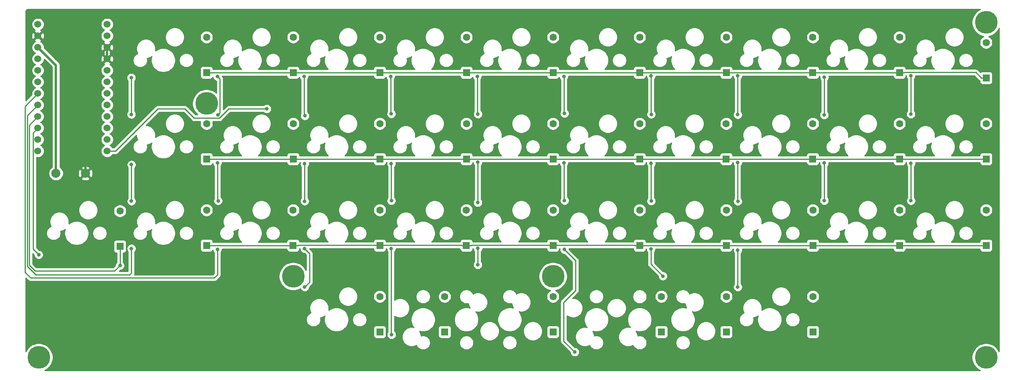
<source format=gbr>
G04 #@! TF.GenerationSoftware,KiCad,Pcbnew,(5.1.0-0)*
G04 #@! TF.CreationDate,2019-06-07T13:19:58+08:00*
G04 #@! TF.ProjectId,nqgTHD,6e716754-4844-42e6-9b69-6361645f7063,rev?*
G04 #@! TF.SameCoordinates,Original*
G04 #@! TF.FileFunction,Copper,L1,Top*
G04 #@! TF.FilePolarity,Positive*
%FSLAX46Y46*%
G04 Gerber Fmt 4.6, Leading zero omitted, Abs format (unit mm)*
G04 Created by KiCad (PCBNEW (5.1.0-0)) date 2019-06-07 13:19:58*
%MOMM*%
%LPD*%
G04 APERTURE LIST*
%ADD10C,5.000000*%
%ADD11R,1.600000X1.600000*%
%ADD12C,1.600000*%
%ADD13C,2.000000*%
%ADD14C,1.524000*%
%ADD15C,0.800000*%
%ADD16C,0.250000*%
%ADD17C,0.500000*%
%ADD18C,0.254000*%
G04 APERTURE END LIST*
D10*
X200025840Y-180975760D03*
X180975760Y-142875600D03*
D11*
X180975760Y-155110010D03*
D12*
X180975760Y-147310010D03*
D13*
X154350000Y-158275000D03*
X147850000Y-158275000D03*
D14*
X143886400Y-125422000D03*
X143886400Y-127962000D03*
X143886400Y-130502000D03*
X143886400Y-133042000D03*
X143886400Y-135582000D03*
X143886400Y-138122000D03*
X143886400Y-140662000D03*
X143886400Y-143202000D03*
X143886400Y-145742000D03*
X143886400Y-148282000D03*
X143886400Y-150822000D03*
X143886400Y-153362000D03*
X159106400Y-153362000D03*
X159106400Y-150822000D03*
X159106400Y-148282000D03*
X159106400Y-145742000D03*
X159106400Y-143202000D03*
X159106400Y-140662000D03*
X159106400Y-138122000D03*
X159106400Y-135582000D03*
X159106400Y-133042000D03*
X159106400Y-130502000D03*
X159106400Y-127962000D03*
X159106400Y-125422000D03*
D10*
X352426480Y-125016150D03*
X352426480Y-198835210D03*
X144066230Y-198835210D03*
X257176080Y-180975760D03*
D11*
X180975760Y-136059930D03*
D12*
X180975760Y-128259930D03*
D11*
X180975760Y-174160090D03*
D12*
X180975760Y-166360090D03*
D11*
X161925680Y-174369460D03*
D12*
X161925680Y-166569460D03*
X200025840Y-128259930D03*
D11*
X200025840Y-136059930D03*
D12*
X200025840Y-147310010D03*
D11*
X200025840Y-155110010D03*
D12*
X200024250Y-166360090D03*
D11*
X200024250Y-174160090D03*
X219075920Y-136059930D03*
D12*
X219075920Y-128259930D03*
D11*
X219075920Y-155110010D03*
D12*
X219075920Y-147310010D03*
D11*
X219075920Y-174160090D03*
D12*
X219075920Y-166360090D03*
D11*
X219075920Y-193210170D03*
D12*
X219075920Y-185410170D03*
X238126000Y-128259930D03*
D11*
X238126000Y-136059930D03*
D12*
X238126000Y-147310010D03*
D11*
X238126000Y-155110010D03*
D12*
X238124250Y-166360090D03*
D11*
X238124250Y-174160090D03*
D12*
X233363480Y-185410170D03*
D11*
X233363480Y-193210170D03*
D12*
X257176080Y-128259930D03*
D11*
X257176080Y-136059930D03*
X257176080Y-155110010D03*
D12*
X257176080Y-147310010D03*
D11*
X257176080Y-174160090D03*
D12*
X257176080Y-166360090D03*
X257176080Y-185410170D03*
D11*
X257176080Y-193210170D03*
D12*
X276226160Y-128259930D03*
D11*
X276226160Y-136059930D03*
D12*
X276226160Y-147310010D03*
D11*
X276226160Y-155110010D03*
D12*
X276226160Y-166360090D03*
D11*
X276226160Y-174160090D03*
X280988680Y-193210170D03*
D12*
X280988680Y-185410170D03*
D11*
X295276240Y-136059930D03*
D12*
X295276240Y-128259930D03*
D11*
X295274250Y-155110010D03*
D12*
X295274250Y-147310010D03*
D11*
X295276240Y-174160090D03*
D12*
X295276240Y-166360090D03*
D11*
X295276240Y-193210170D03*
D12*
X295276240Y-185410170D03*
X314324250Y-128259930D03*
D11*
X314324250Y-136059930D03*
D12*
X314324250Y-147310010D03*
D11*
X314324250Y-155110010D03*
D12*
X314326320Y-166360090D03*
D11*
X314326320Y-174160090D03*
D12*
X314326320Y-185410170D03*
D11*
X314326320Y-193210170D03*
X333376400Y-136059930D03*
D12*
X333376400Y-128259930D03*
D11*
X333376400Y-155110010D03*
D12*
X333376400Y-147310010D03*
D11*
X333376400Y-174160090D03*
D12*
X333376400Y-166360090D03*
X352426480Y-129450560D03*
D11*
X352426480Y-137250560D03*
D12*
X352426480Y-147310010D03*
D11*
X352426480Y-155110010D03*
D12*
X352426480Y-166360090D03*
D11*
X352426480Y-174160090D03*
D15*
X144066230Y-176213240D03*
X161925680Y-178594500D03*
X164440000Y-137200000D03*
X164440000Y-145290000D03*
X164460000Y-156360000D03*
X164460000Y-164390000D03*
X164450000Y-174840000D03*
X183490000Y-145370000D03*
X183530000Y-164330000D03*
X183357020Y-136922450D03*
X183357020Y-155972530D03*
X183357020Y-175022610D03*
X202590000Y-145610000D03*
X202550000Y-156150000D03*
X202550000Y-164410000D03*
X202550000Y-174880000D03*
X202560000Y-183310000D03*
X202407100Y-136922450D03*
X194204542Y-144066230D03*
X221610000Y-145170000D03*
X221610000Y-156140000D03*
X221620000Y-164300000D03*
X221600000Y-174840000D03*
X221660000Y-193810000D03*
X221457180Y-136922450D03*
X240650000Y-145220000D03*
X240640000Y-155840000D03*
X240640000Y-164710000D03*
X240650000Y-174820000D03*
X240640000Y-178400000D03*
X240507260Y-136922450D03*
X259700000Y-145080000D03*
X259710000Y-164260000D03*
X259690000Y-175060000D03*
X261938600Y-197644580D03*
X259557340Y-136922450D03*
X259557340Y-155972530D03*
X278750000Y-136790000D03*
X278780000Y-145280000D03*
X278760000Y-156090000D03*
X278780000Y-164380000D03*
X278700000Y-174970000D03*
X281340000Y-180920000D03*
X297800000Y-136790000D03*
X297800000Y-145340000D03*
X297800000Y-155890000D03*
X297820000Y-164440000D03*
X297810000Y-175180000D03*
X297810000Y-183330000D03*
X316850000Y-137080000D03*
X316840000Y-145400000D03*
X316830000Y-156020000D03*
X316830000Y-164260000D03*
X335890000Y-136760000D03*
X335890000Y-145230000D03*
X335900000Y-156060000D03*
X335900000Y-164310000D03*
D16*
X352426480Y-174160090D02*
X276226160Y-174160090D01*
X275111069Y-174094999D02*
X239239341Y-174094999D01*
X239174250Y-174160090D02*
X238124250Y-174160090D01*
X275176160Y-174160090D02*
X275111069Y-174094999D01*
X239239341Y-174094999D02*
X239174250Y-174160090D01*
X276226160Y-174160090D02*
X275176160Y-174160090D01*
X201119341Y-174114999D02*
X201074250Y-174160090D01*
X201074250Y-174160090D02*
X200024250Y-174160090D01*
X237029159Y-174114999D02*
X201119341Y-174114999D01*
X237074250Y-174160090D02*
X237029159Y-174114999D01*
X238124250Y-174160090D02*
X237074250Y-174160090D01*
X200024250Y-174160090D02*
X180975760Y-174160090D01*
X143886400Y-148282000D02*
X142799399Y-149369001D01*
X142799399Y-174946409D02*
X144066230Y-176213240D01*
X142799399Y-149369001D02*
X142799399Y-174946409D01*
X334426400Y-136059930D02*
X333376400Y-136059930D01*
X334451331Y-136034999D02*
X334426400Y-136059930D01*
X350160919Y-136034999D02*
X334451331Y-136034999D01*
X351376480Y-137250560D02*
X350160919Y-136034999D01*
X352426480Y-137250560D02*
X351376480Y-137250560D01*
X333376400Y-136059930D02*
X314324250Y-136059930D01*
X314324250Y-136059930D02*
X295276240Y-136059930D01*
X276226160Y-136059930D02*
X257176080Y-136059930D01*
X257176080Y-136059930D02*
X238126000Y-136059930D01*
X238126000Y-136059930D02*
X219075920Y-136059930D01*
X219075920Y-136059930D02*
X200025840Y-136059930D01*
X200025840Y-136059930D02*
X180975760Y-136059930D01*
X295276240Y-136059930D02*
X276226160Y-136059930D01*
X352426480Y-155110010D02*
X333376400Y-155110010D01*
X333376400Y-155110010D02*
X314324250Y-155110010D01*
X314324250Y-155110010D02*
X295274250Y-155110010D01*
X295274250Y-155110010D02*
X276226160Y-155110010D01*
X276226160Y-155110010D02*
X257176080Y-155110010D01*
X238126000Y-155110010D02*
X257176080Y-155110010D01*
X200025840Y-155110010D02*
X180975760Y-155110010D01*
X219075920Y-155110010D02*
X200025840Y-155110010D01*
X238126000Y-155110010D02*
X219075920Y-155110010D01*
X141980020Y-147648380D02*
X141980020Y-178533610D01*
X141980020Y-178533610D02*
X143231540Y-179785130D01*
X143886400Y-145742000D02*
X141980020Y-147648380D01*
X143231540Y-179785130D02*
X160735050Y-179785130D01*
X160735050Y-179785130D02*
X161925680Y-178594500D01*
X161925680Y-178594500D02*
X161925680Y-174369460D01*
X161925680Y-178594500D02*
X161925680Y-178594500D01*
X164440000Y-137200000D02*
X164440000Y-145290000D01*
X164460000Y-156360000D02*
X164460000Y-164390000D01*
X141530010Y-145558390D02*
X143886400Y-143202000D01*
X164450000Y-174840000D02*
X164450000Y-180230000D01*
X164450000Y-180230000D02*
X164090000Y-180590000D01*
X164090000Y-180590000D02*
X143400000Y-180590000D01*
X143400000Y-180590000D02*
X141530010Y-178720010D01*
X141530010Y-178720010D02*
X141530010Y-145558390D01*
X183500000Y-145360000D02*
X183490000Y-145370000D01*
X183510000Y-164310000D02*
X183530000Y-164330000D01*
X141040000Y-143508400D02*
X143886400Y-140662000D01*
X141040000Y-178460000D02*
X141040000Y-143508400D01*
X141080000Y-178500000D02*
X141040000Y-178460000D01*
X141040000Y-180090000D02*
X141040000Y-178460000D01*
X142290000Y-181340000D02*
X141040000Y-180090000D01*
X182650000Y-181340000D02*
X142290000Y-181340000D01*
X183357020Y-145237020D02*
X183490000Y-145370000D01*
X183357020Y-164157020D02*
X183530000Y-164330000D01*
X183357020Y-155972530D02*
X183357020Y-164157020D01*
X183357020Y-175022610D02*
X183357020Y-180632980D01*
X183357020Y-180632980D02*
X182650000Y-181340000D01*
X183889999Y-144970001D02*
X183490000Y-145370000D01*
X183889999Y-137455429D02*
X183889999Y-144970001D01*
X183357020Y-136922450D02*
X183889999Y-137455429D01*
X202550000Y-156150000D02*
X202550000Y-164410000D01*
X202550000Y-183300000D02*
X202560000Y-183310000D01*
X202407100Y-145427100D02*
X202590000Y-145610000D01*
X202407100Y-136922450D02*
X202407100Y-145427100D01*
X202959999Y-182910001D02*
X202560000Y-183310000D01*
X203597730Y-182272270D02*
X202959999Y-182910001D01*
X203597730Y-175927730D02*
X203597730Y-182272270D01*
X202550000Y-174880000D02*
X203597730Y-175927730D01*
X160964320Y-153362000D02*
X159106400Y-153362000D01*
X178242011Y-146095001D02*
X176213240Y-144066230D01*
X170260090Y-144066230D02*
X160964320Y-153362000D01*
X185866772Y-144066230D02*
X183838001Y-146095001D01*
X183838001Y-146095001D02*
X178242011Y-146095001D01*
X176213240Y-144066230D02*
X170260090Y-144066230D01*
X194204542Y-144066230D02*
X185866772Y-144066230D01*
X221600000Y-145160000D02*
X221610000Y-145170000D01*
X221610000Y-156140000D02*
X221610000Y-164290000D01*
X221610000Y-164290000D02*
X221620000Y-164300000D01*
X221600000Y-174840000D02*
X221600000Y-193750000D01*
X221600000Y-193750000D02*
X221660000Y-193810000D01*
X221457180Y-145017180D02*
X221610000Y-145170000D01*
X221457180Y-136922450D02*
X221457180Y-145017180D01*
X240640000Y-155840000D02*
X240640000Y-164710000D01*
X240650000Y-174820000D02*
X240650000Y-178390000D01*
X240650000Y-178390000D02*
X240640000Y-178400000D01*
X240507260Y-145077260D02*
X240650000Y-145220000D01*
X240507260Y-136922450D02*
X240507260Y-145077260D01*
X259700000Y-164250000D02*
X259710000Y-164260000D01*
X262150000Y-177520000D02*
X262150000Y-184070000D01*
X259690000Y-175060000D02*
X262150000Y-177520000D01*
X259540000Y-186680000D02*
X259540000Y-195245980D01*
X262150000Y-184070000D02*
X259540000Y-186680000D01*
X259540000Y-195245980D02*
X261938600Y-197644580D01*
X259557340Y-144937340D02*
X259700000Y-145080000D01*
X259557340Y-136922450D02*
X259557340Y-144937340D01*
X259557340Y-164107340D02*
X259710000Y-164260000D01*
X259557340Y-155972530D02*
X259557340Y-164107340D01*
X278750000Y-136790000D02*
X278750000Y-145250000D01*
X278750000Y-145250000D02*
X278780000Y-145280000D01*
X278760000Y-156090000D02*
X278760000Y-164360000D01*
X278760000Y-164360000D02*
X278780000Y-164380000D01*
X278700000Y-175535685D02*
X278690000Y-175545685D01*
X278700000Y-174970000D02*
X278700000Y-175535685D01*
X278690000Y-175545685D02*
X278690000Y-178270000D01*
X278690000Y-178270000D02*
X281340000Y-180920000D01*
X297800000Y-136790000D02*
X297800000Y-145340000D01*
X297800000Y-155890000D02*
X297800000Y-164420000D01*
X297800000Y-164420000D02*
X297820000Y-164440000D01*
X297810000Y-175180000D02*
X297810000Y-183330000D01*
X316850000Y-137080000D02*
X316850000Y-145390000D01*
X316850000Y-145390000D02*
X316840000Y-145400000D01*
X316830000Y-156020000D02*
X316830000Y-164260000D01*
X335890000Y-136760000D02*
X335890000Y-145230000D01*
X335900000Y-156060000D02*
X335900000Y-164310000D01*
D17*
X154350000Y-156860787D02*
X152010000Y-154520787D01*
X154350000Y-158275000D02*
X154350000Y-156860787D01*
X152010000Y-140138400D02*
X159106400Y-133042000D01*
X152010000Y-154520787D02*
X152010000Y-140138400D01*
X152010000Y-136085600D02*
X143886400Y-127962000D01*
X152010000Y-140138400D02*
X152010000Y-136085600D01*
X159106400Y-133042000D02*
X159106400Y-130502000D01*
X147870000Y-134485600D02*
X143886400Y-130502000D01*
X147870000Y-156840787D02*
X147870000Y-134485600D01*
X147850000Y-158275000D02*
X147850000Y-156860787D01*
X147850000Y-156860787D02*
X147870000Y-156840787D01*
D18*
G36*
X350941501Y-122237949D02*
G01*
X350428034Y-122581036D01*
X349991366Y-123017704D01*
X349648279Y-123531171D01*
X349411956Y-124101704D01*
X349291480Y-124707379D01*
X349291480Y-125324921D01*
X349411956Y-125930596D01*
X349648279Y-126501129D01*
X349991366Y-127014596D01*
X350428034Y-127451264D01*
X350941501Y-127794351D01*
X351512034Y-128030674D01*
X351912327Y-128110297D01*
X351746753Y-128178880D01*
X351511721Y-128335923D01*
X351311843Y-128535801D01*
X351154800Y-128770833D01*
X351046627Y-129031986D01*
X350991480Y-129309225D01*
X350991480Y-129591895D01*
X351046627Y-129869134D01*
X351154800Y-130130287D01*
X351311843Y-130365319D01*
X351511721Y-130565197D01*
X351746753Y-130722240D01*
X352007906Y-130830413D01*
X352285145Y-130885560D01*
X352567815Y-130885560D01*
X352845054Y-130830413D01*
X353106207Y-130722240D01*
X353341239Y-130565197D01*
X353541117Y-130365319D01*
X353698160Y-130130287D01*
X353806333Y-129869134D01*
X353861480Y-129591895D01*
X353861480Y-129309225D01*
X353806333Y-129031986D01*
X353698160Y-128770833D01*
X353541117Y-128535801D01*
X353341239Y-128335923D01*
X353106207Y-128178880D01*
X352940633Y-128110297D01*
X353340926Y-128030674D01*
X353911459Y-127794351D01*
X354424926Y-127451264D01*
X354861594Y-127014596D01*
X355204681Y-126501129D01*
X355288370Y-126299086D01*
X355288371Y-197552276D01*
X355204681Y-197350231D01*
X354861594Y-196836764D01*
X354424926Y-196400096D01*
X353911459Y-196057009D01*
X353340926Y-195820686D01*
X352735251Y-195700210D01*
X352117709Y-195700210D01*
X351512034Y-195820686D01*
X350941501Y-196057009D01*
X350428034Y-196400096D01*
X349991366Y-196836764D01*
X349648279Y-197350231D01*
X349411956Y-197920764D01*
X349291480Y-198526439D01*
X349291480Y-199143981D01*
X349411956Y-199749656D01*
X349648279Y-200320189D01*
X349991366Y-200833656D01*
X350428034Y-201270324D01*
X350941501Y-201613411D01*
X351143544Y-201697100D01*
X145349166Y-201697100D01*
X145551209Y-201613411D01*
X146064676Y-201270324D01*
X146501344Y-200833656D01*
X146844431Y-200320189D01*
X147080754Y-199749656D01*
X147201230Y-199143981D01*
X147201230Y-198526439D01*
X147080754Y-197920764D01*
X146844431Y-197350231D01*
X146501344Y-196836764D01*
X146064676Y-196400096D01*
X145551209Y-196057009D01*
X144980676Y-195820686D01*
X144375001Y-195700210D01*
X143757459Y-195700210D01*
X143151784Y-195820686D01*
X142581251Y-196057009D01*
X142067784Y-196400096D01*
X141631116Y-196836764D01*
X141288029Y-197350231D01*
X141204226Y-197552548D01*
X141203897Y-190343891D01*
X202885000Y-190343891D01*
X202885000Y-190656109D01*
X202945911Y-190962327D01*
X203065391Y-191250779D01*
X203238850Y-191510379D01*
X203459621Y-191731150D01*
X203719221Y-191904609D01*
X204007673Y-192024089D01*
X204313891Y-192085000D01*
X204626109Y-192085000D01*
X204932327Y-192024089D01*
X205220779Y-191904609D01*
X205480379Y-191731150D01*
X205701150Y-191510379D01*
X205874609Y-191250779D01*
X205994089Y-190962327D01*
X206055000Y-190656109D01*
X206055000Y-190343891D01*
X206003391Y-190084435D01*
X206362756Y-190012953D01*
X206751302Y-189852012D01*
X206973748Y-189703378D01*
X206968183Y-189716814D01*
X206865000Y-190235551D01*
X206865000Y-190764449D01*
X206968183Y-191283186D01*
X207170583Y-191771825D01*
X207464424Y-192211588D01*
X207838412Y-192585576D01*
X208278175Y-192879417D01*
X208766814Y-193081817D01*
X209285551Y-193185000D01*
X209814449Y-193185000D01*
X210333186Y-193081817D01*
X210821825Y-192879417D01*
X211261588Y-192585576D01*
X211436994Y-192410170D01*
X217637848Y-192410170D01*
X217637848Y-194010170D01*
X217650108Y-194134652D01*
X217686418Y-194254350D01*
X217745383Y-194364664D01*
X217824735Y-194461355D01*
X217921426Y-194540707D01*
X218031740Y-194599672D01*
X218151438Y-194635982D01*
X218275920Y-194648242D01*
X219875920Y-194648242D01*
X220000402Y-194635982D01*
X220120100Y-194599672D01*
X220230414Y-194540707D01*
X220327105Y-194461355D01*
X220406457Y-194364664D01*
X220465422Y-194254350D01*
X220501732Y-194134652D01*
X220513992Y-194010170D01*
X220513992Y-192410170D01*
X220501732Y-192285688D01*
X220465422Y-192165990D01*
X220406457Y-192055676D01*
X220327105Y-191958985D01*
X220230414Y-191879633D01*
X220120100Y-191820668D01*
X220000402Y-191784358D01*
X219875920Y-191772098D01*
X218275920Y-191772098D01*
X218151438Y-191784358D01*
X218031740Y-191820668D01*
X217921426Y-191879633D01*
X217824735Y-191958985D01*
X217745383Y-192055676D01*
X217686418Y-192165990D01*
X217650108Y-192285688D01*
X217637848Y-192410170D01*
X211436994Y-192410170D01*
X211635576Y-192211588D01*
X211929417Y-191771825D01*
X212131817Y-191283186D01*
X212235000Y-190764449D01*
X212235000Y-190343891D01*
X213045000Y-190343891D01*
X213045000Y-190656109D01*
X213105911Y-190962327D01*
X213225391Y-191250779D01*
X213398850Y-191510379D01*
X213619621Y-191731150D01*
X213879221Y-191904609D01*
X214167673Y-192024089D01*
X214473891Y-192085000D01*
X214786109Y-192085000D01*
X215092327Y-192024089D01*
X215380779Y-191904609D01*
X215640379Y-191731150D01*
X215861150Y-191510379D01*
X216034609Y-191250779D01*
X216154089Y-190962327D01*
X216215000Y-190656109D01*
X216215000Y-190343891D01*
X216154089Y-190037673D01*
X216034609Y-189749221D01*
X215861150Y-189489621D01*
X215640379Y-189268850D01*
X215380779Y-189095391D01*
X215092327Y-188975911D01*
X214786109Y-188915000D01*
X214473891Y-188915000D01*
X214167673Y-188975911D01*
X213879221Y-189095391D01*
X213619621Y-189268850D01*
X213398850Y-189489621D01*
X213225391Y-189749221D01*
X213105911Y-190037673D01*
X213045000Y-190343891D01*
X212235000Y-190343891D01*
X212235000Y-190235551D01*
X212131817Y-189716814D01*
X211929417Y-189228175D01*
X211635576Y-188788412D01*
X211261588Y-188414424D01*
X210821825Y-188120583D01*
X210333186Y-187918183D01*
X209814449Y-187815000D01*
X209285551Y-187815000D01*
X208766814Y-187918183D01*
X208278175Y-188120583D01*
X207838412Y-188414424D01*
X207823463Y-188429373D01*
X207875000Y-188170279D01*
X207875000Y-187749721D01*
X207792953Y-187337244D01*
X207632012Y-186948698D01*
X207398363Y-186599017D01*
X207100983Y-186301637D01*
X206751302Y-186067988D01*
X206362756Y-185907047D01*
X205950279Y-185825000D01*
X205529721Y-185825000D01*
X205117244Y-185907047D01*
X204728698Y-186067988D01*
X204379017Y-186301637D01*
X204081637Y-186599017D01*
X203847988Y-186948698D01*
X203687047Y-187337244D01*
X203605000Y-187749721D01*
X203605000Y-188170279D01*
X203687047Y-188582756D01*
X203847988Y-188971302D01*
X203885015Y-189026717D01*
X203719221Y-189095391D01*
X203459621Y-189268850D01*
X203238850Y-189489621D01*
X203065391Y-189749221D01*
X202945911Y-190037673D01*
X202885000Y-190343891D01*
X141203897Y-190343891D01*
X141203662Y-185209721D01*
X209955000Y-185209721D01*
X209955000Y-185630279D01*
X210037047Y-186042756D01*
X210197988Y-186431302D01*
X210431637Y-186780983D01*
X210729017Y-187078363D01*
X211078698Y-187312012D01*
X211467244Y-187472953D01*
X211879721Y-187555000D01*
X212300279Y-187555000D01*
X212712756Y-187472953D01*
X213101302Y-187312012D01*
X213450983Y-187078363D01*
X213748363Y-186780983D01*
X213982012Y-186431302D01*
X214142953Y-186042756D01*
X214225000Y-185630279D01*
X214225000Y-185268835D01*
X217640920Y-185268835D01*
X217640920Y-185551505D01*
X217696067Y-185828744D01*
X217804240Y-186089897D01*
X217961283Y-186324929D01*
X218161161Y-186524807D01*
X218396193Y-186681850D01*
X218657346Y-186790023D01*
X218934585Y-186845170D01*
X219217255Y-186845170D01*
X219494494Y-186790023D01*
X219755647Y-186681850D01*
X219990679Y-186524807D01*
X220190557Y-186324929D01*
X220347600Y-186089897D01*
X220455773Y-185828744D01*
X220510920Y-185551505D01*
X220510920Y-185268835D01*
X220455773Y-184991596D01*
X220347600Y-184730443D01*
X220190557Y-184495411D01*
X219990679Y-184295533D01*
X219755647Y-184138490D01*
X219494494Y-184030317D01*
X219217255Y-183975170D01*
X218934585Y-183975170D01*
X218657346Y-184030317D01*
X218396193Y-184138490D01*
X218161161Y-184295533D01*
X217961283Y-184495411D01*
X217804240Y-184730443D01*
X217696067Y-184991596D01*
X217640920Y-185268835D01*
X214225000Y-185268835D01*
X214225000Y-185209721D01*
X214142953Y-184797244D01*
X213982012Y-184408698D01*
X213748363Y-184059017D01*
X213450983Y-183761637D01*
X213101302Y-183527988D01*
X212712756Y-183367047D01*
X212300279Y-183285000D01*
X211879721Y-183285000D01*
X211467244Y-183367047D01*
X211078698Y-183527988D01*
X210729017Y-183761637D01*
X210431637Y-184059017D01*
X210197988Y-184408698D01*
X210037047Y-184797244D01*
X209955000Y-185209721D01*
X141203662Y-185209721D01*
X141203484Y-181328286D01*
X141726201Y-181851003D01*
X141749999Y-181880001D01*
X141778997Y-181903799D01*
X141865723Y-181974974D01*
X141997753Y-182045546D01*
X142141014Y-182089003D01*
X142252667Y-182100000D01*
X142252677Y-182100000D01*
X142290000Y-182103676D01*
X142327323Y-182100000D01*
X182612678Y-182100000D01*
X182650000Y-182103676D01*
X182687322Y-182100000D01*
X182687333Y-182100000D01*
X182798986Y-182089003D01*
X182942247Y-182045546D01*
X183074276Y-181974974D01*
X183190001Y-181880001D01*
X183213803Y-181850998D01*
X183868022Y-181196779D01*
X183897021Y-181172981D01*
X183991994Y-181057256D01*
X184062566Y-180925227D01*
X184106023Y-180781966D01*
X184117020Y-180670313D01*
X184117020Y-180670304D01*
X184120696Y-180632981D01*
X184117020Y-180595658D01*
X184117020Y-175726321D01*
X184160957Y-175682384D01*
X184274225Y-175512866D01*
X184352246Y-175324508D01*
X184392020Y-175124549D01*
X184392020Y-174920671D01*
X184391904Y-174920090D01*
X198586178Y-174920090D01*
X198586178Y-174960090D01*
X198598438Y-175084572D01*
X198634748Y-175204270D01*
X198693713Y-175314584D01*
X198773065Y-175411275D01*
X198869756Y-175490627D01*
X198980070Y-175549592D01*
X199099768Y-175585902D01*
X199224250Y-175598162D01*
X200824250Y-175598162D01*
X200948732Y-175585902D01*
X201068430Y-175549592D01*
X201178744Y-175490627D01*
X201275435Y-175411275D01*
X201354787Y-175314584D01*
X201413752Y-175204270D01*
X201450062Y-175084572D01*
X201462322Y-174960090D01*
X201462322Y-174874999D01*
X201515000Y-174874999D01*
X201515000Y-174981939D01*
X201554774Y-175181898D01*
X201632795Y-175370256D01*
X201746063Y-175539774D01*
X201890226Y-175683937D01*
X202059744Y-175797205D01*
X202248102Y-175875226D01*
X202448061Y-175915000D01*
X202510199Y-175915000D01*
X202837730Y-176242532D01*
X202837731Y-179572115D01*
X202804041Y-179490781D01*
X202460954Y-178977314D01*
X202024286Y-178540646D01*
X201510819Y-178197559D01*
X200940286Y-177961236D01*
X200334611Y-177840760D01*
X199717069Y-177840760D01*
X199111394Y-177961236D01*
X198540861Y-178197559D01*
X198027394Y-178540646D01*
X197590726Y-178977314D01*
X197247639Y-179490781D01*
X197011316Y-180061314D01*
X196890840Y-180666989D01*
X196890840Y-181284531D01*
X197011316Y-181890206D01*
X197247639Y-182460739D01*
X197590726Y-182974206D01*
X198027394Y-183410874D01*
X198540861Y-183753961D01*
X199111394Y-183990284D01*
X199717069Y-184110760D01*
X200334611Y-184110760D01*
X200940286Y-183990284D01*
X201510819Y-183753961D01*
X201599167Y-183694929D01*
X201642795Y-183800256D01*
X201756063Y-183969774D01*
X201900226Y-184113937D01*
X202069744Y-184227205D01*
X202258102Y-184305226D01*
X202458061Y-184345000D01*
X202661939Y-184345000D01*
X202861898Y-184305226D01*
X203050256Y-184227205D01*
X203219774Y-184113937D01*
X203363937Y-183969774D01*
X203477205Y-183800256D01*
X203555226Y-183611898D01*
X203595000Y-183411939D01*
X203595000Y-183349801D01*
X204108732Y-182836070D01*
X204137731Y-182812271D01*
X204232704Y-182696546D01*
X204303276Y-182564517D01*
X204346733Y-182421256D01*
X204357730Y-182309603D01*
X204357730Y-182309593D01*
X204361406Y-182272270D01*
X204357730Y-182234947D01*
X204357730Y-175965053D01*
X204361406Y-175927730D01*
X204357730Y-175890407D01*
X204357730Y-175890397D01*
X204346733Y-175778744D01*
X204303276Y-175635483D01*
X204274359Y-175581383D01*
X204232704Y-175503453D01*
X204161529Y-175416727D01*
X204137731Y-175387729D01*
X204108734Y-175363932D01*
X203619801Y-174874999D01*
X217637848Y-174874999D01*
X217637848Y-174960090D01*
X217650108Y-175084572D01*
X217686418Y-175204270D01*
X217745383Y-175314584D01*
X217824735Y-175411275D01*
X217921426Y-175490627D01*
X218031740Y-175549592D01*
X218151438Y-175585902D01*
X218275920Y-175598162D01*
X219875920Y-175598162D01*
X220000402Y-175585902D01*
X220120100Y-175549592D01*
X220230414Y-175490627D01*
X220327105Y-175411275D01*
X220406457Y-175314584D01*
X220465422Y-175204270D01*
X220501732Y-175084572D01*
X220513992Y-174960090D01*
X220513992Y-174874999D01*
X220565000Y-174874999D01*
X220565000Y-174941939D01*
X220604774Y-175141898D01*
X220682795Y-175330256D01*
X220796063Y-175499774D01*
X220840000Y-175543711D01*
X220840001Y-193174265D01*
X220742795Y-193319744D01*
X220664774Y-193508102D01*
X220625000Y-193708061D01*
X220625000Y-193911939D01*
X220664774Y-194111898D01*
X220742795Y-194300256D01*
X220856063Y-194469774D01*
X221000226Y-194613937D01*
X221169744Y-194727205D01*
X221358102Y-194805226D01*
X221558061Y-194845000D01*
X221761939Y-194845000D01*
X221961898Y-194805226D01*
X222150256Y-194727205D01*
X222319774Y-194613937D01*
X222463937Y-194469774D01*
X222577205Y-194300256D01*
X222655226Y-194111898D01*
X222657489Y-194100521D01*
X223925960Y-194100521D01*
X223925960Y-194521079D01*
X224008007Y-194933556D01*
X224168948Y-195322102D01*
X224402597Y-195671783D01*
X224699977Y-195969163D01*
X225049658Y-196202812D01*
X225438204Y-196363753D01*
X225850681Y-196445800D01*
X226271239Y-196445800D01*
X226683716Y-196363753D01*
X227072262Y-196202812D01*
X227127677Y-196165785D01*
X227196351Y-196331579D01*
X227369810Y-196591179D01*
X227590581Y-196811950D01*
X227850181Y-196985409D01*
X228138633Y-197104889D01*
X228444851Y-197165800D01*
X228757069Y-197165800D01*
X229063287Y-197104889D01*
X229351739Y-196985409D01*
X229611339Y-196811950D01*
X229832110Y-196591179D01*
X230005569Y-196331579D01*
X230125049Y-196043127D01*
X230185960Y-195736909D01*
X230185960Y-195424691D01*
X236541000Y-195424691D01*
X236541000Y-195736909D01*
X236601911Y-196043127D01*
X236721391Y-196331579D01*
X236894850Y-196591179D01*
X237115621Y-196811950D01*
X237375221Y-196985409D01*
X237663673Y-197104889D01*
X237969891Y-197165800D01*
X238282109Y-197165800D01*
X238588327Y-197104889D01*
X238876779Y-196985409D01*
X239136379Y-196811950D01*
X239357150Y-196591179D01*
X239530609Y-196331579D01*
X239650089Y-196043127D01*
X239711000Y-195736909D01*
X239711000Y-195424691D01*
X246066040Y-195424691D01*
X246066040Y-195736909D01*
X246126951Y-196043127D01*
X246246431Y-196331579D01*
X246419890Y-196591179D01*
X246640661Y-196811950D01*
X246900261Y-196985409D01*
X247188713Y-197104889D01*
X247494931Y-197165800D01*
X247807149Y-197165800D01*
X248113367Y-197104889D01*
X248401819Y-196985409D01*
X248661419Y-196811950D01*
X248882190Y-196591179D01*
X249055649Y-196331579D01*
X249175129Y-196043127D01*
X249236040Y-195736909D01*
X249236040Y-195424691D01*
X249175129Y-195118473D01*
X249055649Y-194830021D01*
X248882190Y-194570421D01*
X248661419Y-194349650D01*
X248401819Y-194176191D01*
X248113367Y-194056711D01*
X247807149Y-193995800D01*
X247494931Y-193995800D01*
X247188713Y-194056711D01*
X246900261Y-194176191D01*
X246640661Y-194349650D01*
X246419890Y-194570421D01*
X246246431Y-194830021D01*
X246126951Y-195118473D01*
X246066040Y-195424691D01*
X239711000Y-195424691D01*
X239650089Y-195118473D01*
X239530609Y-194830021D01*
X239357150Y-194570421D01*
X239136379Y-194349650D01*
X238876779Y-194176191D01*
X238588327Y-194056711D01*
X238282109Y-193995800D01*
X237969891Y-193995800D01*
X237663673Y-194056711D01*
X237375221Y-194176191D01*
X237115621Y-194349650D01*
X236894850Y-194570421D01*
X236721391Y-194830021D01*
X236601911Y-195118473D01*
X236541000Y-195424691D01*
X230185960Y-195424691D01*
X230125049Y-195118473D01*
X230005569Y-194830021D01*
X229832110Y-194570421D01*
X229611339Y-194349650D01*
X229351739Y-194176191D01*
X229063287Y-194056711D01*
X228757069Y-193995800D01*
X228444851Y-193995800D01*
X228185395Y-194047409D01*
X228113913Y-193688044D01*
X227952972Y-193299498D01*
X227804338Y-193077052D01*
X227817774Y-193082617D01*
X228336511Y-193185800D01*
X228865409Y-193185800D01*
X229384146Y-193082617D01*
X229872785Y-192880217D01*
X230312548Y-192586376D01*
X230488754Y-192410170D01*
X231925408Y-192410170D01*
X231925408Y-194010170D01*
X231937668Y-194134652D01*
X231973978Y-194254350D01*
X232032943Y-194364664D01*
X232112295Y-194461355D01*
X232208986Y-194540707D01*
X232319300Y-194599672D01*
X232438998Y-194635982D01*
X232563480Y-194648242D01*
X234163480Y-194648242D01*
X234287962Y-194635982D01*
X234407660Y-194599672D01*
X234517974Y-194540707D01*
X234614665Y-194461355D01*
X234694017Y-194364664D01*
X234752982Y-194254350D01*
X234789292Y-194134652D01*
X234801552Y-194010170D01*
X234801552Y-192410170D01*
X234789292Y-192285688D01*
X234752982Y-192165990D01*
X234694017Y-192055676D01*
X234614665Y-191958985D01*
X234517974Y-191879633D01*
X234407660Y-191820668D01*
X234287962Y-191784358D01*
X234163480Y-191772098D01*
X232563480Y-191772098D01*
X232438998Y-191784358D01*
X232319300Y-191820668D01*
X232208986Y-191879633D01*
X232112295Y-191958985D01*
X232032943Y-192055676D01*
X231973978Y-192165990D01*
X231937668Y-192285688D01*
X231925408Y-192410170D01*
X230488754Y-192410170D01*
X230686536Y-192212388D01*
X230980377Y-191772625D01*
X231182777Y-191283986D01*
X231285960Y-190765249D01*
X231285960Y-190236351D01*
X235441000Y-190236351D01*
X235441000Y-190765249D01*
X235544183Y-191283986D01*
X235746583Y-191772625D01*
X236040424Y-192212388D01*
X236414412Y-192586376D01*
X236854175Y-192880217D01*
X237342814Y-193082617D01*
X237861551Y-193185800D01*
X238390449Y-193185800D01*
X238909186Y-193082617D01*
X239397825Y-192880217D01*
X239472200Y-192830521D01*
X241071000Y-192830521D01*
X241071000Y-193251079D01*
X241153047Y-193663556D01*
X241313988Y-194052102D01*
X241547637Y-194401783D01*
X241845017Y-194699163D01*
X242194698Y-194932812D01*
X242583244Y-195093753D01*
X242995721Y-195175800D01*
X243416279Y-195175800D01*
X243828756Y-195093753D01*
X244217302Y-194932812D01*
X244566983Y-194699163D01*
X244864363Y-194401783D01*
X245098012Y-194052102D01*
X245258953Y-193663556D01*
X245341000Y-193251079D01*
X245341000Y-192830521D01*
X245258953Y-192418044D01*
X245098012Y-192029498D01*
X244864363Y-191679817D01*
X244566983Y-191382437D01*
X244217302Y-191148788D01*
X243828756Y-190987847D01*
X243416279Y-190905800D01*
X242995721Y-190905800D01*
X242583244Y-190987847D01*
X242194698Y-191148788D01*
X241845017Y-191382437D01*
X241547637Y-191679817D01*
X241313988Y-192029498D01*
X241153047Y-192418044D01*
X241071000Y-192830521D01*
X239472200Y-192830521D01*
X239837588Y-192586376D01*
X240211576Y-192212388D01*
X240505417Y-191772625D01*
X240707817Y-191283986D01*
X240811000Y-190765249D01*
X240811000Y-190236351D01*
X244966040Y-190236351D01*
X244966040Y-190765249D01*
X245069223Y-191283986D01*
X245271623Y-191772625D01*
X245565464Y-192212388D01*
X245939452Y-192586376D01*
X246379215Y-192880217D01*
X246867854Y-193082617D01*
X247386591Y-193185800D01*
X247915489Y-193185800D01*
X248434226Y-193082617D01*
X248922865Y-192880217D01*
X248997240Y-192830521D01*
X250596040Y-192830521D01*
X250596040Y-193251079D01*
X250678087Y-193663556D01*
X250839028Y-194052102D01*
X251072677Y-194401783D01*
X251370057Y-194699163D01*
X251719738Y-194932812D01*
X252108284Y-195093753D01*
X252520761Y-195175800D01*
X252941319Y-195175800D01*
X253353796Y-195093753D01*
X253742342Y-194932812D01*
X254092023Y-194699163D01*
X254389403Y-194401783D01*
X254623052Y-194052102D01*
X254783993Y-193663556D01*
X254866040Y-193251079D01*
X254866040Y-192830521D01*
X254783993Y-192418044D01*
X254780732Y-192410170D01*
X255738008Y-192410170D01*
X255738008Y-194010170D01*
X255750268Y-194134652D01*
X255786578Y-194254350D01*
X255845543Y-194364664D01*
X255924895Y-194461355D01*
X256021586Y-194540707D01*
X256131900Y-194599672D01*
X256251598Y-194635982D01*
X256376080Y-194648242D01*
X257976080Y-194648242D01*
X258100562Y-194635982D01*
X258220260Y-194599672D01*
X258330574Y-194540707D01*
X258427265Y-194461355D01*
X258506617Y-194364664D01*
X258565582Y-194254350D01*
X258601892Y-194134652D01*
X258614152Y-194010170D01*
X258614152Y-192410170D01*
X258601892Y-192285688D01*
X258565582Y-192165990D01*
X258506617Y-192055676D01*
X258427265Y-191958985D01*
X258330574Y-191879633D01*
X258220260Y-191820668D01*
X258100562Y-191784358D01*
X257976080Y-191772098D01*
X256376080Y-191772098D01*
X256251598Y-191784358D01*
X256131900Y-191820668D01*
X256021586Y-191879633D01*
X255924895Y-191958985D01*
X255845543Y-192055676D01*
X255786578Y-192165990D01*
X255750268Y-192285688D01*
X255738008Y-192410170D01*
X254780732Y-192410170D01*
X254623052Y-192029498D01*
X254389403Y-191679817D01*
X254092023Y-191382437D01*
X253742342Y-191148788D01*
X253353796Y-190987847D01*
X252941319Y-190905800D01*
X252520761Y-190905800D01*
X252108284Y-190987847D01*
X251719738Y-191148788D01*
X251370057Y-191382437D01*
X251072677Y-191679817D01*
X250839028Y-192029498D01*
X250678087Y-192418044D01*
X250596040Y-192830521D01*
X248997240Y-192830521D01*
X249362628Y-192586376D01*
X249736616Y-192212388D01*
X250030457Y-191772625D01*
X250232857Y-191283986D01*
X250336040Y-190765249D01*
X250336040Y-190236351D01*
X250232857Y-189717614D01*
X250030457Y-189228975D01*
X249736616Y-188789212D01*
X249721667Y-188774263D01*
X249980761Y-188825800D01*
X250401319Y-188825800D01*
X250813796Y-188743753D01*
X251202342Y-188582812D01*
X251552023Y-188349163D01*
X251849403Y-188051783D01*
X252083052Y-187702102D01*
X252243993Y-187313556D01*
X252326040Y-186901079D01*
X252326040Y-186480521D01*
X252243993Y-186068044D01*
X252083052Y-185679498D01*
X251849403Y-185329817D01*
X251552023Y-185032437D01*
X251202342Y-184798788D01*
X250813796Y-184637847D01*
X250401319Y-184555800D01*
X249980761Y-184555800D01*
X249568284Y-184637847D01*
X249179738Y-184798788D01*
X249124323Y-184835815D01*
X249055649Y-184670021D01*
X248882190Y-184410421D01*
X248661419Y-184189650D01*
X248401819Y-184016191D01*
X248113367Y-183896711D01*
X247807149Y-183835800D01*
X247494931Y-183835800D01*
X247188713Y-183896711D01*
X246900261Y-184016191D01*
X246640661Y-184189650D01*
X246419890Y-184410421D01*
X246246431Y-184670021D01*
X246126951Y-184958473D01*
X246066040Y-185264691D01*
X246066040Y-185576909D01*
X246126951Y-185883127D01*
X246246431Y-186171579D01*
X246419890Y-186431179D01*
X246640661Y-186651950D01*
X246900261Y-186825409D01*
X247188713Y-186944889D01*
X247494931Y-187005800D01*
X247807149Y-187005800D01*
X248066605Y-186954191D01*
X248138087Y-187313556D01*
X248299028Y-187702102D01*
X248447662Y-187924548D01*
X248434226Y-187918983D01*
X247915489Y-187815800D01*
X247386591Y-187815800D01*
X246867854Y-187918983D01*
X246379215Y-188121383D01*
X245939452Y-188415224D01*
X245565464Y-188789212D01*
X245271623Y-189228975D01*
X245069223Y-189717614D01*
X244966040Y-190236351D01*
X240811000Y-190236351D01*
X240707817Y-189717614D01*
X240505417Y-189228975D01*
X240211576Y-188789212D01*
X240196627Y-188774263D01*
X240455721Y-188825800D01*
X240876279Y-188825800D01*
X241288756Y-188743753D01*
X241677302Y-188582812D01*
X242026983Y-188349163D01*
X242324363Y-188051783D01*
X242558012Y-187702102D01*
X242718953Y-187313556D01*
X242801000Y-186901079D01*
X242801000Y-186480521D01*
X242718953Y-186068044D01*
X242558012Y-185679498D01*
X242324363Y-185329817D01*
X242026983Y-185032437D01*
X241677302Y-184798788D01*
X241288756Y-184637847D01*
X240876279Y-184555800D01*
X240455721Y-184555800D01*
X240043244Y-184637847D01*
X239654698Y-184798788D01*
X239599283Y-184835815D01*
X239530609Y-184670021D01*
X239357150Y-184410421D01*
X239136379Y-184189650D01*
X238876779Y-184016191D01*
X238588327Y-183896711D01*
X238282109Y-183835800D01*
X237969891Y-183835800D01*
X237663673Y-183896711D01*
X237375221Y-184016191D01*
X237115621Y-184189650D01*
X236894850Y-184410421D01*
X236721391Y-184670021D01*
X236601911Y-184958473D01*
X236541000Y-185264691D01*
X236541000Y-185576909D01*
X236601911Y-185883127D01*
X236721391Y-186171579D01*
X236894850Y-186431179D01*
X237115621Y-186651950D01*
X237375221Y-186825409D01*
X237663673Y-186944889D01*
X237969891Y-187005800D01*
X238282109Y-187005800D01*
X238541565Y-186954191D01*
X238613047Y-187313556D01*
X238773988Y-187702102D01*
X238922622Y-187924548D01*
X238909186Y-187918983D01*
X238390449Y-187815800D01*
X237861551Y-187815800D01*
X237342814Y-187918983D01*
X236854175Y-188121383D01*
X236414412Y-188415224D01*
X236040424Y-188789212D01*
X235746583Y-189228975D01*
X235544183Y-189717614D01*
X235441000Y-190236351D01*
X231285960Y-190236351D01*
X231182777Y-189717614D01*
X230980377Y-189228975D01*
X230686536Y-188789212D01*
X230312548Y-188415224D01*
X229872785Y-188121383D01*
X229384146Y-187918983D01*
X228865409Y-187815800D01*
X228336511Y-187815800D01*
X227817774Y-187918983D01*
X227329135Y-188121383D01*
X226889372Y-188415224D01*
X226515384Y-188789212D01*
X226221543Y-189228975D01*
X226019143Y-189717614D01*
X225915960Y-190236351D01*
X225915960Y-190765249D01*
X226019143Y-191283986D01*
X226221543Y-191772625D01*
X226515384Y-192212388D01*
X226530333Y-192227337D01*
X226271239Y-192175800D01*
X225850681Y-192175800D01*
X225438204Y-192257847D01*
X225049658Y-192418788D01*
X224699977Y-192652437D01*
X224402597Y-192949817D01*
X224168948Y-193299498D01*
X224008007Y-193688044D01*
X223925960Y-194100521D01*
X222657489Y-194100521D01*
X222695000Y-193911939D01*
X222695000Y-193708061D01*
X222655226Y-193508102D01*
X222577205Y-193319744D01*
X222463937Y-193150226D01*
X222360000Y-193046289D01*
X222360000Y-189752814D01*
X222509658Y-189852812D01*
X222898204Y-190013753D01*
X223310681Y-190095800D01*
X223731239Y-190095800D01*
X224143716Y-190013753D01*
X224532262Y-189852812D01*
X224881943Y-189619163D01*
X225179323Y-189321783D01*
X225412972Y-188972102D01*
X225573913Y-188583556D01*
X225655960Y-188171079D01*
X225655960Y-187750521D01*
X225573913Y-187338044D01*
X225412972Y-186949498D01*
X225179323Y-186599817D01*
X224881943Y-186302437D01*
X224532262Y-186068788D01*
X224143716Y-185907847D01*
X223731239Y-185825800D01*
X223310681Y-185825800D01*
X222898204Y-185907847D01*
X222509658Y-186068788D01*
X222360000Y-186168786D01*
X222360000Y-185264691D01*
X227015960Y-185264691D01*
X227015960Y-185576909D01*
X227076871Y-185883127D01*
X227196351Y-186171579D01*
X227369810Y-186431179D01*
X227590581Y-186651950D01*
X227850181Y-186825409D01*
X228138633Y-186944889D01*
X228444851Y-187005800D01*
X228757069Y-187005800D01*
X229063287Y-186944889D01*
X229351739Y-186825409D01*
X229611339Y-186651950D01*
X229832110Y-186431179D01*
X230005569Y-186171579D01*
X230125049Y-185883127D01*
X230185960Y-185576909D01*
X230185960Y-185268835D01*
X231928480Y-185268835D01*
X231928480Y-185551505D01*
X231983627Y-185828744D01*
X232091800Y-186089897D01*
X232248843Y-186324929D01*
X232448721Y-186524807D01*
X232683753Y-186681850D01*
X232944906Y-186790023D01*
X233222145Y-186845170D01*
X233504815Y-186845170D01*
X233782054Y-186790023D01*
X234043207Y-186681850D01*
X234278239Y-186524807D01*
X234478117Y-186324929D01*
X234635160Y-186089897D01*
X234743333Y-185828744D01*
X234798480Y-185551505D01*
X234798480Y-185268835D01*
X234743333Y-184991596D01*
X234635160Y-184730443D01*
X234478117Y-184495411D01*
X234278239Y-184295533D01*
X234043207Y-184138490D01*
X233782054Y-184030317D01*
X233504815Y-183975170D01*
X233222145Y-183975170D01*
X232944906Y-184030317D01*
X232683753Y-184138490D01*
X232448721Y-184295533D01*
X232248843Y-184495411D01*
X232091800Y-184730443D01*
X231983627Y-184991596D01*
X231928480Y-185268835D01*
X230185960Y-185268835D01*
X230185960Y-185264691D01*
X230125049Y-184958473D01*
X230005569Y-184670021D01*
X229832110Y-184410421D01*
X229611339Y-184189650D01*
X229351739Y-184016191D01*
X229063287Y-183896711D01*
X228757069Y-183835800D01*
X228444851Y-183835800D01*
X228138633Y-183896711D01*
X227850181Y-184016191D01*
X227590581Y-184189650D01*
X227369810Y-184410421D01*
X227196351Y-184670021D01*
X227076871Y-184958473D01*
X227015960Y-185264691D01*
X222360000Y-185264691D01*
X222360000Y-180666989D01*
X254041080Y-180666989D01*
X254041080Y-181284531D01*
X254161556Y-181890206D01*
X254397879Y-182460739D01*
X254740966Y-182974206D01*
X255177634Y-183410874D01*
X255691101Y-183753961D01*
X256261634Y-183990284D01*
X256661927Y-184069907D01*
X256496353Y-184138490D01*
X256261321Y-184295533D01*
X256061443Y-184495411D01*
X255904400Y-184730443D01*
X255796227Y-184991596D01*
X255741080Y-185268835D01*
X255741080Y-185551505D01*
X255796227Y-185828744D01*
X255904400Y-186089897D01*
X256061443Y-186324929D01*
X256261321Y-186524807D01*
X256496353Y-186681850D01*
X256757506Y-186790023D01*
X257034745Y-186845170D01*
X257317415Y-186845170D01*
X257594654Y-186790023D01*
X257855807Y-186681850D01*
X258090839Y-186524807D01*
X258290717Y-186324929D01*
X258447760Y-186089897D01*
X258555933Y-185828744D01*
X258611080Y-185551505D01*
X258611080Y-185268835D01*
X258555933Y-184991596D01*
X258447760Y-184730443D01*
X258290717Y-184495411D01*
X258090839Y-184295533D01*
X257855807Y-184138490D01*
X257690233Y-184069907D01*
X258090526Y-183990284D01*
X258661059Y-183753961D01*
X259174526Y-183410874D01*
X259611194Y-182974206D01*
X259954281Y-182460739D01*
X260190604Y-181890206D01*
X260311080Y-181284531D01*
X260311080Y-180666989D01*
X260190604Y-180061314D01*
X259954281Y-179490781D01*
X259611194Y-178977314D01*
X259174526Y-178540646D01*
X258661059Y-178197559D01*
X258090526Y-177961236D01*
X257484851Y-177840760D01*
X256867309Y-177840760D01*
X256261634Y-177961236D01*
X255691101Y-178197559D01*
X255177634Y-178540646D01*
X254740966Y-178977314D01*
X254397879Y-179490781D01*
X254161556Y-180061314D01*
X254041080Y-180666989D01*
X222360000Y-180666989D01*
X222360000Y-175543711D01*
X222403937Y-175499774D01*
X222517205Y-175330256D01*
X222595226Y-175141898D01*
X222635000Y-174941939D01*
X222635000Y-174874999D01*
X236686178Y-174874999D01*
X236686178Y-174960090D01*
X236698438Y-175084572D01*
X236734748Y-175204270D01*
X236793713Y-175314584D01*
X236873065Y-175411275D01*
X236969756Y-175490627D01*
X237080070Y-175549592D01*
X237199768Y-175585902D01*
X237324250Y-175598162D01*
X238924250Y-175598162D01*
X239048732Y-175585902D01*
X239168430Y-175549592D01*
X239278744Y-175490627D01*
X239375435Y-175411275D01*
X239454787Y-175314584D01*
X239513752Y-175204270D01*
X239550062Y-175084572D01*
X239562322Y-174960090D01*
X239562322Y-174854999D01*
X239615000Y-174854999D01*
X239615000Y-174921939D01*
X239654774Y-175121898D01*
X239732795Y-175310256D01*
X239846063Y-175479774D01*
X239890000Y-175523711D01*
X239890001Y-177686288D01*
X239836063Y-177740226D01*
X239722795Y-177909744D01*
X239644774Y-178098102D01*
X239605000Y-178298061D01*
X239605000Y-178501939D01*
X239644774Y-178701898D01*
X239722795Y-178890256D01*
X239836063Y-179059774D01*
X239980226Y-179203937D01*
X240149744Y-179317205D01*
X240338102Y-179395226D01*
X240538061Y-179435000D01*
X240741939Y-179435000D01*
X240941898Y-179395226D01*
X241130256Y-179317205D01*
X241299774Y-179203937D01*
X241443937Y-179059774D01*
X241557205Y-178890256D01*
X241635226Y-178701898D01*
X241675000Y-178501939D01*
X241675000Y-178298061D01*
X241635226Y-178098102D01*
X241557205Y-177909744D01*
X241443937Y-177740226D01*
X241410000Y-177706289D01*
X241410000Y-175523711D01*
X241453937Y-175479774D01*
X241567205Y-175310256D01*
X241645226Y-175121898D01*
X241685000Y-174921939D01*
X241685000Y-174854999D01*
X255738008Y-174854999D01*
X255738008Y-174960090D01*
X255750268Y-175084572D01*
X255786578Y-175204270D01*
X255845543Y-175314584D01*
X255924895Y-175411275D01*
X256021586Y-175490627D01*
X256131900Y-175549592D01*
X256251598Y-175585902D01*
X256376080Y-175598162D01*
X257976080Y-175598162D01*
X258100562Y-175585902D01*
X258220260Y-175549592D01*
X258330574Y-175490627D01*
X258427265Y-175411275D01*
X258506617Y-175314584D01*
X258565582Y-175204270D01*
X258601892Y-175084572D01*
X258614152Y-174960090D01*
X258614152Y-174854999D01*
X258675500Y-174854999D01*
X258655000Y-174958061D01*
X258655000Y-175161939D01*
X258694774Y-175361898D01*
X258772795Y-175550256D01*
X258886063Y-175719774D01*
X259030226Y-175863937D01*
X259199744Y-175977205D01*
X259388102Y-176055226D01*
X259588061Y-176095000D01*
X259650199Y-176095000D01*
X261390000Y-177834802D01*
X261390001Y-183755196D01*
X259029003Y-186116196D01*
X258999999Y-186139999D01*
X258944871Y-186207174D01*
X258905026Y-186255724D01*
X258868035Y-186324929D01*
X258834454Y-186387754D01*
X258790997Y-186531015D01*
X258780000Y-186642668D01*
X258780000Y-186642678D01*
X258776324Y-186680000D01*
X258780000Y-186717322D01*
X258780001Y-195208648D01*
X258776324Y-195245980D01*
X258790998Y-195394965D01*
X258834454Y-195538226D01*
X258905026Y-195670256D01*
X258976201Y-195756982D01*
X259000000Y-195785981D01*
X259028998Y-195809779D01*
X260903600Y-197684382D01*
X260903600Y-197746519D01*
X260943374Y-197946478D01*
X261021395Y-198134836D01*
X261134663Y-198304354D01*
X261278826Y-198448517D01*
X261448344Y-198561785D01*
X261636702Y-198639806D01*
X261836661Y-198679580D01*
X262040539Y-198679580D01*
X262240498Y-198639806D01*
X262428856Y-198561785D01*
X262598374Y-198448517D01*
X262742537Y-198304354D01*
X262855805Y-198134836D01*
X262933826Y-197946478D01*
X262973600Y-197746519D01*
X262973600Y-197542641D01*
X262933826Y-197342682D01*
X262855805Y-197154324D01*
X262742537Y-196984806D01*
X262598374Y-196840643D01*
X262428856Y-196727375D01*
X262240498Y-196649354D01*
X262040539Y-196609580D01*
X261978402Y-196609580D01*
X260300000Y-194931179D01*
X260300000Y-194100521D01*
X262026120Y-194100521D01*
X262026120Y-194521079D01*
X262108167Y-194933556D01*
X262269108Y-195322102D01*
X262502757Y-195671783D01*
X262800137Y-195969163D01*
X263149818Y-196202812D01*
X263538364Y-196363753D01*
X263950841Y-196445800D01*
X264371399Y-196445800D01*
X264783876Y-196363753D01*
X265172422Y-196202812D01*
X265227837Y-196165785D01*
X265296511Y-196331579D01*
X265469970Y-196591179D01*
X265690741Y-196811950D01*
X265950341Y-196985409D01*
X266238793Y-197104889D01*
X266545011Y-197165800D01*
X266857229Y-197165800D01*
X267163447Y-197104889D01*
X267451899Y-196985409D01*
X267711499Y-196811950D01*
X267932270Y-196591179D01*
X268105729Y-196331579D01*
X268225209Y-196043127D01*
X268286120Y-195736909D01*
X268286120Y-195424691D01*
X268225209Y-195118473D01*
X268105729Y-194830021D01*
X267932270Y-194570421D01*
X267711499Y-194349650D01*
X267451899Y-194176191D01*
X267269215Y-194100521D01*
X271551160Y-194100521D01*
X271551160Y-194521079D01*
X271633207Y-194933556D01*
X271794148Y-195322102D01*
X272027797Y-195671783D01*
X272325177Y-195969163D01*
X272674858Y-196202812D01*
X273063404Y-196363753D01*
X273475881Y-196445800D01*
X273896439Y-196445800D01*
X274308916Y-196363753D01*
X274697462Y-196202812D01*
X274752877Y-196165785D01*
X274821551Y-196331579D01*
X274995010Y-196591179D01*
X275215781Y-196811950D01*
X275475381Y-196985409D01*
X275763833Y-197104889D01*
X276070051Y-197165800D01*
X276382269Y-197165800D01*
X276688487Y-197104889D01*
X276976939Y-196985409D01*
X277236539Y-196811950D01*
X277457310Y-196591179D01*
X277630769Y-196331579D01*
X277750249Y-196043127D01*
X277811160Y-195736909D01*
X277811160Y-195424691D01*
X284165000Y-195424691D01*
X284165000Y-195736909D01*
X284225911Y-196043127D01*
X284345391Y-196331579D01*
X284518850Y-196591179D01*
X284739621Y-196811950D01*
X284999221Y-196985409D01*
X285287673Y-197104889D01*
X285593891Y-197165800D01*
X285906109Y-197165800D01*
X286212327Y-197104889D01*
X286500779Y-196985409D01*
X286760379Y-196811950D01*
X286981150Y-196591179D01*
X287154609Y-196331579D01*
X287274089Y-196043127D01*
X287335000Y-195736909D01*
X287335000Y-195424691D01*
X287274089Y-195118473D01*
X287154609Y-194830021D01*
X286981150Y-194570421D01*
X286760379Y-194349650D01*
X286500779Y-194176191D01*
X286212327Y-194056711D01*
X285906109Y-193995800D01*
X285593891Y-193995800D01*
X285287673Y-194056711D01*
X284999221Y-194176191D01*
X284739621Y-194349650D01*
X284518850Y-194570421D01*
X284345391Y-194830021D01*
X284225911Y-195118473D01*
X284165000Y-195424691D01*
X277811160Y-195424691D01*
X277750249Y-195118473D01*
X277630769Y-194830021D01*
X277457310Y-194570421D01*
X277236539Y-194349650D01*
X276976939Y-194176191D01*
X276688487Y-194056711D01*
X276382269Y-193995800D01*
X276070051Y-193995800D01*
X275810595Y-194047409D01*
X275739113Y-193688044D01*
X275578172Y-193299498D01*
X275429538Y-193077052D01*
X275442974Y-193082617D01*
X275961711Y-193185800D01*
X276490609Y-193185800D01*
X277009346Y-193082617D01*
X277497985Y-192880217D01*
X277937748Y-192586376D01*
X278113954Y-192410170D01*
X279550608Y-192410170D01*
X279550608Y-194010170D01*
X279562868Y-194134652D01*
X279599178Y-194254350D01*
X279658143Y-194364664D01*
X279737495Y-194461355D01*
X279834186Y-194540707D01*
X279944500Y-194599672D01*
X280064198Y-194635982D01*
X280188680Y-194648242D01*
X281788680Y-194648242D01*
X281913162Y-194635982D01*
X282032860Y-194599672D01*
X282143174Y-194540707D01*
X282239865Y-194461355D01*
X282319217Y-194364664D01*
X282378182Y-194254350D01*
X282414492Y-194134652D01*
X282426752Y-194010170D01*
X282426752Y-192410170D01*
X282414492Y-192285688D01*
X282378182Y-192165990D01*
X282319217Y-192055676D01*
X282239865Y-191958985D01*
X282143174Y-191879633D01*
X282032860Y-191820668D01*
X281913162Y-191784358D01*
X281788680Y-191772098D01*
X280188680Y-191772098D01*
X280064198Y-191784358D01*
X279944500Y-191820668D01*
X279834186Y-191879633D01*
X279737495Y-191958985D01*
X279658143Y-192055676D01*
X279599178Y-192165990D01*
X279562868Y-192285688D01*
X279550608Y-192410170D01*
X278113954Y-192410170D01*
X278311736Y-192212388D01*
X278605577Y-191772625D01*
X278807977Y-191283986D01*
X278911160Y-190765249D01*
X278911160Y-190236351D01*
X283065000Y-190236351D01*
X283065000Y-190765249D01*
X283168183Y-191283986D01*
X283370583Y-191772625D01*
X283664424Y-192212388D01*
X284038412Y-192586376D01*
X284478175Y-192880217D01*
X284966814Y-193082617D01*
X285485551Y-193185800D01*
X286014449Y-193185800D01*
X286533186Y-193082617D01*
X287021825Y-192880217D01*
X287096200Y-192830521D01*
X288695000Y-192830521D01*
X288695000Y-193251079D01*
X288777047Y-193663556D01*
X288937988Y-194052102D01*
X289171637Y-194401783D01*
X289469017Y-194699163D01*
X289818698Y-194932812D01*
X290207244Y-195093753D01*
X290619721Y-195175800D01*
X291040279Y-195175800D01*
X291452756Y-195093753D01*
X291841302Y-194932812D01*
X292190983Y-194699163D01*
X292488363Y-194401783D01*
X292722012Y-194052102D01*
X292882953Y-193663556D01*
X292965000Y-193251079D01*
X292965000Y-192830521D01*
X292882953Y-192418044D01*
X292879692Y-192410170D01*
X293838168Y-192410170D01*
X293838168Y-194010170D01*
X293850428Y-194134652D01*
X293886738Y-194254350D01*
X293945703Y-194364664D01*
X294025055Y-194461355D01*
X294121746Y-194540707D01*
X294232060Y-194599672D01*
X294351758Y-194635982D01*
X294476240Y-194648242D01*
X296076240Y-194648242D01*
X296200722Y-194635982D01*
X296320420Y-194599672D01*
X296430734Y-194540707D01*
X296527425Y-194461355D01*
X296606777Y-194364664D01*
X296665742Y-194254350D01*
X296702052Y-194134652D01*
X296714312Y-194010170D01*
X296714312Y-192410170D01*
X296702052Y-192285688D01*
X296665742Y-192165990D01*
X296606777Y-192055676D01*
X296527425Y-191958985D01*
X296430734Y-191879633D01*
X296320420Y-191820668D01*
X296200722Y-191784358D01*
X296076240Y-191772098D01*
X294476240Y-191772098D01*
X294351758Y-191784358D01*
X294232060Y-191820668D01*
X294121746Y-191879633D01*
X294025055Y-191958985D01*
X293945703Y-192055676D01*
X293886738Y-192165990D01*
X293850428Y-192285688D01*
X293838168Y-192410170D01*
X292879692Y-192410170D01*
X292722012Y-192029498D01*
X292488363Y-191679817D01*
X292190983Y-191382437D01*
X291841302Y-191148788D01*
X291452756Y-190987847D01*
X291040279Y-190905800D01*
X290619721Y-190905800D01*
X290207244Y-190987847D01*
X289818698Y-191148788D01*
X289469017Y-191382437D01*
X289171637Y-191679817D01*
X288937988Y-192029498D01*
X288777047Y-192418044D01*
X288695000Y-192830521D01*
X287096200Y-192830521D01*
X287461588Y-192586376D01*
X287835576Y-192212388D01*
X288129417Y-191772625D01*
X288331817Y-191283986D01*
X288435000Y-190765249D01*
X288435000Y-190344691D01*
X298136280Y-190344691D01*
X298136280Y-190656909D01*
X298197191Y-190963127D01*
X298316671Y-191251579D01*
X298490130Y-191511179D01*
X298710901Y-191731950D01*
X298970501Y-191905409D01*
X299258953Y-192024889D01*
X299565171Y-192085800D01*
X299877389Y-192085800D01*
X300183607Y-192024889D01*
X300472059Y-191905409D01*
X300731659Y-191731950D01*
X300952430Y-191511179D01*
X301125889Y-191251579D01*
X301245369Y-190963127D01*
X301306280Y-190656909D01*
X301306280Y-190344691D01*
X301254671Y-190085235D01*
X301614036Y-190013753D01*
X302002582Y-189852812D01*
X302225028Y-189704178D01*
X302219463Y-189717614D01*
X302116280Y-190236351D01*
X302116280Y-190765249D01*
X302219463Y-191283986D01*
X302421863Y-191772625D01*
X302715704Y-192212388D01*
X303089692Y-192586376D01*
X303529455Y-192880217D01*
X304018094Y-193082617D01*
X304536831Y-193185800D01*
X305065729Y-193185800D01*
X305584466Y-193082617D01*
X306073105Y-192880217D01*
X306512868Y-192586376D01*
X306689074Y-192410170D01*
X312888248Y-192410170D01*
X312888248Y-194010170D01*
X312900508Y-194134652D01*
X312936818Y-194254350D01*
X312995783Y-194364664D01*
X313075135Y-194461355D01*
X313171826Y-194540707D01*
X313282140Y-194599672D01*
X313401838Y-194635982D01*
X313526320Y-194648242D01*
X315126320Y-194648242D01*
X315250802Y-194635982D01*
X315370500Y-194599672D01*
X315480814Y-194540707D01*
X315577505Y-194461355D01*
X315656857Y-194364664D01*
X315715822Y-194254350D01*
X315752132Y-194134652D01*
X315764392Y-194010170D01*
X315764392Y-192410170D01*
X315752132Y-192285688D01*
X315715822Y-192165990D01*
X315656857Y-192055676D01*
X315577505Y-191958985D01*
X315480814Y-191879633D01*
X315370500Y-191820668D01*
X315250802Y-191784358D01*
X315126320Y-191772098D01*
X313526320Y-191772098D01*
X313401838Y-191784358D01*
X313282140Y-191820668D01*
X313171826Y-191879633D01*
X313075135Y-191958985D01*
X312995783Y-192055676D01*
X312936818Y-192165990D01*
X312900508Y-192285688D01*
X312888248Y-192410170D01*
X306689074Y-192410170D01*
X306886856Y-192212388D01*
X307180697Y-191772625D01*
X307383097Y-191283986D01*
X307486280Y-190765249D01*
X307486280Y-190344691D01*
X308296280Y-190344691D01*
X308296280Y-190656909D01*
X308357191Y-190963127D01*
X308476671Y-191251579D01*
X308650130Y-191511179D01*
X308870901Y-191731950D01*
X309130501Y-191905409D01*
X309418953Y-192024889D01*
X309725171Y-192085800D01*
X310037389Y-192085800D01*
X310343607Y-192024889D01*
X310632059Y-191905409D01*
X310891659Y-191731950D01*
X311112430Y-191511179D01*
X311285889Y-191251579D01*
X311405369Y-190963127D01*
X311466280Y-190656909D01*
X311466280Y-190344691D01*
X311405369Y-190038473D01*
X311285889Y-189750021D01*
X311112430Y-189490421D01*
X310891659Y-189269650D01*
X310632059Y-189096191D01*
X310343607Y-188976711D01*
X310037389Y-188915800D01*
X309725171Y-188915800D01*
X309418953Y-188976711D01*
X309130501Y-189096191D01*
X308870901Y-189269650D01*
X308650130Y-189490421D01*
X308476671Y-189750021D01*
X308357191Y-190038473D01*
X308296280Y-190344691D01*
X307486280Y-190344691D01*
X307486280Y-190236351D01*
X307383097Y-189717614D01*
X307180697Y-189228975D01*
X306886856Y-188789212D01*
X306512868Y-188415224D01*
X306073105Y-188121383D01*
X305584466Y-187918983D01*
X305065729Y-187815800D01*
X304536831Y-187815800D01*
X304018094Y-187918983D01*
X303529455Y-188121383D01*
X303089692Y-188415224D01*
X303074743Y-188430173D01*
X303126280Y-188171079D01*
X303126280Y-187750521D01*
X303044233Y-187338044D01*
X302883292Y-186949498D01*
X302649643Y-186599817D01*
X302352263Y-186302437D01*
X302002582Y-186068788D01*
X301614036Y-185907847D01*
X301201559Y-185825800D01*
X300781001Y-185825800D01*
X300368524Y-185907847D01*
X299979978Y-186068788D01*
X299630297Y-186302437D01*
X299332917Y-186599817D01*
X299099268Y-186949498D01*
X298938327Y-187338044D01*
X298856280Y-187750521D01*
X298856280Y-188171079D01*
X298938327Y-188583556D01*
X299099268Y-188972102D01*
X299136295Y-189027517D01*
X298970501Y-189096191D01*
X298710901Y-189269650D01*
X298490130Y-189490421D01*
X298316671Y-189750021D01*
X298197191Y-190038473D01*
X298136280Y-190344691D01*
X288435000Y-190344691D01*
X288435000Y-190236351D01*
X288331817Y-189717614D01*
X288129417Y-189228975D01*
X287835576Y-188789212D01*
X287820627Y-188774263D01*
X288079721Y-188825800D01*
X288500279Y-188825800D01*
X288912756Y-188743753D01*
X289301302Y-188582812D01*
X289650983Y-188349163D01*
X289948363Y-188051783D01*
X290182012Y-187702102D01*
X290342953Y-187313556D01*
X290425000Y-186901079D01*
X290425000Y-186480521D01*
X290342953Y-186068044D01*
X290182012Y-185679498D01*
X289948363Y-185329817D01*
X289887381Y-185268835D01*
X293841240Y-185268835D01*
X293841240Y-185551505D01*
X293896387Y-185828744D01*
X294004560Y-186089897D01*
X294161603Y-186324929D01*
X294361481Y-186524807D01*
X294596513Y-186681850D01*
X294857666Y-186790023D01*
X295134905Y-186845170D01*
X295417575Y-186845170D01*
X295694814Y-186790023D01*
X295955967Y-186681850D01*
X296190999Y-186524807D01*
X296390877Y-186324929D01*
X296547920Y-186089897D01*
X296656093Y-185828744D01*
X296711240Y-185551505D01*
X296711240Y-185268835D01*
X296699641Y-185210521D01*
X305206280Y-185210521D01*
X305206280Y-185631079D01*
X305288327Y-186043556D01*
X305449268Y-186432102D01*
X305682917Y-186781783D01*
X305980297Y-187079163D01*
X306329978Y-187312812D01*
X306718524Y-187473753D01*
X307131001Y-187555800D01*
X307551559Y-187555800D01*
X307964036Y-187473753D01*
X308352582Y-187312812D01*
X308702263Y-187079163D01*
X308999643Y-186781783D01*
X309233292Y-186432102D01*
X309394233Y-186043556D01*
X309476280Y-185631079D01*
X309476280Y-185268835D01*
X312891320Y-185268835D01*
X312891320Y-185551505D01*
X312946467Y-185828744D01*
X313054640Y-186089897D01*
X313211683Y-186324929D01*
X313411561Y-186524807D01*
X313646593Y-186681850D01*
X313907746Y-186790023D01*
X314184985Y-186845170D01*
X314467655Y-186845170D01*
X314744894Y-186790023D01*
X315006047Y-186681850D01*
X315241079Y-186524807D01*
X315440957Y-186324929D01*
X315598000Y-186089897D01*
X315706173Y-185828744D01*
X315761320Y-185551505D01*
X315761320Y-185268835D01*
X315706173Y-184991596D01*
X315598000Y-184730443D01*
X315440957Y-184495411D01*
X315241079Y-184295533D01*
X315006047Y-184138490D01*
X314744894Y-184030317D01*
X314467655Y-183975170D01*
X314184985Y-183975170D01*
X313907746Y-184030317D01*
X313646593Y-184138490D01*
X313411561Y-184295533D01*
X313211683Y-184495411D01*
X313054640Y-184730443D01*
X312946467Y-184991596D01*
X312891320Y-185268835D01*
X309476280Y-185268835D01*
X309476280Y-185210521D01*
X309394233Y-184798044D01*
X309233292Y-184409498D01*
X308999643Y-184059817D01*
X308702263Y-183762437D01*
X308352582Y-183528788D01*
X307964036Y-183367847D01*
X307551559Y-183285800D01*
X307131001Y-183285800D01*
X306718524Y-183367847D01*
X306329978Y-183528788D01*
X305980297Y-183762437D01*
X305682917Y-184059817D01*
X305449268Y-184409498D01*
X305288327Y-184798044D01*
X305206280Y-185210521D01*
X296699641Y-185210521D01*
X296656093Y-184991596D01*
X296547920Y-184730443D01*
X296390877Y-184495411D01*
X296190999Y-184295533D01*
X295955967Y-184138490D01*
X295694814Y-184030317D01*
X295417575Y-183975170D01*
X295134905Y-183975170D01*
X294857666Y-184030317D01*
X294596513Y-184138490D01*
X294361481Y-184295533D01*
X294161603Y-184495411D01*
X294004560Y-184730443D01*
X293896387Y-184991596D01*
X293841240Y-185268835D01*
X289887381Y-185268835D01*
X289650983Y-185032437D01*
X289301302Y-184798788D01*
X288912756Y-184637847D01*
X288500279Y-184555800D01*
X288079721Y-184555800D01*
X287667244Y-184637847D01*
X287278698Y-184798788D01*
X287223283Y-184835815D01*
X287154609Y-184670021D01*
X286981150Y-184410421D01*
X286760379Y-184189650D01*
X286500779Y-184016191D01*
X286212327Y-183896711D01*
X285906109Y-183835800D01*
X285593891Y-183835800D01*
X285287673Y-183896711D01*
X284999221Y-184016191D01*
X284739621Y-184189650D01*
X284518850Y-184410421D01*
X284345391Y-184670021D01*
X284225911Y-184958473D01*
X284165000Y-185264691D01*
X284165000Y-185576909D01*
X284225911Y-185883127D01*
X284345391Y-186171579D01*
X284518850Y-186431179D01*
X284739621Y-186651950D01*
X284999221Y-186825409D01*
X285287673Y-186944889D01*
X285593891Y-187005800D01*
X285906109Y-187005800D01*
X286165565Y-186954191D01*
X286237047Y-187313556D01*
X286397988Y-187702102D01*
X286546622Y-187924548D01*
X286533186Y-187918983D01*
X286014449Y-187815800D01*
X285485551Y-187815800D01*
X284966814Y-187918983D01*
X284478175Y-188121383D01*
X284038412Y-188415224D01*
X283664424Y-188789212D01*
X283370583Y-189228975D01*
X283168183Y-189717614D01*
X283065000Y-190236351D01*
X278911160Y-190236351D01*
X278807977Y-189717614D01*
X278605577Y-189228975D01*
X278311736Y-188789212D01*
X277937748Y-188415224D01*
X277497985Y-188121383D01*
X277009346Y-187918983D01*
X276490609Y-187815800D01*
X275961711Y-187815800D01*
X275442974Y-187918983D01*
X274954335Y-188121383D01*
X274514572Y-188415224D01*
X274140584Y-188789212D01*
X273846743Y-189228975D01*
X273644343Y-189717614D01*
X273541160Y-190236351D01*
X273541160Y-190765249D01*
X273644343Y-191283986D01*
X273846743Y-191772625D01*
X274140584Y-192212388D01*
X274155533Y-192227337D01*
X273896439Y-192175800D01*
X273475881Y-192175800D01*
X273063404Y-192257847D01*
X272674858Y-192418788D01*
X272325177Y-192652437D01*
X272027797Y-192949817D01*
X271794148Y-193299498D01*
X271633207Y-193688044D01*
X271551160Y-194100521D01*
X267269215Y-194100521D01*
X267163447Y-194056711D01*
X266857229Y-193995800D01*
X266545011Y-193995800D01*
X266285555Y-194047409D01*
X266214073Y-193688044D01*
X266053132Y-193299498D01*
X265904498Y-193077052D01*
X265917934Y-193082617D01*
X266436671Y-193185800D01*
X266965569Y-193185800D01*
X267484306Y-193082617D01*
X267972945Y-192880217D01*
X268412708Y-192586376D01*
X268786696Y-192212388D01*
X269080537Y-191772625D01*
X269282937Y-191283986D01*
X269386120Y-190765249D01*
X269386120Y-190236351D01*
X269282937Y-189717614D01*
X269080537Y-189228975D01*
X268786696Y-188789212D01*
X268412708Y-188415224D01*
X267972945Y-188121383D01*
X267484306Y-187918983D01*
X266965569Y-187815800D01*
X266436671Y-187815800D01*
X265917934Y-187918983D01*
X265429295Y-188121383D01*
X264989532Y-188415224D01*
X264615544Y-188789212D01*
X264321703Y-189228975D01*
X264119303Y-189717614D01*
X264016120Y-190236351D01*
X264016120Y-190765249D01*
X264119303Y-191283986D01*
X264321703Y-191772625D01*
X264615544Y-192212388D01*
X264630493Y-192227337D01*
X264371399Y-192175800D01*
X263950841Y-192175800D01*
X263538364Y-192257847D01*
X263149818Y-192418788D01*
X262800137Y-192652437D01*
X262502757Y-192949817D01*
X262269108Y-193299498D01*
X262108167Y-193688044D01*
X262026120Y-194100521D01*
X260300000Y-194100521D01*
X260300000Y-189645799D01*
X260609818Y-189852812D01*
X260998364Y-190013753D01*
X261410841Y-190095800D01*
X261831399Y-190095800D01*
X262243876Y-190013753D01*
X262632422Y-189852812D01*
X262982103Y-189619163D01*
X263279483Y-189321783D01*
X263513132Y-188972102D01*
X263674073Y-188583556D01*
X263756120Y-188171079D01*
X263756120Y-187750521D01*
X269011160Y-187750521D01*
X269011160Y-188171079D01*
X269093207Y-188583556D01*
X269254148Y-188972102D01*
X269487797Y-189321783D01*
X269785177Y-189619163D01*
X270134858Y-189852812D01*
X270523404Y-190013753D01*
X270935881Y-190095800D01*
X271356439Y-190095800D01*
X271768916Y-190013753D01*
X272157462Y-189852812D01*
X272507143Y-189619163D01*
X272804523Y-189321783D01*
X273038172Y-188972102D01*
X273199113Y-188583556D01*
X273281160Y-188171079D01*
X273281160Y-187750521D01*
X273199113Y-187338044D01*
X273038172Y-186949498D01*
X272804523Y-186599817D01*
X272507143Y-186302437D01*
X272157462Y-186068788D01*
X271768916Y-185907847D01*
X271356439Y-185825800D01*
X270935881Y-185825800D01*
X270523404Y-185907847D01*
X270134858Y-186068788D01*
X269785177Y-186302437D01*
X269487797Y-186599817D01*
X269254148Y-186949498D01*
X269093207Y-187338044D01*
X269011160Y-187750521D01*
X263756120Y-187750521D01*
X263674073Y-187338044D01*
X263513132Y-186949498D01*
X263279483Y-186599817D01*
X262982103Y-186302437D01*
X262632422Y-186068788D01*
X262243876Y-185907847D01*
X261831399Y-185825800D01*
X261469002Y-185825800D01*
X262030111Y-185264691D01*
X265116120Y-185264691D01*
X265116120Y-185576909D01*
X265177031Y-185883127D01*
X265296511Y-186171579D01*
X265469970Y-186431179D01*
X265690741Y-186651950D01*
X265950341Y-186825409D01*
X266238793Y-186944889D01*
X266545011Y-187005800D01*
X266857229Y-187005800D01*
X267163447Y-186944889D01*
X267451899Y-186825409D01*
X267711499Y-186651950D01*
X267932270Y-186431179D01*
X268105729Y-186171579D01*
X268225209Y-185883127D01*
X268286120Y-185576909D01*
X268286120Y-185264691D01*
X274641160Y-185264691D01*
X274641160Y-185576909D01*
X274702071Y-185883127D01*
X274821551Y-186171579D01*
X274995010Y-186431179D01*
X275215781Y-186651950D01*
X275475381Y-186825409D01*
X275763833Y-186944889D01*
X276070051Y-187005800D01*
X276382269Y-187005800D01*
X276688487Y-186944889D01*
X276976939Y-186825409D01*
X277236539Y-186651950D01*
X277457310Y-186431179D01*
X277630769Y-186171579D01*
X277750249Y-185883127D01*
X277811160Y-185576909D01*
X277811160Y-185268835D01*
X279553680Y-185268835D01*
X279553680Y-185551505D01*
X279608827Y-185828744D01*
X279717000Y-186089897D01*
X279874043Y-186324929D01*
X280073921Y-186524807D01*
X280308953Y-186681850D01*
X280570106Y-186790023D01*
X280847345Y-186845170D01*
X281130015Y-186845170D01*
X281407254Y-186790023D01*
X281668407Y-186681850D01*
X281903439Y-186524807D01*
X282103317Y-186324929D01*
X282260360Y-186089897D01*
X282368533Y-185828744D01*
X282423680Y-185551505D01*
X282423680Y-185268835D01*
X282368533Y-184991596D01*
X282260360Y-184730443D01*
X282103317Y-184495411D01*
X281903439Y-184295533D01*
X281668407Y-184138490D01*
X281407254Y-184030317D01*
X281130015Y-183975170D01*
X280847345Y-183975170D01*
X280570106Y-184030317D01*
X280308953Y-184138490D01*
X280073921Y-184295533D01*
X279874043Y-184495411D01*
X279717000Y-184730443D01*
X279608827Y-184991596D01*
X279553680Y-185268835D01*
X277811160Y-185268835D01*
X277811160Y-185264691D01*
X277750249Y-184958473D01*
X277630769Y-184670021D01*
X277457310Y-184410421D01*
X277236539Y-184189650D01*
X276976939Y-184016191D01*
X276688487Y-183896711D01*
X276382269Y-183835800D01*
X276070051Y-183835800D01*
X275763833Y-183896711D01*
X275475381Y-184016191D01*
X275215781Y-184189650D01*
X274995010Y-184410421D01*
X274821551Y-184670021D01*
X274702071Y-184958473D01*
X274641160Y-185264691D01*
X268286120Y-185264691D01*
X268225209Y-184958473D01*
X268105729Y-184670021D01*
X267932270Y-184410421D01*
X267711499Y-184189650D01*
X267451899Y-184016191D01*
X267163447Y-183896711D01*
X266857229Y-183835800D01*
X266545011Y-183835800D01*
X266238793Y-183896711D01*
X265950341Y-184016191D01*
X265690741Y-184189650D01*
X265469970Y-184410421D01*
X265296511Y-184670021D01*
X265177031Y-184958473D01*
X265116120Y-185264691D01*
X262030111Y-185264691D01*
X262661008Y-184633795D01*
X262690001Y-184610001D01*
X262713795Y-184581008D01*
X262713799Y-184581004D01*
X262771811Y-184510315D01*
X262784974Y-184494276D01*
X262855546Y-184362247D01*
X262899003Y-184218986D01*
X262910000Y-184107333D01*
X262910000Y-184107324D01*
X262913676Y-184070001D01*
X262910000Y-184032678D01*
X262910000Y-177557322D01*
X262913676Y-177519999D01*
X262910000Y-177482676D01*
X262910000Y-177482667D01*
X262899003Y-177371014D01*
X262855546Y-177227753D01*
X262784974Y-177095724D01*
X262690001Y-176979999D01*
X262661004Y-176956202D01*
X260725000Y-175020199D01*
X260725000Y-174958061D01*
X260704500Y-174854999D01*
X274788088Y-174854999D01*
X274788088Y-174960090D01*
X274800348Y-175084572D01*
X274836658Y-175204270D01*
X274895623Y-175314584D01*
X274974975Y-175411275D01*
X275071666Y-175490627D01*
X275181980Y-175549592D01*
X275301678Y-175585902D01*
X275426160Y-175598162D01*
X277026160Y-175598162D01*
X277150642Y-175585902D01*
X277270340Y-175549592D01*
X277380654Y-175490627D01*
X277477345Y-175411275D01*
X277556697Y-175314584D01*
X277615662Y-175204270D01*
X277651972Y-175084572D01*
X277664232Y-174960090D01*
X277664232Y-174920090D01*
X277665000Y-174920090D01*
X277665000Y-175071939D01*
X277704774Y-175271898D01*
X277782795Y-175460256D01*
X277896063Y-175629774D01*
X277930000Y-175663711D01*
X277930001Y-178232668D01*
X277926324Y-178270000D01*
X277940998Y-178418985D01*
X277984454Y-178562246D01*
X278055026Y-178694276D01*
X278126201Y-178781002D01*
X278150000Y-178810001D01*
X278178998Y-178833799D01*
X280305000Y-180959802D01*
X280305000Y-181021939D01*
X280344774Y-181221898D01*
X280422795Y-181410256D01*
X280536063Y-181579774D01*
X280680226Y-181723937D01*
X280849744Y-181837205D01*
X281038102Y-181915226D01*
X281238061Y-181955000D01*
X281441939Y-181955000D01*
X281641898Y-181915226D01*
X281830256Y-181837205D01*
X281999774Y-181723937D01*
X282143937Y-181579774D01*
X282257205Y-181410256D01*
X282335226Y-181221898D01*
X282375000Y-181021939D01*
X282375000Y-180818061D01*
X282335226Y-180618102D01*
X282257205Y-180429744D01*
X282143937Y-180260226D01*
X281999774Y-180116063D01*
X281830256Y-180002795D01*
X281641898Y-179924774D01*
X281441939Y-179885000D01*
X281379802Y-179885000D01*
X279450000Y-177955199D01*
X279450000Y-175683711D01*
X279503937Y-175629774D01*
X279617205Y-175460256D01*
X279695226Y-175271898D01*
X279735000Y-175071939D01*
X279735000Y-174920090D01*
X293838168Y-174920090D01*
X293838168Y-174960090D01*
X293850428Y-175084572D01*
X293886738Y-175204270D01*
X293945703Y-175314584D01*
X294025055Y-175411275D01*
X294121746Y-175490627D01*
X294232060Y-175549592D01*
X294351758Y-175585902D01*
X294476240Y-175598162D01*
X296076240Y-175598162D01*
X296200722Y-175585902D01*
X296320420Y-175549592D01*
X296430734Y-175490627D01*
X296527425Y-175411275D01*
X296606777Y-175314584D01*
X296665742Y-175204270D01*
X296702052Y-175084572D01*
X296714312Y-174960090D01*
X296714312Y-174920090D01*
X296806422Y-174920090D01*
X296775000Y-175078061D01*
X296775000Y-175281939D01*
X296814774Y-175481898D01*
X296892795Y-175670256D01*
X297006063Y-175839774D01*
X297050000Y-175883711D01*
X297050001Y-182626288D01*
X297006063Y-182670226D01*
X296892795Y-182839744D01*
X296814774Y-183028102D01*
X296775000Y-183228061D01*
X296775000Y-183431939D01*
X296814774Y-183631898D01*
X296892795Y-183820256D01*
X297006063Y-183989774D01*
X297150226Y-184133937D01*
X297319744Y-184247205D01*
X297508102Y-184325226D01*
X297708061Y-184365000D01*
X297911939Y-184365000D01*
X298111898Y-184325226D01*
X298300256Y-184247205D01*
X298469774Y-184133937D01*
X298613937Y-183989774D01*
X298727205Y-183820256D01*
X298805226Y-183631898D01*
X298845000Y-183431939D01*
X298845000Y-183228061D01*
X298805226Y-183028102D01*
X298727205Y-182839744D01*
X298613937Y-182670226D01*
X298570000Y-182626289D01*
X298570000Y-175883711D01*
X298613937Y-175839774D01*
X298727205Y-175670256D01*
X298805226Y-175481898D01*
X298845000Y-175281939D01*
X298845000Y-175078061D01*
X298813578Y-174920090D01*
X312888248Y-174920090D01*
X312888248Y-174960090D01*
X312900508Y-175084572D01*
X312936818Y-175204270D01*
X312995783Y-175314584D01*
X313075135Y-175411275D01*
X313171826Y-175490627D01*
X313282140Y-175549592D01*
X313401838Y-175585902D01*
X313526320Y-175598162D01*
X315126320Y-175598162D01*
X315250802Y-175585902D01*
X315370500Y-175549592D01*
X315480814Y-175490627D01*
X315577505Y-175411275D01*
X315656857Y-175314584D01*
X315715822Y-175204270D01*
X315752132Y-175084572D01*
X315764392Y-174960090D01*
X315764392Y-174920090D01*
X331938328Y-174920090D01*
X331938328Y-174960090D01*
X331950588Y-175084572D01*
X331986898Y-175204270D01*
X332045863Y-175314584D01*
X332125215Y-175411275D01*
X332221906Y-175490627D01*
X332332220Y-175549592D01*
X332451918Y-175585902D01*
X332576400Y-175598162D01*
X334176400Y-175598162D01*
X334300882Y-175585902D01*
X334420580Y-175549592D01*
X334530894Y-175490627D01*
X334627585Y-175411275D01*
X334706937Y-175314584D01*
X334765902Y-175204270D01*
X334802212Y-175084572D01*
X334814472Y-174960090D01*
X334814472Y-174920090D01*
X350988408Y-174920090D01*
X350988408Y-174960090D01*
X351000668Y-175084572D01*
X351036978Y-175204270D01*
X351095943Y-175314584D01*
X351175295Y-175411275D01*
X351271986Y-175490627D01*
X351382300Y-175549592D01*
X351501998Y-175585902D01*
X351626480Y-175598162D01*
X353226480Y-175598162D01*
X353350962Y-175585902D01*
X353470660Y-175549592D01*
X353580974Y-175490627D01*
X353677665Y-175411275D01*
X353757017Y-175314584D01*
X353815982Y-175204270D01*
X353852292Y-175084572D01*
X353864552Y-174960090D01*
X353864552Y-173360090D01*
X353852292Y-173235608D01*
X353815982Y-173115910D01*
X353757017Y-173005596D01*
X353677665Y-172908905D01*
X353580974Y-172829553D01*
X353470660Y-172770588D01*
X353350962Y-172734278D01*
X353226480Y-172722018D01*
X351626480Y-172722018D01*
X351501998Y-172734278D01*
X351382300Y-172770588D01*
X351271986Y-172829553D01*
X351175295Y-172908905D01*
X351095943Y-173005596D01*
X351036978Y-173115910D01*
X351000668Y-173235608D01*
X350988408Y-173360090D01*
X350988408Y-173400090D01*
X344747794Y-173400090D01*
X344985576Y-173162308D01*
X345279417Y-172722545D01*
X345481817Y-172233906D01*
X345585000Y-171715169D01*
X345585000Y-171294611D01*
X346395000Y-171294611D01*
X346395000Y-171606829D01*
X346455911Y-171913047D01*
X346575391Y-172201499D01*
X346748850Y-172461099D01*
X346969621Y-172681870D01*
X347229221Y-172855329D01*
X347517673Y-172974809D01*
X347823891Y-173035720D01*
X348136109Y-173035720D01*
X348442327Y-172974809D01*
X348730779Y-172855329D01*
X348990379Y-172681870D01*
X349211150Y-172461099D01*
X349384609Y-172201499D01*
X349504089Y-171913047D01*
X349565000Y-171606829D01*
X349565000Y-171294611D01*
X349504089Y-170988393D01*
X349384609Y-170699941D01*
X349211150Y-170440341D01*
X348990379Y-170219570D01*
X348730779Y-170046111D01*
X348442327Y-169926631D01*
X348136109Y-169865720D01*
X347823891Y-169865720D01*
X347517673Y-169926631D01*
X347229221Y-170046111D01*
X346969621Y-170219570D01*
X346748850Y-170440341D01*
X346575391Y-170699941D01*
X346455911Y-170988393D01*
X346395000Y-171294611D01*
X345585000Y-171294611D01*
X345585000Y-171186271D01*
X345481817Y-170667534D01*
X345279417Y-170178895D01*
X344985576Y-169739132D01*
X344611588Y-169365144D01*
X344171825Y-169071303D01*
X343683186Y-168868903D01*
X343164449Y-168765720D01*
X342635551Y-168765720D01*
X342116814Y-168868903D01*
X341628175Y-169071303D01*
X341188412Y-169365144D01*
X341173463Y-169380093D01*
X341225000Y-169120999D01*
X341225000Y-168700441D01*
X341142953Y-168287964D01*
X340982012Y-167899418D01*
X340748363Y-167549737D01*
X340450983Y-167252357D01*
X340101302Y-167018708D01*
X339712756Y-166857767D01*
X339300279Y-166775720D01*
X338879721Y-166775720D01*
X338467244Y-166857767D01*
X338078698Y-167018708D01*
X337729017Y-167252357D01*
X337431637Y-167549737D01*
X337197988Y-167899418D01*
X337037047Y-168287964D01*
X336955000Y-168700441D01*
X336955000Y-169120999D01*
X337037047Y-169533476D01*
X337197988Y-169922022D01*
X337235015Y-169977437D01*
X337069221Y-170046111D01*
X336809621Y-170219570D01*
X336588850Y-170440341D01*
X336415391Y-170699941D01*
X336295911Y-170988393D01*
X336235000Y-171294611D01*
X336235000Y-171606829D01*
X336295911Y-171913047D01*
X336415391Y-172201499D01*
X336588850Y-172461099D01*
X336809621Y-172681870D01*
X337069221Y-172855329D01*
X337357673Y-172974809D01*
X337663891Y-173035720D01*
X337976109Y-173035720D01*
X338282327Y-172974809D01*
X338570779Y-172855329D01*
X338830379Y-172681870D01*
X339051150Y-172461099D01*
X339224609Y-172201499D01*
X339344089Y-171913047D01*
X339405000Y-171606829D01*
X339405000Y-171294611D01*
X339353391Y-171035155D01*
X339712756Y-170963673D01*
X340101302Y-170802732D01*
X340323748Y-170654098D01*
X340318183Y-170667534D01*
X340215000Y-171186271D01*
X340215000Y-171715169D01*
X340318183Y-172233906D01*
X340520583Y-172722545D01*
X340814424Y-173162308D01*
X341052206Y-173400090D01*
X334814472Y-173400090D01*
X334814472Y-173360090D01*
X334802212Y-173235608D01*
X334765902Y-173115910D01*
X334706937Y-173005596D01*
X334627585Y-172908905D01*
X334530894Y-172829553D01*
X334420580Y-172770588D01*
X334300882Y-172734278D01*
X334176400Y-172722018D01*
X332576400Y-172722018D01*
X332451918Y-172734278D01*
X332332220Y-172770588D01*
X332221906Y-172829553D01*
X332125215Y-172908905D01*
X332045863Y-173005596D01*
X331986898Y-173115910D01*
X331950588Y-173235608D01*
X331938328Y-173360090D01*
X331938328Y-173400090D01*
X325699154Y-173400090D01*
X325936936Y-173162308D01*
X326230777Y-172722545D01*
X326433177Y-172233906D01*
X326536360Y-171715169D01*
X326536360Y-171294611D01*
X327346360Y-171294611D01*
X327346360Y-171606829D01*
X327407271Y-171913047D01*
X327526751Y-172201499D01*
X327700210Y-172461099D01*
X327920981Y-172681870D01*
X328180581Y-172855329D01*
X328469033Y-172974809D01*
X328775251Y-173035720D01*
X329087469Y-173035720D01*
X329393687Y-172974809D01*
X329682139Y-172855329D01*
X329941739Y-172681870D01*
X330162510Y-172461099D01*
X330335969Y-172201499D01*
X330455449Y-171913047D01*
X330516360Y-171606829D01*
X330516360Y-171294611D01*
X330455449Y-170988393D01*
X330335969Y-170699941D01*
X330162510Y-170440341D01*
X329941739Y-170219570D01*
X329682139Y-170046111D01*
X329393687Y-169926631D01*
X329087469Y-169865720D01*
X328775251Y-169865720D01*
X328469033Y-169926631D01*
X328180581Y-170046111D01*
X327920981Y-170219570D01*
X327700210Y-170440341D01*
X327526751Y-170699941D01*
X327407271Y-170988393D01*
X327346360Y-171294611D01*
X326536360Y-171294611D01*
X326536360Y-171186271D01*
X326433177Y-170667534D01*
X326230777Y-170178895D01*
X325936936Y-169739132D01*
X325562948Y-169365144D01*
X325123185Y-169071303D01*
X324634546Y-168868903D01*
X324115809Y-168765720D01*
X323586911Y-168765720D01*
X323068174Y-168868903D01*
X322579535Y-169071303D01*
X322139772Y-169365144D01*
X322124823Y-169380093D01*
X322176360Y-169120999D01*
X322176360Y-168700441D01*
X322094313Y-168287964D01*
X321933372Y-167899418D01*
X321699723Y-167549737D01*
X321402343Y-167252357D01*
X321052662Y-167018708D01*
X320664116Y-166857767D01*
X320251639Y-166775720D01*
X319831081Y-166775720D01*
X319418604Y-166857767D01*
X319030058Y-167018708D01*
X318680377Y-167252357D01*
X318382997Y-167549737D01*
X318149348Y-167899418D01*
X317988407Y-168287964D01*
X317906360Y-168700441D01*
X317906360Y-169120999D01*
X317988407Y-169533476D01*
X318149348Y-169922022D01*
X318186375Y-169977437D01*
X318020581Y-170046111D01*
X317760981Y-170219570D01*
X317540210Y-170440341D01*
X317366751Y-170699941D01*
X317247271Y-170988393D01*
X317186360Y-171294611D01*
X317186360Y-171606829D01*
X317247271Y-171913047D01*
X317366751Y-172201499D01*
X317540210Y-172461099D01*
X317760981Y-172681870D01*
X318020581Y-172855329D01*
X318309033Y-172974809D01*
X318615251Y-173035720D01*
X318927469Y-173035720D01*
X319233687Y-172974809D01*
X319522139Y-172855329D01*
X319781739Y-172681870D01*
X320002510Y-172461099D01*
X320175969Y-172201499D01*
X320295449Y-171913047D01*
X320356360Y-171606829D01*
X320356360Y-171294611D01*
X320304751Y-171035155D01*
X320664116Y-170963673D01*
X321052662Y-170802732D01*
X321275108Y-170654098D01*
X321269543Y-170667534D01*
X321166360Y-171186271D01*
X321166360Y-171715169D01*
X321269543Y-172233906D01*
X321471943Y-172722545D01*
X321765784Y-173162308D01*
X322003566Y-173400090D01*
X315764392Y-173400090D01*
X315764392Y-173360090D01*
X315752132Y-173235608D01*
X315715822Y-173115910D01*
X315656857Y-173005596D01*
X315577505Y-172908905D01*
X315480814Y-172829553D01*
X315370500Y-172770588D01*
X315250802Y-172734278D01*
X315126320Y-172722018D01*
X313526320Y-172722018D01*
X313401838Y-172734278D01*
X313282140Y-172770588D01*
X313171826Y-172829553D01*
X313075135Y-172908905D01*
X312995783Y-173005596D01*
X312936818Y-173115910D01*
X312900508Y-173235608D01*
X312888248Y-173360090D01*
X312888248Y-173400090D01*
X306647794Y-173400090D01*
X306885576Y-173162308D01*
X307179417Y-172722545D01*
X307381817Y-172233906D01*
X307485000Y-171715169D01*
X307485000Y-171294611D01*
X308295000Y-171294611D01*
X308295000Y-171606829D01*
X308355911Y-171913047D01*
X308475391Y-172201499D01*
X308648850Y-172461099D01*
X308869621Y-172681870D01*
X309129221Y-172855329D01*
X309417673Y-172974809D01*
X309723891Y-173035720D01*
X310036109Y-173035720D01*
X310342327Y-172974809D01*
X310630779Y-172855329D01*
X310890379Y-172681870D01*
X311111150Y-172461099D01*
X311284609Y-172201499D01*
X311404089Y-171913047D01*
X311465000Y-171606829D01*
X311465000Y-171294611D01*
X311404089Y-170988393D01*
X311284609Y-170699941D01*
X311111150Y-170440341D01*
X310890379Y-170219570D01*
X310630779Y-170046111D01*
X310342327Y-169926631D01*
X310036109Y-169865720D01*
X309723891Y-169865720D01*
X309417673Y-169926631D01*
X309129221Y-170046111D01*
X308869621Y-170219570D01*
X308648850Y-170440341D01*
X308475391Y-170699941D01*
X308355911Y-170988393D01*
X308295000Y-171294611D01*
X307485000Y-171294611D01*
X307485000Y-171186271D01*
X307381817Y-170667534D01*
X307179417Y-170178895D01*
X306885576Y-169739132D01*
X306511588Y-169365144D01*
X306071825Y-169071303D01*
X305583186Y-168868903D01*
X305064449Y-168765720D01*
X304535551Y-168765720D01*
X304016814Y-168868903D01*
X303528175Y-169071303D01*
X303088412Y-169365144D01*
X303073463Y-169380093D01*
X303125000Y-169120999D01*
X303125000Y-168700441D01*
X303042953Y-168287964D01*
X302882012Y-167899418D01*
X302648363Y-167549737D01*
X302350983Y-167252357D01*
X302001302Y-167018708D01*
X301612756Y-166857767D01*
X301200279Y-166775720D01*
X300779721Y-166775720D01*
X300367244Y-166857767D01*
X299978698Y-167018708D01*
X299629017Y-167252357D01*
X299331637Y-167549737D01*
X299097988Y-167899418D01*
X298937047Y-168287964D01*
X298855000Y-168700441D01*
X298855000Y-169120999D01*
X298937047Y-169533476D01*
X299097988Y-169922022D01*
X299135015Y-169977437D01*
X298969221Y-170046111D01*
X298709621Y-170219570D01*
X298488850Y-170440341D01*
X298315391Y-170699941D01*
X298195911Y-170988393D01*
X298135000Y-171294611D01*
X298135000Y-171606829D01*
X298195911Y-171913047D01*
X298315391Y-172201499D01*
X298488850Y-172461099D01*
X298709621Y-172681870D01*
X298969221Y-172855329D01*
X299257673Y-172974809D01*
X299563891Y-173035720D01*
X299876109Y-173035720D01*
X300182327Y-172974809D01*
X300470779Y-172855329D01*
X300730379Y-172681870D01*
X300951150Y-172461099D01*
X301124609Y-172201499D01*
X301244089Y-171913047D01*
X301305000Y-171606829D01*
X301305000Y-171294611D01*
X301253391Y-171035155D01*
X301612756Y-170963673D01*
X302001302Y-170802732D01*
X302223748Y-170654098D01*
X302218183Y-170667534D01*
X302115000Y-171186271D01*
X302115000Y-171715169D01*
X302218183Y-172233906D01*
X302420583Y-172722545D01*
X302714424Y-173162308D01*
X302952206Y-173400090D01*
X296714312Y-173400090D01*
X296714312Y-173360090D01*
X296702052Y-173235608D01*
X296665742Y-173115910D01*
X296606777Y-173005596D01*
X296527425Y-172908905D01*
X296430734Y-172829553D01*
X296320420Y-172770588D01*
X296200722Y-172734278D01*
X296076240Y-172722018D01*
X294476240Y-172722018D01*
X294351758Y-172734278D01*
X294232060Y-172770588D01*
X294121746Y-172829553D01*
X294025055Y-172908905D01*
X293945703Y-173005596D01*
X293886738Y-173115910D01*
X293850428Y-173235608D01*
X293838168Y-173360090D01*
X293838168Y-173400090D01*
X287598994Y-173400090D01*
X287836776Y-173162308D01*
X288130617Y-172722545D01*
X288333017Y-172233906D01*
X288436200Y-171715169D01*
X288436200Y-171294611D01*
X289246200Y-171294611D01*
X289246200Y-171606829D01*
X289307111Y-171913047D01*
X289426591Y-172201499D01*
X289600050Y-172461099D01*
X289820821Y-172681870D01*
X290080421Y-172855329D01*
X290368873Y-172974809D01*
X290675091Y-173035720D01*
X290987309Y-173035720D01*
X291293527Y-172974809D01*
X291581979Y-172855329D01*
X291841579Y-172681870D01*
X292062350Y-172461099D01*
X292235809Y-172201499D01*
X292355289Y-171913047D01*
X292416200Y-171606829D01*
X292416200Y-171294611D01*
X292355289Y-170988393D01*
X292235809Y-170699941D01*
X292062350Y-170440341D01*
X291841579Y-170219570D01*
X291581979Y-170046111D01*
X291293527Y-169926631D01*
X290987309Y-169865720D01*
X290675091Y-169865720D01*
X290368873Y-169926631D01*
X290080421Y-170046111D01*
X289820821Y-170219570D01*
X289600050Y-170440341D01*
X289426591Y-170699941D01*
X289307111Y-170988393D01*
X289246200Y-171294611D01*
X288436200Y-171294611D01*
X288436200Y-171186271D01*
X288333017Y-170667534D01*
X288130617Y-170178895D01*
X287836776Y-169739132D01*
X287462788Y-169365144D01*
X287023025Y-169071303D01*
X286534386Y-168868903D01*
X286015649Y-168765720D01*
X285486751Y-168765720D01*
X284968014Y-168868903D01*
X284479375Y-169071303D01*
X284039612Y-169365144D01*
X284024663Y-169380093D01*
X284076200Y-169120999D01*
X284076200Y-168700441D01*
X283994153Y-168287964D01*
X283833212Y-167899418D01*
X283599563Y-167549737D01*
X283302183Y-167252357D01*
X282952502Y-167018708D01*
X282563956Y-166857767D01*
X282151479Y-166775720D01*
X281730921Y-166775720D01*
X281318444Y-166857767D01*
X280929898Y-167018708D01*
X280580217Y-167252357D01*
X280282837Y-167549737D01*
X280049188Y-167899418D01*
X279888247Y-168287964D01*
X279806200Y-168700441D01*
X279806200Y-169120999D01*
X279888247Y-169533476D01*
X280049188Y-169922022D01*
X280086215Y-169977437D01*
X279920421Y-170046111D01*
X279660821Y-170219570D01*
X279440050Y-170440341D01*
X279266591Y-170699941D01*
X279147111Y-170988393D01*
X279086200Y-171294611D01*
X279086200Y-171606829D01*
X279147111Y-171913047D01*
X279266591Y-172201499D01*
X279440050Y-172461099D01*
X279660821Y-172681870D01*
X279920421Y-172855329D01*
X280208873Y-172974809D01*
X280515091Y-173035720D01*
X280827309Y-173035720D01*
X281133527Y-172974809D01*
X281421979Y-172855329D01*
X281681579Y-172681870D01*
X281902350Y-172461099D01*
X282075809Y-172201499D01*
X282195289Y-171913047D01*
X282256200Y-171606829D01*
X282256200Y-171294611D01*
X282204591Y-171035155D01*
X282563956Y-170963673D01*
X282952502Y-170802732D01*
X283174948Y-170654098D01*
X283169383Y-170667534D01*
X283066200Y-171186271D01*
X283066200Y-171715169D01*
X283169383Y-172233906D01*
X283371783Y-172722545D01*
X283665624Y-173162308D01*
X283903406Y-173400090D01*
X277664232Y-173400090D01*
X277664232Y-173360090D01*
X277651972Y-173235608D01*
X277615662Y-173115910D01*
X277556697Y-173005596D01*
X277477345Y-172908905D01*
X277380654Y-172829553D01*
X277270340Y-172770588D01*
X277150642Y-172734278D01*
X277026160Y-172722018D01*
X275426160Y-172722018D01*
X275301678Y-172734278D01*
X275181980Y-172770588D01*
X275071666Y-172829553D01*
X274974975Y-172908905D01*
X274895623Y-173005596D01*
X274836658Y-173115910D01*
X274800348Y-173235608D01*
X274790559Y-173334999D01*
X268612885Y-173334999D01*
X268785576Y-173162308D01*
X269079417Y-172722545D01*
X269281817Y-172233906D01*
X269385000Y-171715169D01*
X269385000Y-171294611D01*
X270195000Y-171294611D01*
X270195000Y-171606829D01*
X270255911Y-171913047D01*
X270375391Y-172201499D01*
X270548850Y-172461099D01*
X270769621Y-172681870D01*
X271029221Y-172855329D01*
X271317673Y-172974809D01*
X271623891Y-173035720D01*
X271936109Y-173035720D01*
X272242327Y-172974809D01*
X272530779Y-172855329D01*
X272790379Y-172681870D01*
X273011150Y-172461099D01*
X273184609Y-172201499D01*
X273304089Y-171913047D01*
X273365000Y-171606829D01*
X273365000Y-171294611D01*
X273304089Y-170988393D01*
X273184609Y-170699941D01*
X273011150Y-170440341D01*
X272790379Y-170219570D01*
X272530779Y-170046111D01*
X272242327Y-169926631D01*
X271936109Y-169865720D01*
X271623891Y-169865720D01*
X271317673Y-169926631D01*
X271029221Y-170046111D01*
X270769621Y-170219570D01*
X270548850Y-170440341D01*
X270375391Y-170699941D01*
X270255911Y-170988393D01*
X270195000Y-171294611D01*
X269385000Y-171294611D01*
X269385000Y-171186271D01*
X269281817Y-170667534D01*
X269079417Y-170178895D01*
X268785576Y-169739132D01*
X268411588Y-169365144D01*
X267971825Y-169071303D01*
X267483186Y-168868903D01*
X266964449Y-168765720D01*
X266435551Y-168765720D01*
X265916814Y-168868903D01*
X265428175Y-169071303D01*
X264988412Y-169365144D01*
X264973463Y-169380093D01*
X265025000Y-169120999D01*
X265025000Y-168700441D01*
X264942953Y-168287964D01*
X264782012Y-167899418D01*
X264548363Y-167549737D01*
X264250983Y-167252357D01*
X263901302Y-167018708D01*
X263512756Y-166857767D01*
X263100279Y-166775720D01*
X262679721Y-166775720D01*
X262267244Y-166857767D01*
X261878698Y-167018708D01*
X261529017Y-167252357D01*
X261231637Y-167549737D01*
X260997988Y-167899418D01*
X260837047Y-168287964D01*
X260755000Y-168700441D01*
X260755000Y-169120999D01*
X260837047Y-169533476D01*
X260997988Y-169922022D01*
X261035015Y-169977437D01*
X260869221Y-170046111D01*
X260609621Y-170219570D01*
X260388850Y-170440341D01*
X260215391Y-170699941D01*
X260095911Y-170988393D01*
X260035000Y-171294611D01*
X260035000Y-171606829D01*
X260095911Y-171913047D01*
X260215391Y-172201499D01*
X260388850Y-172461099D01*
X260609621Y-172681870D01*
X260869221Y-172855329D01*
X261157673Y-172974809D01*
X261463891Y-173035720D01*
X261776109Y-173035720D01*
X262082327Y-172974809D01*
X262370779Y-172855329D01*
X262630379Y-172681870D01*
X262851150Y-172461099D01*
X263024609Y-172201499D01*
X263144089Y-171913047D01*
X263205000Y-171606829D01*
X263205000Y-171294611D01*
X263153391Y-171035155D01*
X263512756Y-170963673D01*
X263901302Y-170802732D01*
X264123748Y-170654098D01*
X264118183Y-170667534D01*
X264015000Y-171186271D01*
X264015000Y-171715169D01*
X264118183Y-172233906D01*
X264320583Y-172722545D01*
X264614424Y-173162308D01*
X264787115Y-173334999D01*
X258611681Y-173334999D01*
X258601892Y-173235608D01*
X258565582Y-173115910D01*
X258506617Y-173005596D01*
X258427265Y-172908905D01*
X258330574Y-172829553D01*
X258220260Y-172770588D01*
X258100562Y-172734278D01*
X257976080Y-172722018D01*
X256376080Y-172722018D01*
X256251598Y-172734278D01*
X256131900Y-172770588D01*
X256021586Y-172829553D01*
X255924895Y-172908905D01*
X255845543Y-173005596D01*
X255786578Y-173115910D01*
X255750268Y-173235608D01*
X255740479Y-173334999D01*
X249563925Y-173334999D01*
X249736616Y-173162308D01*
X250030457Y-172722545D01*
X250232857Y-172233906D01*
X250336040Y-171715169D01*
X250336040Y-171294611D01*
X251146040Y-171294611D01*
X251146040Y-171606829D01*
X251206951Y-171913047D01*
X251326431Y-172201499D01*
X251499890Y-172461099D01*
X251720661Y-172681870D01*
X251980261Y-172855329D01*
X252268713Y-172974809D01*
X252574931Y-173035720D01*
X252887149Y-173035720D01*
X253193367Y-172974809D01*
X253481819Y-172855329D01*
X253741419Y-172681870D01*
X253962190Y-172461099D01*
X254135649Y-172201499D01*
X254255129Y-171913047D01*
X254316040Y-171606829D01*
X254316040Y-171294611D01*
X254255129Y-170988393D01*
X254135649Y-170699941D01*
X253962190Y-170440341D01*
X253741419Y-170219570D01*
X253481819Y-170046111D01*
X253193367Y-169926631D01*
X252887149Y-169865720D01*
X252574931Y-169865720D01*
X252268713Y-169926631D01*
X251980261Y-170046111D01*
X251720661Y-170219570D01*
X251499890Y-170440341D01*
X251326431Y-170699941D01*
X251206951Y-170988393D01*
X251146040Y-171294611D01*
X250336040Y-171294611D01*
X250336040Y-171186271D01*
X250232857Y-170667534D01*
X250030457Y-170178895D01*
X249736616Y-169739132D01*
X249362628Y-169365144D01*
X248922865Y-169071303D01*
X248434226Y-168868903D01*
X247915489Y-168765720D01*
X247386591Y-168765720D01*
X246867854Y-168868903D01*
X246379215Y-169071303D01*
X245939452Y-169365144D01*
X245924503Y-169380093D01*
X245976040Y-169120999D01*
X245976040Y-168700441D01*
X245893993Y-168287964D01*
X245733052Y-167899418D01*
X245499403Y-167549737D01*
X245202023Y-167252357D01*
X244852342Y-167018708D01*
X244463796Y-166857767D01*
X244051319Y-166775720D01*
X243630761Y-166775720D01*
X243218284Y-166857767D01*
X242829738Y-167018708D01*
X242480057Y-167252357D01*
X242182677Y-167549737D01*
X241949028Y-167899418D01*
X241788087Y-168287964D01*
X241706040Y-168700441D01*
X241706040Y-169120999D01*
X241788087Y-169533476D01*
X241949028Y-169922022D01*
X241986055Y-169977437D01*
X241820261Y-170046111D01*
X241560661Y-170219570D01*
X241339890Y-170440341D01*
X241166431Y-170699941D01*
X241046951Y-170988393D01*
X240986040Y-171294611D01*
X240986040Y-171606829D01*
X241046951Y-171913047D01*
X241166431Y-172201499D01*
X241339890Y-172461099D01*
X241560661Y-172681870D01*
X241820261Y-172855329D01*
X242108713Y-172974809D01*
X242414931Y-173035720D01*
X242727149Y-173035720D01*
X243033367Y-172974809D01*
X243321819Y-172855329D01*
X243581419Y-172681870D01*
X243802190Y-172461099D01*
X243975649Y-172201499D01*
X244095129Y-171913047D01*
X244156040Y-171606829D01*
X244156040Y-171294611D01*
X244104431Y-171035155D01*
X244463796Y-170963673D01*
X244852342Y-170802732D01*
X245074788Y-170654098D01*
X245069223Y-170667534D01*
X244966040Y-171186271D01*
X244966040Y-171715169D01*
X245069223Y-172233906D01*
X245271623Y-172722545D01*
X245565464Y-173162308D01*
X245738155Y-173334999D01*
X239559851Y-173334999D01*
X239550062Y-173235608D01*
X239513752Y-173115910D01*
X239454787Y-173005596D01*
X239375435Y-172908905D01*
X239278744Y-172829553D01*
X239168430Y-172770588D01*
X239048732Y-172734278D01*
X238924250Y-172722018D01*
X237324250Y-172722018D01*
X237199768Y-172734278D01*
X237080070Y-172770588D01*
X236969756Y-172829553D01*
X236873065Y-172908905D01*
X236793713Y-173005596D01*
X236734748Y-173115910D01*
X236698438Y-173235608D01*
X236686679Y-173354999D01*
X230492165Y-173354999D01*
X230685576Y-173161588D01*
X230979417Y-172721825D01*
X231181817Y-172233186D01*
X231285000Y-171714449D01*
X231285000Y-171293891D01*
X232095000Y-171293891D01*
X232095000Y-171606109D01*
X232155911Y-171912327D01*
X232275391Y-172200779D01*
X232448850Y-172460379D01*
X232669621Y-172681150D01*
X232929221Y-172854609D01*
X233217673Y-172974089D01*
X233523891Y-173035000D01*
X233836109Y-173035000D01*
X234142327Y-172974089D01*
X234430779Y-172854609D01*
X234690379Y-172681150D01*
X234911150Y-172460379D01*
X235084609Y-172200779D01*
X235204089Y-171912327D01*
X235265000Y-171606109D01*
X235265000Y-171293891D01*
X235204089Y-170987673D01*
X235084609Y-170699221D01*
X234911150Y-170439621D01*
X234690379Y-170218850D01*
X234430779Y-170045391D01*
X234142327Y-169925911D01*
X233836109Y-169865000D01*
X233523891Y-169865000D01*
X233217673Y-169925911D01*
X232929221Y-170045391D01*
X232669621Y-170218850D01*
X232448850Y-170439621D01*
X232275391Y-170699221D01*
X232155911Y-170987673D01*
X232095000Y-171293891D01*
X231285000Y-171293891D01*
X231285000Y-171185551D01*
X231181817Y-170666814D01*
X230979417Y-170178175D01*
X230685576Y-169738412D01*
X230311588Y-169364424D01*
X229871825Y-169070583D01*
X229383186Y-168868183D01*
X228864449Y-168765000D01*
X228335551Y-168765000D01*
X227816814Y-168868183D01*
X227328175Y-169070583D01*
X226888412Y-169364424D01*
X226873463Y-169379373D01*
X226925000Y-169120279D01*
X226925000Y-168699721D01*
X226842953Y-168287244D01*
X226682012Y-167898698D01*
X226448363Y-167549017D01*
X226150983Y-167251637D01*
X225801302Y-167017988D01*
X225412756Y-166857047D01*
X225000279Y-166775000D01*
X224579721Y-166775000D01*
X224167244Y-166857047D01*
X223778698Y-167017988D01*
X223429017Y-167251637D01*
X223131637Y-167549017D01*
X222897988Y-167898698D01*
X222737047Y-168287244D01*
X222655000Y-168699721D01*
X222655000Y-169120279D01*
X222737047Y-169532756D01*
X222897988Y-169921302D01*
X222935015Y-169976717D01*
X222769221Y-170045391D01*
X222509621Y-170218850D01*
X222288850Y-170439621D01*
X222115391Y-170699221D01*
X221995911Y-170987673D01*
X221935000Y-171293891D01*
X221935000Y-171606109D01*
X221995911Y-171912327D01*
X222115391Y-172200779D01*
X222288850Y-172460379D01*
X222509621Y-172681150D01*
X222769221Y-172854609D01*
X223057673Y-172974089D01*
X223363891Y-173035000D01*
X223676109Y-173035000D01*
X223982327Y-172974089D01*
X224270779Y-172854609D01*
X224530379Y-172681150D01*
X224751150Y-172460379D01*
X224924609Y-172200779D01*
X225044089Y-171912327D01*
X225105000Y-171606109D01*
X225105000Y-171293891D01*
X225053391Y-171034435D01*
X225412756Y-170962953D01*
X225801302Y-170802012D01*
X226023748Y-170653378D01*
X226018183Y-170666814D01*
X225915000Y-171185551D01*
X225915000Y-171714449D01*
X226018183Y-172233186D01*
X226220583Y-172721825D01*
X226514424Y-173161588D01*
X226707835Y-173354999D01*
X220513491Y-173354999D01*
X220501732Y-173235608D01*
X220465422Y-173115910D01*
X220406457Y-173005596D01*
X220327105Y-172908905D01*
X220230414Y-172829553D01*
X220120100Y-172770588D01*
X220000402Y-172734278D01*
X219875920Y-172722018D01*
X218275920Y-172722018D01*
X218151438Y-172734278D01*
X218031740Y-172770588D01*
X217921426Y-172829553D01*
X217824735Y-172908905D01*
X217745383Y-173005596D01*
X217686418Y-173115910D01*
X217650108Y-173235608D01*
X217638349Y-173354999D01*
X211442165Y-173354999D01*
X211635576Y-173161588D01*
X211929417Y-172721825D01*
X212131817Y-172233186D01*
X212235000Y-171714449D01*
X212235000Y-171293891D01*
X213045000Y-171293891D01*
X213045000Y-171606109D01*
X213105911Y-171912327D01*
X213225391Y-172200779D01*
X213398850Y-172460379D01*
X213619621Y-172681150D01*
X213879221Y-172854609D01*
X214167673Y-172974089D01*
X214473891Y-173035000D01*
X214786109Y-173035000D01*
X215092327Y-172974089D01*
X215380779Y-172854609D01*
X215640379Y-172681150D01*
X215861150Y-172460379D01*
X216034609Y-172200779D01*
X216154089Y-171912327D01*
X216215000Y-171606109D01*
X216215000Y-171293891D01*
X216154089Y-170987673D01*
X216034609Y-170699221D01*
X215861150Y-170439621D01*
X215640379Y-170218850D01*
X215380779Y-170045391D01*
X215092327Y-169925911D01*
X214786109Y-169865000D01*
X214473891Y-169865000D01*
X214167673Y-169925911D01*
X213879221Y-170045391D01*
X213619621Y-170218850D01*
X213398850Y-170439621D01*
X213225391Y-170699221D01*
X213105911Y-170987673D01*
X213045000Y-171293891D01*
X212235000Y-171293891D01*
X212235000Y-171185551D01*
X212131817Y-170666814D01*
X211929417Y-170178175D01*
X211635576Y-169738412D01*
X211261588Y-169364424D01*
X210821825Y-169070583D01*
X210333186Y-168868183D01*
X209814449Y-168765000D01*
X209285551Y-168765000D01*
X208766814Y-168868183D01*
X208278175Y-169070583D01*
X207838412Y-169364424D01*
X207823463Y-169379373D01*
X207875000Y-169120279D01*
X207875000Y-168699721D01*
X207792953Y-168287244D01*
X207632012Y-167898698D01*
X207398363Y-167549017D01*
X207100983Y-167251637D01*
X206751302Y-167017988D01*
X206362756Y-166857047D01*
X205950279Y-166775000D01*
X205529721Y-166775000D01*
X205117244Y-166857047D01*
X204728698Y-167017988D01*
X204379017Y-167251637D01*
X204081637Y-167549017D01*
X203847988Y-167898698D01*
X203687047Y-168287244D01*
X203605000Y-168699721D01*
X203605000Y-169120279D01*
X203687047Y-169532756D01*
X203847988Y-169921302D01*
X203885015Y-169976717D01*
X203719221Y-170045391D01*
X203459621Y-170218850D01*
X203238850Y-170439621D01*
X203065391Y-170699221D01*
X202945911Y-170987673D01*
X202885000Y-171293891D01*
X202885000Y-171606109D01*
X202945911Y-171912327D01*
X203065391Y-172200779D01*
X203238850Y-172460379D01*
X203459621Y-172681150D01*
X203719221Y-172854609D01*
X204007673Y-172974089D01*
X204313891Y-173035000D01*
X204626109Y-173035000D01*
X204932327Y-172974089D01*
X205220779Y-172854609D01*
X205480379Y-172681150D01*
X205701150Y-172460379D01*
X205874609Y-172200779D01*
X205994089Y-171912327D01*
X206055000Y-171606109D01*
X206055000Y-171293891D01*
X206003391Y-171034435D01*
X206362756Y-170962953D01*
X206751302Y-170802012D01*
X206973748Y-170653378D01*
X206968183Y-170666814D01*
X206865000Y-171185551D01*
X206865000Y-171714449D01*
X206968183Y-172233186D01*
X207170583Y-172721825D01*
X207464424Y-173161588D01*
X207657835Y-173354999D01*
X201461821Y-173354999D01*
X201450062Y-173235608D01*
X201413752Y-173115910D01*
X201354787Y-173005596D01*
X201275435Y-172908905D01*
X201178744Y-172829553D01*
X201068430Y-172770588D01*
X200948732Y-172734278D01*
X200824250Y-172722018D01*
X199224250Y-172722018D01*
X199099768Y-172734278D01*
X198980070Y-172770588D01*
X198869756Y-172829553D01*
X198773065Y-172908905D01*
X198693713Y-173005596D01*
X198634748Y-173115910D01*
X198598438Y-173235608D01*
X198586178Y-173360090D01*
X198586178Y-173400090D01*
X192347074Y-173400090D01*
X192585576Y-173161588D01*
X192879417Y-172721825D01*
X193081817Y-172233186D01*
X193185000Y-171714449D01*
X193185000Y-171293891D01*
X193995000Y-171293891D01*
X193995000Y-171606109D01*
X194055911Y-171912327D01*
X194175391Y-172200779D01*
X194348850Y-172460379D01*
X194569621Y-172681150D01*
X194829221Y-172854609D01*
X195117673Y-172974089D01*
X195423891Y-173035000D01*
X195736109Y-173035000D01*
X196042327Y-172974089D01*
X196330779Y-172854609D01*
X196590379Y-172681150D01*
X196811150Y-172460379D01*
X196984609Y-172200779D01*
X197104089Y-171912327D01*
X197165000Y-171606109D01*
X197165000Y-171293891D01*
X197104089Y-170987673D01*
X196984609Y-170699221D01*
X196811150Y-170439621D01*
X196590379Y-170218850D01*
X196330779Y-170045391D01*
X196042327Y-169925911D01*
X195736109Y-169865000D01*
X195423891Y-169865000D01*
X195117673Y-169925911D01*
X194829221Y-170045391D01*
X194569621Y-170218850D01*
X194348850Y-170439621D01*
X194175391Y-170699221D01*
X194055911Y-170987673D01*
X193995000Y-171293891D01*
X193185000Y-171293891D01*
X193185000Y-171185551D01*
X193081817Y-170666814D01*
X192879417Y-170178175D01*
X192585576Y-169738412D01*
X192211588Y-169364424D01*
X191771825Y-169070583D01*
X191283186Y-168868183D01*
X190764449Y-168765000D01*
X190235551Y-168765000D01*
X189716814Y-168868183D01*
X189228175Y-169070583D01*
X188788412Y-169364424D01*
X188773463Y-169379373D01*
X188825000Y-169120279D01*
X188825000Y-168699721D01*
X188742953Y-168287244D01*
X188582012Y-167898698D01*
X188348363Y-167549017D01*
X188050983Y-167251637D01*
X187701302Y-167017988D01*
X187312756Y-166857047D01*
X186900279Y-166775000D01*
X186479721Y-166775000D01*
X186067244Y-166857047D01*
X185678698Y-167017988D01*
X185329017Y-167251637D01*
X185031637Y-167549017D01*
X184797988Y-167898698D01*
X184637047Y-168287244D01*
X184555000Y-168699721D01*
X184555000Y-169120279D01*
X184637047Y-169532756D01*
X184797988Y-169921302D01*
X184835015Y-169976717D01*
X184669221Y-170045391D01*
X184409621Y-170218850D01*
X184188850Y-170439621D01*
X184015391Y-170699221D01*
X183895911Y-170987673D01*
X183835000Y-171293891D01*
X183835000Y-171606109D01*
X183895911Y-171912327D01*
X184015391Y-172200779D01*
X184188850Y-172460379D01*
X184409621Y-172681150D01*
X184669221Y-172854609D01*
X184957673Y-172974089D01*
X185263891Y-173035000D01*
X185576109Y-173035000D01*
X185882327Y-172974089D01*
X186170779Y-172854609D01*
X186430379Y-172681150D01*
X186651150Y-172460379D01*
X186824609Y-172200779D01*
X186944089Y-171912327D01*
X187005000Y-171606109D01*
X187005000Y-171293891D01*
X186953391Y-171034435D01*
X187312756Y-170962953D01*
X187701302Y-170802012D01*
X187923748Y-170653378D01*
X187918183Y-170666814D01*
X187815000Y-171185551D01*
X187815000Y-171714449D01*
X187918183Y-172233186D01*
X188120583Y-172721825D01*
X188414424Y-173161588D01*
X188652926Y-173400090D01*
X182413832Y-173400090D01*
X182413832Y-173360090D01*
X182401572Y-173235608D01*
X182365262Y-173115910D01*
X182306297Y-173005596D01*
X182226945Y-172908905D01*
X182130254Y-172829553D01*
X182019940Y-172770588D01*
X181900242Y-172734278D01*
X181775760Y-172722018D01*
X180175760Y-172722018D01*
X180051278Y-172734278D01*
X179931580Y-172770588D01*
X179821266Y-172829553D01*
X179724575Y-172908905D01*
X179645223Y-173005596D01*
X179586258Y-173115910D01*
X179549948Y-173235608D01*
X179537688Y-173360090D01*
X179537688Y-174960090D01*
X179549948Y-175084572D01*
X179586258Y-175204270D01*
X179645223Y-175314584D01*
X179724575Y-175411275D01*
X179821266Y-175490627D01*
X179931580Y-175549592D01*
X180051278Y-175585902D01*
X180175760Y-175598162D01*
X181775760Y-175598162D01*
X181900242Y-175585902D01*
X182019940Y-175549592D01*
X182130254Y-175490627D01*
X182226945Y-175411275D01*
X182306297Y-175314584D01*
X182345304Y-175241608D01*
X182361794Y-175324508D01*
X182439815Y-175512866D01*
X182553083Y-175682384D01*
X182597020Y-175726321D01*
X182597021Y-180318177D01*
X182335199Y-180580000D01*
X165124676Y-180580000D01*
X165155546Y-180522247D01*
X165199003Y-180378986D01*
X165210000Y-180267333D01*
X165210000Y-180267323D01*
X165213676Y-180230000D01*
X165210000Y-180192677D01*
X165210000Y-175543711D01*
X165253937Y-175499774D01*
X165367205Y-175330256D01*
X165445226Y-175141898D01*
X165485000Y-174941939D01*
X165485000Y-174738061D01*
X165445226Y-174538102D01*
X165367205Y-174349744D01*
X165253937Y-174180226D01*
X165109774Y-174036063D01*
X164940256Y-173922795D01*
X164751898Y-173844774D01*
X164551939Y-173805000D01*
X164348061Y-173805000D01*
X164148102Y-173844774D01*
X163959744Y-173922795D01*
X163790226Y-174036063D01*
X163646063Y-174180226D01*
X163532795Y-174349744D01*
X163454774Y-174538102D01*
X163415000Y-174738061D01*
X163415000Y-174941939D01*
X163454774Y-175141898D01*
X163532795Y-175330256D01*
X163646063Y-175499774D01*
X163690000Y-175543711D01*
X163690001Y-179830000D01*
X161764981Y-179830000D01*
X161965482Y-179629500D01*
X162027619Y-179629500D01*
X162227578Y-179589726D01*
X162415936Y-179511705D01*
X162585454Y-179398437D01*
X162729617Y-179254274D01*
X162842885Y-179084756D01*
X162920906Y-178896398D01*
X162960680Y-178696439D01*
X162960680Y-178492561D01*
X162920906Y-178292602D01*
X162842885Y-178104244D01*
X162729617Y-177934726D01*
X162685680Y-177890789D01*
X162685680Y-175807532D01*
X162725680Y-175807532D01*
X162850162Y-175795272D01*
X162969860Y-175758962D01*
X163080174Y-175699997D01*
X163176865Y-175620645D01*
X163256217Y-175523954D01*
X163315182Y-175413640D01*
X163351492Y-175293942D01*
X163363752Y-175169460D01*
X163363752Y-173569460D01*
X163351492Y-173444978D01*
X163315182Y-173325280D01*
X163256217Y-173214966D01*
X163176865Y-173118275D01*
X163080174Y-173038923D01*
X162969860Y-172979958D01*
X162850162Y-172943648D01*
X162725680Y-172931388D01*
X161125680Y-172931388D01*
X161001198Y-172943648D01*
X160881500Y-172979958D01*
X160771186Y-173038923D01*
X160674495Y-173118275D01*
X160595143Y-173214966D01*
X160536178Y-173325280D01*
X160499868Y-173444978D01*
X160487608Y-173569460D01*
X160487608Y-175169460D01*
X160499868Y-175293942D01*
X160536178Y-175413640D01*
X160595143Y-175523954D01*
X160674495Y-175620645D01*
X160771186Y-175699997D01*
X160881500Y-175758962D01*
X161001198Y-175795272D01*
X161125680Y-175807532D01*
X161165681Y-175807532D01*
X161165680Y-177890789D01*
X161121743Y-177934726D01*
X161008475Y-178104244D01*
X160930454Y-178292602D01*
X160890680Y-178492561D01*
X160890680Y-178554698D01*
X160420249Y-179025130D01*
X143546342Y-179025130D01*
X142740020Y-178218809D01*
X142740020Y-175961831D01*
X143031230Y-176253042D01*
X143031230Y-176315179D01*
X143071004Y-176515138D01*
X143149025Y-176703496D01*
X143262293Y-176873014D01*
X143406456Y-177017177D01*
X143575974Y-177130445D01*
X143764332Y-177208466D01*
X143964291Y-177248240D01*
X144168169Y-177248240D01*
X144368128Y-177208466D01*
X144556486Y-177130445D01*
X144726004Y-177017177D01*
X144870167Y-176873014D01*
X144983435Y-176703496D01*
X145061456Y-176515138D01*
X145101230Y-176315179D01*
X145101230Y-176111301D01*
X145061456Y-175911342D01*
X144983435Y-175722984D01*
X144870167Y-175553466D01*
X144726004Y-175409303D01*
X144556486Y-175296035D01*
X144368128Y-175218014D01*
X144168169Y-175178240D01*
X144106032Y-175178240D01*
X143559399Y-174631608D01*
X143559399Y-171294611D01*
X145735640Y-171294611D01*
X145735640Y-171606829D01*
X145796551Y-171913047D01*
X145916031Y-172201499D01*
X146089490Y-172461099D01*
X146310261Y-172681870D01*
X146569861Y-172855329D01*
X146858313Y-172974809D01*
X147164531Y-173035720D01*
X147476749Y-173035720D01*
X147782967Y-172974809D01*
X148071419Y-172855329D01*
X148331019Y-172681870D01*
X148551790Y-172461099D01*
X148725249Y-172201499D01*
X148844729Y-171913047D01*
X148905640Y-171606829D01*
X148905640Y-171294611D01*
X148854031Y-171035155D01*
X149213396Y-170963673D01*
X149601942Y-170802732D01*
X149824388Y-170654098D01*
X149818823Y-170667534D01*
X149715640Y-171186271D01*
X149715640Y-171715169D01*
X149818823Y-172233906D01*
X150021223Y-172722545D01*
X150315064Y-173162308D01*
X150689052Y-173536296D01*
X151128815Y-173830137D01*
X151617454Y-174032537D01*
X152136191Y-174135720D01*
X152665089Y-174135720D01*
X153183826Y-174032537D01*
X153672465Y-173830137D01*
X154112228Y-173536296D01*
X154486216Y-173162308D01*
X154780057Y-172722545D01*
X154982457Y-172233906D01*
X155085640Y-171715169D01*
X155085640Y-171294611D01*
X155895640Y-171294611D01*
X155895640Y-171606829D01*
X155956551Y-171913047D01*
X156076031Y-172201499D01*
X156249490Y-172461099D01*
X156470261Y-172681870D01*
X156729861Y-172855329D01*
X157018313Y-172974809D01*
X157324531Y-173035720D01*
X157636749Y-173035720D01*
X157942967Y-172974809D01*
X158231419Y-172855329D01*
X158491019Y-172681870D01*
X158711790Y-172461099D01*
X158885249Y-172201499D01*
X159004729Y-171913047D01*
X159065640Y-171606829D01*
X159065640Y-171294611D01*
X164785000Y-171294611D01*
X164785000Y-171606829D01*
X164845911Y-171913047D01*
X164965391Y-172201499D01*
X165138850Y-172461099D01*
X165359621Y-172681870D01*
X165619221Y-172855329D01*
X165907673Y-172974809D01*
X166213891Y-173035720D01*
X166526109Y-173035720D01*
X166832327Y-172974809D01*
X167120779Y-172855329D01*
X167380379Y-172681870D01*
X167601150Y-172461099D01*
X167774609Y-172201499D01*
X167894089Y-171913047D01*
X167955000Y-171606829D01*
X167955000Y-171294611D01*
X167903391Y-171035155D01*
X168262756Y-170963673D01*
X168651302Y-170802732D01*
X168873748Y-170654098D01*
X168868183Y-170667534D01*
X168765000Y-171186271D01*
X168765000Y-171715169D01*
X168868183Y-172233906D01*
X169070583Y-172722545D01*
X169364424Y-173162308D01*
X169738412Y-173536296D01*
X170178175Y-173830137D01*
X170666814Y-174032537D01*
X171185551Y-174135720D01*
X171714449Y-174135720D01*
X172233186Y-174032537D01*
X172721825Y-173830137D01*
X173161588Y-173536296D01*
X173535576Y-173162308D01*
X173829417Y-172722545D01*
X174031817Y-172233906D01*
X174135000Y-171715169D01*
X174135000Y-171294611D01*
X174945000Y-171294611D01*
X174945000Y-171606829D01*
X175005911Y-171913047D01*
X175125391Y-172201499D01*
X175298850Y-172461099D01*
X175519621Y-172681870D01*
X175779221Y-172855329D01*
X176067673Y-172974809D01*
X176373891Y-173035720D01*
X176686109Y-173035720D01*
X176992327Y-172974809D01*
X177280779Y-172855329D01*
X177540379Y-172681870D01*
X177761150Y-172461099D01*
X177934609Y-172201499D01*
X178054089Y-171913047D01*
X178115000Y-171606829D01*
X178115000Y-171294611D01*
X178054089Y-170988393D01*
X177934609Y-170699941D01*
X177761150Y-170440341D01*
X177540379Y-170219570D01*
X177280779Y-170046111D01*
X176992327Y-169926631D01*
X176686109Y-169865720D01*
X176373891Y-169865720D01*
X176067673Y-169926631D01*
X175779221Y-170046111D01*
X175519621Y-170219570D01*
X175298850Y-170440341D01*
X175125391Y-170699941D01*
X175005911Y-170988393D01*
X174945000Y-171294611D01*
X174135000Y-171294611D01*
X174135000Y-171186271D01*
X174031817Y-170667534D01*
X173829417Y-170178895D01*
X173535576Y-169739132D01*
X173161588Y-169365144D01*
X172721825Y-169071303D01*
X172233186Y-168868903D01*
X171714449Y-168765720D01*
X171185551Y-168765720D01*
X170666814Y-168868903D01*
X170178175Y-169071303D01*
X169738412Y-169365144D01*
X169723463Y-169380093D01*
X169775000Y-169120999D01*
X169775000Y-168700441D01*
X169692953Y-168287964D01*
X169532012Y-167899418D01*
X169298363Y-167549737D01*
X169000983Y-167252357D01*
X168651302Y-167018708D01*
X168262756Y-166857767D01*
X167850279Y-166775720D01*
X167429721Y-166775720D01*
X167017244Y-166857767D01*
X166628698Y-167018708D01*
X166279017Y-167252357D01*
X165981637Y-167549737D01*
X165747988Y-167899418D01*
X165587047Y-168287964D01*
X165505000Y-168700441D01*
X165505000Y-169120999D01*
X165587047Y-169533476D01*
X165747988Y-169922022D01*
X165785015Y-169977437D01*
X165619221Y-170046111D01*
X165359621Y-170219570D01*
X165138850Y-170440341D01*
X164965391Y-170699941D01*
X164845911Y-170988393D01*
X164785000Y-171294611D01*
X159065640Y-171294611D01*
X159004729Y-170988393D01*
X158885249Y-170699941D01*
X158711790Y-170440341D01*
X158491019Y-170219570D01*
X158231419Y-170046111D01*
X157942967Y-169926631D01*
X157636749Y-169865720D01*
X157324531Y-169865720D01*
X157018313Y-169926631D01*
X156729861Y-170046111D01*
X156470261Y-170219570D01*
X156249490Y-170440341D01*
X156076031Y-170699941D01*
X155956551Y-170988393D01*
X155895640Y-171294611D01*
X155085640Y-171294611D01*
X155085640Y-171186271D01*
X154982457Y-170667534D01*
X154780057Y-170178895D01*
X154486216Y-169739132D01*
X154112228Y-169365144D01*
X153672465Y-169071303D01*
X153183826Y-168868903D01*
X152665089Y-168765720D01*
X152136191Y-168765720D01*
X151617454Y-168868903D01*
X151128815Y-169071303D01*
X150689052Y-169365144D01*
X150674103Y-169380093D01*
X150725640Y-169120999D01*
X150725640Y-168700441D01*
X150643593Y-168287964D01*
X150482652Y-167899418D01*
X150249003Y-167549737D01*
X149951623Y-167252357D01*
X149601942Y-167018708D01*
X149213396Y-166857767D01*
X148800919Y-166775720D01*
X148380361Y-166775720D01*
X147967884Y-166857767D01*
X147579338Y-167018708D01*
X147229657Y-167252357D01*
X146932277Y-167549737D01*
X146698628Y-167899418D01*
X146537687Y-168287964D01*
X146455640Y-168700441D01*
X146455640Y-169120999D01*
X146537687Y-169533476D01*
X146698628Y-169922022D01*
X146735655Y-169977437D01*
X146569861Y-170046111D01*
X146310261Y-170219570D01*
X146089490Y-170440341D01*
X145916031Y-170699941D01*
X145796551Y-170988393D01*
X145735640Y-171294611D01*
X143559399Y-171294611D01*
X143559399Y-166160441D01*
X152805640Y-166160441D01*
X152805640Y-166580999D01*
X152887687Y-166993476D01*
X153048628Y-167382022D01*
X153282277Y-167731703D01*
X153579657Y-168029083D01*
X153929338Y-168262732D01*
X154317884Y-168423673D01*
X154730361Y-168505720D01*
X155150919Y-168505720D01*
X155563396Y-168423673D01*
X155951942Y-168262732D01*
X156301623Y-168029083D01*
X156599003Y-167731703D01*
X156832652Y-167382022D01*
X156993593Y-166993476D01*
X157075640Y-166580999D01*
X157075640Y-166428125D01*
X160490680Y-166428125D01*
X160490680Y-166710795D01*
X160545827Y-166988034D01*
X160654000Y-167249187D01*
X160811043Y-167484219D01*
X161010921Y-167684097D01*
X161245953Y-167841140D01*
X161507106Y-167949313D01*
X161784345Y-168004460D01*
X162067015Y-168004460D01*
X162344254Y-167949313D01*
X162605407Y-167841140D01*
X162840439Y-167684097D01*
X163040317Y-167484219D01*
X163197360Y-167249187D01*
X163305533Y-166988034D01*
X163360680Y-166710795D01*
X163360680Y-166428125D01*
X163307434Y-166160441D01*
X171855000Y-166160441D01*
X171855000Y-166580999D01*
X171937047Y-166993476D01*
X172097988Y-167382022D01*
X172331637Y-167731703D01*
X172629017Y-168029083D01*
X172978698Y-168262732D01*
X173367244Y-168423673D01*
X173779721Y-168505720D01*
X174200279Y-168505720D01*
X174612756Y-168423673D01*
X175001302Y-168262732D01*
X175350983Y-168029083D01*
X175648363Y-167731703D01*
X175882012Y-167382022D01*
X176042953Y-166993476D01*
X176125000Y-166580999D01*
X176125000Y-166218755D01*
X179540760Y-166218755D01*
X179540760Y-166501425D01*
X179595907Y-166778664D01*
X179704080Y-167039817D01*
X179861123Y-167274849D01*
X180061001Y-167474727D01*
X180296033Y-167631770D01*
X180557186Y-167739943D01*
X180834425Y-167795090D01*
X181117095Y-167795090D01*
X181394334Y-167739943D01*
X181655487Y-167631770D01*
X181890519Y-167474727D01*
X182090397Y-167274849D01*
X182247440Y-167039817D01*
X182355613Y-166778664D01*
X182410760Y-166501425D01*
X182410760Y-166218755D01*
X182399018Y-166159721D01*
X190905000Y-166159721D01*
X190905000Y-166580279D01*
X190987047Y-166992756D01*
X191147988Y-167381302D01*
X191381637Y-167730983D01*
X191679017Y-168028363D01*
X192028698Y-168262012D01*
X192417244Y-168422953D01*
X192829721Y-168505000D01*
X193250279Y-168505000D01*
X193662756Y-168422953D01*
X194051302Y-168262012D01*
X194400983Y-168028363D01*
X194698363Y-167730983D01*
X194932012Y-167381302D01*
X195092953Y-166992756D01*
X195175000Y-166580279D01*
X195175000Y-166218755D01*
X198589250Y-166218755D01*
X198589250Y-166501425D01*
X198644397Y-166778664D01*
X198752570Y-167039817D01*
X198909613Y-167274849D01*
X199109491Y-167474727D01*
X199344523Y-167631770D01*
X199605676Y-167739943D01*
X199882915Y-167795090D01*
X200165585Y-167795090D01*
X200442824Y-167739943D01*
X200703977Y-167631770D01*
X200939009Y-167474727D01*
X201138887Y-167274849D01*
X201295930Y-167039817D01*
X201404103Y-166778664D01*
X201459250Y-166501425D01*
X201459250Y-166218755D01*
X201447508Y-166159721D01*
X209955000Y-166159721D01*
X209955000Y-166580279D01*
X210037047Y-166992756D01*
X210197988Y-167381302D01*
X210431637Y-167730983D01*
X210729017Y-168028363D01*
X211078698Y-168262012D01*
X211467244Y-168422953D01*
X211879721Y-168505000D01*
X212300279Y-168505000D01*
X212712756Y-168422953D01*
X213101302Y-168262012D01*
X213450983Y-168028363D01*
X213748363Y-167730983D01*
X213982012Y-167381302D01*
X214142953Y-166992756D01*
X214225000Y-166580279D01*
X214225000Y-166218755D01*
X217640920Y-166218755D01*
X217640920Y-166501425D01*
X217696067Y-166778664D01*
X217804240Y-167039817D01*
X217961283Y-167274849D01*
X218161161Y-167474727D01*
X218396193Y-167631770D01*
X218657346Y-167739943D01*
X218934585Y-167795090D01*
X219217255Y-167795090D01*
X219494494Y-167739943D01*
X219755647Y-167631770D01*
X219990679Y-167474727D01*
X220190557Y-167274849D01*
X220347600Y-167039817D01*
X220455773Y-166778664D01*
X220510920Y-166501425D01*
X220510920Y-166218755D01*
X220499178Y-166159721D01*
X229005000Y-166159721D01*
X229005000Y-166580279D01*
X229087047Y-166992756D01*
X229247988Y-167381302D01*
X229481637Y-167730983D01*
X229779017Y-168028363D01*
X230128698Y-168262012D01*
X230517244Y-168422953D01*
X230929721Y-168505000D01*
X231350279Y-168505000D01*
X231762756Y-168422953D01*
X232151302Y-168262012D01*
X232500983Y-168028363D01*
X232798363Y-167730983D01*
X233032012Y-167381302D01*
X233192953Y-166992756D01*
X233275000Y-166580279D01*
X233275000Y-166218755D01*
X236689250Y-166218755D01*
X236689250Y-166501425D01*
X236744397Y-166778664D01*
X236852570Y-167039817D01*
X237009613Y-167274849D01*
X237209491Y-167474727D01*
X237444523Y-167631770D01*
X237705676Y-167739943D01*
X237982915Y-167795090D01*
X238265585Y-167795090D01*
X238542824Y-167739943D01*
X238803977Y-167631770D01*
X239039009Y-167474727D01*
X239238887Y-167274849D01*
X239395930Y-167039817D01*
X239504103Y-166778664D01*
X239559250Y-166501425D01*
X239559250Y-166218755D01*
X239547651Y-166160441D01*
X248056040Y-166160441D01*
X248056040Y-166580999D01*
X248138087Y-166993476D01*
X248299028Y-167382022D01*
X248532677Y-167731703D01*
X248830057Y-168029083D01*
X249179738Y-168262732D01*
X249568284Y-168423673D01*
X249980761Y-168505720D01*
X250401319Y-168505720D01*
X250813796Y-168423673D01*
X251202342Y-168262732D01*
X251552023Y-168029083D01*
X251849403Y-167731703D01*
X252083052Y-167382022D01*
X252243993Y-166993476D01*
X252326040Y-166580999D01*
X252326040Y-166218755D01*
X255741080Y-166218755D01*
X255741080Y-166501425D01*
X255796227Y-166778664D01*
X255904400Y-167039817D01*
X256061443Y-167274849D01*
X256261321Y-167474727D01*
X256496353Y-167631770D01*
X256757506Y-167739943D01*
X257034745Y-167795090D01*
X257317415Y-167795090D01*
X257594654Y-167739943D01*
X257855807Y-167631770D01*
X258090839Y-167474727D01*
X258290717Y-167274849D01*
X258447760Y-167039817D01*
X258555933Y-166778664D01*
X258611080Y-166501425D01*
X258611080Y-166218755D01*
X258599481Y-166160441D01*
X267105000Y-166160441D01*
X267105000Y-166580999D01*
X267187047Y-166993476D01*
X267347988Y-167382022D01*
X267581637Y-167731703D01*
X267879017Y-168029083D01*
X268228698Y-168262732D01*
X268617244Y-168423673D01*
X269029721Y-168505720D01*
X269450279Y-168505720D01*
X269862756Y-168423673D01*
X270251302Y-168262732D01*
X270600983Y-168029083D01*
X270898363Y-167731703D01*
X271132012Y-167382022D01*
X271292953Y-166993476D01*
X271375000Y-166580999D01*
X271375000Y-166218755D01*
X274791160Y-166218755D01*
X274791160Y-166501425D01*
X274846307Y-166778664D01*
X274954480Y-167039817D01*
X275111523Y-167274849D01*
X275311401Y-167474727D01*
X275546433Y-167631770D01*
X275807586Y-167739943D01*
X276084825Y-167795090D01*
X276367495Y-167795090D01*
X276644734Y-167739943D01*
X276905887Y-167631770D01*
X277140919Y-167474727D01*
X277340797Y-167274849D01*
X277497840Y-167039817D01*
X277606013Y-166778664D01*
X277661160Y-166501425D01*
X277661160Y-166218755D01*
X277649561Y-166160441D01*
X286156200Y-166160441D01*
X286156200Y-166580999D01*
X286238247Y-166993476D01*
X286399188Y-167382022D01*
X286632837Y-167731703D01*
X286930217Y-168029083D01*
X287279898Y-168262732D01*
X287668444Y-168423673D01*
X288080921Y-168505720D01*
X288501479Y-168505720D01*
X288913956Y-168423673D01*
X289302502Y-168262732D01*
X289652183Y-168029083D01*
X289949563Y-167731703D01*
X290183212Y-167382022D01*
X290344153Y-166993476D01*
X290426200Y-166580999D01*
X290426200Y-166218755D01*
X293841240Y-166218755D01*
X293841240Y-166501425D01*
X293896387Y-166778664D01*
X294004560Y-167039817D01*
X294161603Y-167274849D01*
X294361481Y-167474727D01*
X294596513Y-167631770D01*
X294857666Y-167739943D01*
X295134905Y-167795090D01*
X295417575Y-167795090D01*
X295694814Y-167739943D01*
X295955967Y-167631770D01*
X296190999Y-167474727D01*
X296390877Y-167274849D01*
X296547920Y-167039817D01*
X296656093Y-166778664D01*
X296711240Y-166501425D01*
X296711240Y-166218755D01*
X296699641Y-166160441D01*
X305205000Y-166160441D01*
X305205000Y-166580999D01*
X305287047Y-166993476D01*
X305447988Y-167382022D01*
X305681637Y-167731703D01*
X305979017Y-168029083D01*
X306328698Y-168262732D01*
X306717244Y-168423673D01*
X307129721Y-168505720D01*
X307550279Y-168505720D01*
X307962756Y-168423673D01*
X308351302Y-168262732D01*
X308700983Y-168029083D01*
X308998363Y-167731703D01*
X309232012Y-167382022D01*
X309392953Y-166993476D01*
X309475000Y-166580999D01*
X309475000Y-166218755D01*
X312891320Y-166218755D01*
X312891320Y-166501425D01*
X312946467Y-166778664D01*
X313054640Y-167039817D01*
X313211683Y-167274849D01*
X313411561Y-167474727D01*
X313646593Y-167631770D01*
X313907746Y-167739943D01*
X314184985Y-167795090D01*
X314467655Y-167795090D01*
X314744894Y-167739943D01*
X315006047Y-167631770D01*
X315241079Y-167474727D01*
X315440957Y-167274849D01*
X315598000Y-167039817D01*
X315706173Y-166778664D01*
X315761320Y-166501425D01*
X315761320Y-166218755D01*
X315749721Y-166160441D01*
X324256360Y-166160441D01*
X324256360Y-166580999D01*
X324338407Y-166993476D01*
X324499348Y-167382022D01*
X324732997Y-167731703D01*
X325030377Y-168029083D01*
X325380058Y-168262732D01*
X325768604Y-168423673D01*
X326181081Y-168505720D01*
X326601639Y-168505720D01*
X327014116Y-168423673D01*
X327402662Y-168262732D01*
X327752343Y-168029083D01*
X328049723Y-167731703D01*
X328283372Y-167382022D01*
X328444313Y-166993476D01*
X328526360Y-166580999D01*
X328526360Y-166218755D01*
X331941400Y-166218755D01*
X331941400Y-166501425D01*
X331996547Y-166778664D01*
X332104720Y-167039817D01*
X332261763Y-167274849D01*
X332461641Y-167474727D01*
X332696673Y-167631770D01*
X332957826Y-167739943D01*
X333235065Y-167795090D01*
X333517735Y-167795090D01*
X333794974Y-167739943D01*
X334056127Y-167631770D01*
X334291159Y-167474727D01*
X334491037Y-167274849D01*
X334648080Y-167039817D01*
X334756253Y-166778664D01*
X334811400Y-166501425D01*
X334811400Y-166218755D01*
X334799801Y-166160441D01*
X343305000Y-166160441D01*
X343305000Y-166580999D01*
X343387047Y-166993476D01*
X343547988Y-167382022D01*
X343781637Y-167731703D01*
X344079017Y-168029083D01*
X344428698Y-168262732D01*
X344817244Y-168423673D01*
X345229721Y-168505720D01*
X345650279Y-168505720D01*
X346062756Y-168423673D01*
X346451302Y-168262732D01*
X346800983Y-168029083D01*
X347098363Y-167731703D01*
X347332012Y-167382022D01*
X347492953Y-166993476D01*
X347575000Y-166580999D01*
X347575000Y-166218755D01*
X350991480Y-166218755D01*
X350991480Y-166501425D01*
X351046627Y-166778664D01*
X351154800Y-167039817D01*
X351311843Y-167274849D01*
X351511721Y-167474727D01*
X351746753Y-167631770D01*
X352007906Y-167739943D01*
X352285145Y-167795090D01*
X352567815Y-167795090D01*
X352845054Y-167739943D01*
X353106207Y-167631770D01*
X353341239Y-167474727D01*
X353541117Y-167274849D01*
X353698160Y-167039817D01*
X353806333Y-166778664D01*
X353861480Y-166501425D01*
X353861480Y-166218755D01*
X353806333Y-165941516D01*
X353698160Y-165680363D01*
X353541117Y-165445331D01*
X353341239Y-165245453D01*
X353106207Y-165088410D01*
X352845054Y-164980237D01*
X352567815Y-164925090D01*
X352285145Y-164925090D01*
X352007906Y-164980237D01*
X351746753Y-165088410D01*
X351511721Y-165245453D01*
X351311843Y-165445331D01*
X351154800Y-165680363D01*
X351046627Y-165941516D01*
X350991480Y-166218755D01*
X347575000Y-166218755D01*
X347575000Y-166160441D01*
X347492953Y-165747964D01*
X347332012Y-165359418D01*
X347098363Y-165009737D01*
X346800983Y-164712357D01*
X346451302Y-164478708D01*
X346062756Y-164317767D01*
X345650279Y-164235720D01*
X345229721Y-164235720D01*
X344817244Y-164317767D01*
X344428698Y-164478708D01*
X344079017Y-164712357D01*
X343781637Y-165009737D01*
X343547988Y-165359418D01*
X343387047Y-165747964D01*
X343305000Y-166160441D01*
X334799801Y-166160441D01*
X334756253Y-165941516D01*
X334648080Y-165680363D01*
X334491037Y-165445331D01*
X334291159Y-165245453D01*
X334056127Y-165088410D01*
X333794974Y-164980237D01*
X333517735Y-164925090D01*
X333235065Y-164925090D01*
X332957826Y-164980237D01*
X332696673Y-165088410D01*
X332461641Y-165245453D01*
X332261763Y-165445331D01*
X332104720Y-165680363D01*
X331996547Y-165941516D01*
X331941400Y-166218755D01*
X328526360Y-166218755D01*
X328526360Y-166160441D01*
X328444313Y-165747964D01*
X328283372Y-165359418D01*
X328049723Y-165009737D01*
X327752343Y-164712357D01*
X327402662Y-164478708D01*
X327014116Y-164317767D01*
X326601639Y-164235720D01*
X326181081Y-164235720D01*
X325768604Y-164317767D01*
X325380058Y-164478708D01*
X325030377Y-164712357D01*
X324732997Y-165009737D01*
X324499348Y-165359418D01*
X324338407Y-165747964D01*
X324256360Y-166160441D01*
X315749721Y-166160441D01*
X315706173Y-165941516D01*
X315598000Y-165680363D01*
X315440957Y-165445331D01*
X315241079Y-165245453D01*
X315006047Y-165088410D01*
X314744894Y-164980237D01*
X314467655Y-164925090D01*
X314184985Y-164925090D01*
X313907746Y-164980237D01*
X313646593Y-165088410D01*
X313411561Y-165245453D01*
X313211683Y-165445331D01*
X313054640Y-165680363D01*
X312946467Y-165941516D01*
X312891320Y-166218755D01*
X309475000Y-166218755D01*
X309475000Y-166160441D01*
X309392953Y-165747964D01*
X309232012Y-165359418D01*
X308998363Y-165009737D01*
X308700983Y-164712357D01*
X308351302Y-164478708D01*
X307962756Y-164317767D01*
X307550279Y-164235720D01*
X307129721Y-164235720D01*
X306717244Y-164317767D01*
X306328698Y-164478708D01*
X305979017Y-164712357D01*
X305681637Y-165009737D01*
X305447988Y-165359418D01*
X305287047Y-165747964D01*
X305205000Y-166160441D01*
X296699641Y-166160441D01*
X296656093Y-165941516D01*
X296547920Y-165680363D01*
X296390877Y-165445331D01*
X296190999Y-165245453D01*
X295955967Y-165088410D01*
X295694814Y-164980237D01*
X295417575Y-164925090D01*
X295134905Y-164925090D01*
X294857666Y-164980237D01*
X294596513Y-165088410D01*
X294361481Y-165245453D01*
X294161603Y-165445331D01*
X294004560Y-165680363D01*
X293896387Y-165941516D01*
X293841240Y-166218755D01*
X290426200Y-166218755D01*
X290426200Y-166160441D01*
X290344153Y-165747964D01*
X290183212Y-165359418D01*
X289949563Y-165009737D01*
X289652183Y-164712357D01*
X289302502Y-164478708D01*
X288913956Y-164317767D01*
X288501479Y-164235720D01*
X288080921Y-164235720D01*
X287668444Y-164317767D01*
X287279898Y-164478708D01*
X286930217Y-164712357D01*
X286632837Y-165009737D01*
X286399188Y-165359418D01*
X286238247Y-165747964D01*
X286156200Y-166160441D01*
X277649561Y-166160441D01*
X277606013Y-165941516D01*
X277497840Y-165680363D01*
X277340797Y-165445331D01*
X277140919Y-165245453D01*
X276905887Y-165088410D01*
X276644734Y-164980237D01*
X276367495Y-164925090D01*
X276084825Y-164925090D01*
X275807586Y-164980237D01*
X275546433Y-165088410D01*
X275311401Y-165245453D01*
X275111523Y-165445331D01*
X274954480Y-165680363D01*
X274846307Y-165941516D01*
X274791160Y-166218755D01*
X271375000Y-166218755D01*
X271375000Y-166160441D01*
X271292953Y-165747964D01*
X271132012Y-165359418D01*
X270898363Y-165009737D01*
X270600983Y-164712357D01*
X270251302Y-164478708D01*
X269862756Y-164317767D01*
X269450279Y-164235720D01*
X269029721Y-164235720D01*
X268617244Y-164317767D01*
X268228698Y-164478708D01*
X267879017Y-164712357D01*
X267581637Y-165009737D01*
X267347988Y-165359418D01*
X267187047Y-165747964D01*
X267105000Y-166160441D01*
X258599481Y-166160441D01*
X258555933Y-165941516D01*
X258447760Y-165680363D01*
X258290717Y-165445331D01*
X258090839Y-165245453D01*
X257855807Y-165088410D01*
X257594654Y-164980237D01*
X257317415Y-164925090D01*
X257034745Y-164925090D01*
X256757506Y-164980237D01*
X256496353Y-165088410D01*
X256261321Y-165245453D01*
X256061443Y-165445331D01*
X255904400Y-165680363D01*
X255796227Y-165941516D01*
X255741080Y-166218755D01*
X252326040Y-166218755D01*
X252326040Y-166160441D01*
X252243993Y-165747964D01*
X252083052Y-165359418D01*
X251849403Y-165009737D01*
X251552023Y-164712357D01*
X251202342Y-164478708D01*
X250813796Y-164317767D01*
X250401319Y-164235720D01*
X249980761Y-164235720D01*
X249568284Y-164317767D01*
X249179738Y-164478708D01*
X248830057Y-164712357D01*
X248532677Y-165009737D01*
X248299028Y-165359418D01*
X248138087Y-165747964D01*
X248056040Y-166160441D01*
X239547651Y-166160441D01*
X239504103Y-165941516D01*
X239395930Y-165680363D01*
X239238887Y-165445331D01*
X239039009Y-165245453D01*
X238803977Y-165088410D01*
X238542824Y-164980237D01*
X238265585Y-164925090D01*
X237982915Y-164925090D01*
X237705676Y-164980237D01*
X237444523Y-165088410D01*
X237209491Y-165245453D01*
X237009613Y-165445331D01*
X236852570Y-165680363D01*
X236744397Y-165941516D01*
X236689250Y-166218755D01*
X233275000Y-166218755D01*
X233275000Y-166159721D01*
X233192953Y-165747244D01*
X233032012Y-165358698D01*
X232798363Y-165009017D01*
X232500983Y-164711637D01*
X232151302Y-164477988D01*
X231762756Y-164317047D01*
X231350279Y-164235000D01*
X230929721Y-164235000D01*
X230517244Y-164317047D01*
X230128698Y-164477988D01*
X229779017Y-164711637D01*
X229481637Y-165009017D01*
X229247988Y-165358698D01*
X229087047Y-165747244D01*
X229005000Y-166159721D01*
X220499178Y-166159721D01*
X220455773Y-165941516D01*
X220347600Y-165680363D01*
X220190557Y-165445331D01*
X219990679Y-165245453D01*
X219755647Y-165088410D01*
X219494494Y-164980237D01*
X219217255Y-164925090D01*
X218934585Y-164925090D01*
X218657346Y-164980237D01*
X218396193Y-165088410D01*
X218161161Y-165245453D01*
X217961283Y-165445331D01*
X217804240Y-165680363D01*
X217696067Y-165941516D01*
X217640920Y-166218755D01*
X214225000Y-166218755D01*
X214225000Y-166159721D01*
X214142953Y-165747244D01*
X213982012Y-165358698D01*
X213748363Y-165009017D01*
X213450983Y-164711637D01*
X213101302Y-164477988D01*
X212712756Y-164317047D01*
X212300279Y-164235000D01*
X211879721Y-164235000D01*
X211467244Y-164317047D01*
X211078698Y-164477988D01*
X210729017Y-164711637D01*
X210431637Y-165009017D01*
X210197988Y-165358698D01*
X210037047Y-165747244D01*
X209955000Y-166159721D01*
X201447508Y-166159721D01*
X201404103Y-165941516D01*
X201295930Y-165680363D01*
X201138887Y-165445331D01*
X200939009Y-165245453D01*
X200703977Y-165088410D01*
X200442824Y-164980237D01*
X200165585Y-164925090D01*
X199882915Y-164925090D01*
X199605676Y-164980237D01*
X199344523Y-165088410D01*
X199109491Y-165245453D01*
X198909613Y-165445331D01*
X198752570Y-165680363D01*
X198644397Y-165941516D01*
X198589250Y-166218755D01*
X195175000Y-166218755D01*
X195175000Y-166159721D01*
X195092953Y-165747244D01*
X194932012Y-165358698D01*
X194698363Y-165009017D01*
X194400983Y-164711637D01*
X194051302Y-164477988D01*
X193662756Y-164317047D01*
X193250279Y-164235000D01*
X192829721Y-164235000D01*
X192417244Y-164317047D01*
X192028698Y-164477988D01*
X191679017Y-164711637D01*
X191381637Y-165009017D01*
X191147988Y-165358698D01*
X190987047Y-165747244D01*
X190905000Y-166159721D01*
X182399018Y-166159721D01*
X182355613Y-165941516D01*
X182247440Y-165680363D01*
X182090397Y-165445331D01*
X181890519Y-165245453D01*
X181655487Y-165088410D01*
X181394334Y-164980237D01*
X181117095Y-164925090D01*
X180834425Y-164925090D01*
X180557186Y-164980237D01*
X180296033Y-165088410D01*
X180061001Y-165245453D01*
X179861123Y-165445331D01*
X179704080Y-165680363D01*
X179595907Y-165941516D01*
X179540760Y-166218755D01*
X176125000Y-166218755D01*
X176125000Y-166160441D01*
X176042953Y-165747964D01*
X175882012Y-165359418D01*
X175648363Y-165009737D01*
X175350983Y-164712357D01*
X175001302Y-164478708D01*
X174612756Y-164317767D01*
X174200279Y-164235720D01*
X173779721Y-164235720D01*
X173367244Y-164317767D01*
X172978698Y-164478708D01*
X172629017Y-164712357D01*
X172331637Y-165009737D01*
X172097988Y-165359418D01*
X171937047Y-165747964D01*
X171855000Y-166160441D01*
X163307434Y-166160441D01*
X163305533Y-166150886D01*
X163197360Y-165889733D01*
X163040317Y-165654701D01*
X162840439Y-165454823D01*
X162605407Y-165297780D01*
X162344254Y-165189607D01*
X162067015Y-165134460D01*
X161784345Y-165134460D01*
X161507106Y-165189607D01*
X161245953Y-165297780D01*
X161010921Y-165454823D01*
X160811043Y-165654701D01*
X160654000Y-165889733D01*
X160545827Y-166150886D01*
X160490680Y-166428125D01*
X157075640Y-166428125D01*
X157075640Y-166160441D01*
X156993593Y-165747964D01*
X156832652Y-165359418D01*
X156599003Y-165009737D01*
X156301623Y-164712357D01*
X155951942Y-164478708D01*
X155563396Y-164317767D01*
X155150919Y-164235720D01*
X154730361Y-164235720D01*
X154317884Y-164317767D01*
X153929338Y-164478708D01*
X153579657Y-164712357D01*
X153282277Y-165009737D01*
X153048628Y-165359418D01*
X152887687Y-165747964D01*
X152805640Y-166160441D01*
X143559399Y-166160441D01*
X143559399Y-154721324D01*
X143748808Y-154759000D01*
X144023992Y-154759000D01*
X144293890Y-154705314D01*
X144548127Y-154600005D01*
X144776935Y-154447120D01*
X144971520Y-154252535D01*
X145124405Y-154023727D01*
X145229714Y-153769490D01*
X145283400Y-153499592D01*
X145283400Y-153224408D01*
X145229714Y-152954510D01*
X145124405Y-152700273D01*
X144971520Y-152471465D01*
X144776935Y-152276880D01*
X144548127Y-152123995D01*
X144470885Y-152092000D01*
X144548127Y-152060005D01*
X144776935Y-151907120D01*
X144971520Y-151712535D01*
X145124405Y-151483727D01*
X145229714Y-151229490D01*
X145283400Y-150959592D01*
X145283400Y-150684408D01*
X145229714Y-150414510D01*
X145124405Y-150160273D01*
X144971520Y-149931465D01*
X144776935Y-149736880D01*
X144548127Y-149583995D01*
X144470885Y-149552000D01*
X144548127Y-149520005D01*
X144776935Y-149367120D01*
X144971520Y-149172535D01*
X145124405Y-148943727D01*
X145229714Y-148689490D01*
X145283400Y-148419592D01*
X145283400Y-148144408D01*
X145229714Y-147874510D01*
X145124405Y-147620273D01*
X144971520Y-147391465D01*
X144776935Y-147196880D01*
X144548127Y-147043995D01*
X144470885Y-147012000D01*
X144548127Y-146980005D01*
X144776935Y-146827120D01*
X144971520Y-146632535D01*
X145124405Y-146403727D01*
X145229714Y-146149490D01*
X145283400Y-145879592D01*
X145283400Y-145604408D01*
X145229714Y-145334510D01*
X145124405Y-145080273D01*
X144971520Y-144851465D01*
X144776935Y-144656880D01*
X144548127Y-144503995D01*
X144470885Y-144472000D01*
X144548127Y-144440005D01*
X144776935Y-144287120D01*
X144971520Y-144092535D01*
X145124405Y-143863727D01*
X145229714Y-143609490D01*
X145283400Y-143339592D01*
X145283400Y-143064408D01*
X145229714Y-142794510D01*
X145124405Y-142540273D01*
X144971520Y-142311465D01*
X144776935Y-142116880D01*
X144548127Y-141963995D01*
X144470885Y-141932000D01*
X144548127Y-141900005D01*
X144776935Y-141747120D01*
X144971520Y-141552535D01*
X145124405Y-141323727D01*
X145229714Y-141069490D01*
X145283400Y-140799592D01*
X145283400Y-140524408D01*
X145229714Y-140254510D01*
X145124405Y-140000273D01*
X144971520Y-139771465D01*
X144776935Y-139576880D01*
X144548127Y-139423995D01*
X144470885Y-139392000D01*
X144548127Y-139360005D01*
X144776935Y-139207120D01*
X144971520Y-139012535D01*
X145124405Y-138783727D01*
X145229714Y-138529490D01*
X145283400Y-138259592D01*
X145283400Y-137984408D01*
X145229714Y-137714510D01*
X145124405Y-137460273D01*
X144971520Y-137231465D01*
X144776935Y-137036880D01*
X144548127Y-136883995D01*
X144470885Y-136852000D01*
X144548127Y-136820005D01*
X144776935Y-136667120D01*
X144971520Y-136472535D01*
X145124405Y-136243727D01*
X145229714Y-135989490D01*
X145283400Y-135719592D01*
X145283400Y-135444408D01*
X145229714Y-135174510D01*
X145124405Y-134920273D01*
X144971520Y-134691465D01*
X144776935Y-134496880D01*
X144548127Y-134343995D01*
X144470885Y-134312000D01*
X144548127Y-134280005D01*
X144776935Y-134127120D01*
X144971520Y-133932535D01*
X145124405Y-133703727D01*
X145229714Y-133449490D01*
X145283400Y-133179592D01*
X145283400Y-133150579D01*
X146985001Y-134852180D01*
X146985000Y-156663579D01*
X146977805Y-156687297D01*
X146960719Y-156860787D01*
X146964601Y-156900207D01*
X146807748Y-157005013D01*
X146580013Y-157232748D01*
X146401082Y-157500537D01*
X146277832Y-157798088D01*
X146215000Y-158113967D01*
X146215000Y-158436033D01*
X146277832Y-158751912D01*
X146401082Y-159049463D01*
X146580013Y-159317252D01*
X146807748Y-159544987D01*
X147075537Y-159723918D01*
X147373088Y-159847168D01*
X147688967Y-159910000D01*
X148011033Y-159910000D01*
X148326912Y-159847168D01*
X148624463Y-159723918D01*
X148892252Y-159544987D01*
X149026826Y-159410413D01*
X153394192Y-159410413D01*
X153489956Y-159674814D01*
X153779571Y-159815704D01*
X154091108Y-159897384D01*
X154412595Y-159916718D01*
X154731675Y-159872961D01*
X155036088Y-159767795D01*
X155210044Y-159674814D01*
X155305808Y-159410413D01*
X154350000Y-158454605D01*
X153394192Y-159410413D01*
X149026826Y-159410413D01*
X149119987Y-159317252D01*
X149298918Y-159049463D01*
X149422168Y-158751912D01*
X149485000Y-158436033D01*
X149485000Y-158337595D01*
X152708282Y-158337595D01*
X152752039Y-158656675D01*
X152857205Y-158961088D01*
X152950186Y-159135044D01*
X153214587Y-159230808D01*
X154170395Y-158275000D01*
X154529605Y-158275000D01*
X155485413Y-159230808D01*
X155749814Y-159135044D01*
X155890704Y-158845429D01*
X155972384Y-158533892D01*
X155991718Y-158212405D01*
X155947961Y-157893325D01*
X155842795Y-157588912D01*
X155749814Y-157414956D01*
X155485413Y-157319192D01*
X154529605Y-158275000D01*
X154170395Y-158275000D01*
X153214587Y-157319192D01*
X152950186Y-157414956D01*
X152809296Y-157704571D01*
X152727616Y-158016108D01*
X152708282Y-158337595D01*
X149485000Y-158337595D01*
X149485000Y-158113967D01*
X149422168Y-157798088D01*
X149298918Y-157500537D01*
X149119987Y-157232748D01*
X149026826Y-157139587D01*
X153394192Y-157139587D01*
X154350000Y-158095395D01*
X155305808Y-157139587D01*
X155210044Y-156875186D01*
X154920429Y-156734296D01*
X154608892Y-156652616D01*
X154287405Y-156633282D01*
X153968325Y-156677039D01*
X153663912Y-156782205D01*
X153489956Y-156875186D01*
X153394192Y-157139587D01*
X149026826Y-157139587D01*
X148892252Y-157005013D01*
X148752316Y-156911511D01*
X148755000Y-156884264D01*
X148755000Y-156884254D01*
X148759281Y-156840788D01*
X148755000Y-156797322D01*
X148755000Y-156258061D01*
X163425000Y-156258061D01*
X163425000Y-156461939D01*
X163464774Y-156661898D01*
X163542795Y-156850256D01*
X163656063Y-157019774D01*
X163700000Y-157063711D01*
X163700001Y-163686288D01*
X163656063Y-163730226D01*
X163542795Y-163899744D01*
X163464774Y-164088102D01*
X163425000Y-164288061D01*
X163425000Y-164491939D01*
X163464774Y-164691898D01*
X163542795Y-164880256D01*
X163656063Y-165049774D01*
X163800226Y-165193937D01*
X163969744Y-165307205D01*
X164158102Y-165385226D01*
X164358061Y-165425000D01*
X164561939Y-165425000D01*
X164761898Y-165385226D01*
X164950256Y-165307205D01*
X165119774Y-165193937D01*
X165263937Y-165049774D01*
X165377205Y-164880256D01*
X165455226Y-164691898D01*
X165495000Y-164491939D01*
X165495000Y-164288061D01*
X165455226Y-164088102D01*
X165377205Y-163899744D01*
X165263937Y-163730226D01*
X165220000Y-163686289D01*
X165220000Y-157063711D01*
X165263937Y-157019774D01*
X165377205Y-156850256D01*
X165455226Y-156661898D01*
X165495000Y-156461939D01*
X165495000Y-156258061D01*
X165455226Y-156058102D01*
X165377205Y-155869744D01*
X165263937Y-155700226D01*
X165119774Y-155556063D01*
X164950256Y-155442795D01*
X164761898Y-155364774D01*
X164561939Y-155325000D01*
X164358061Y-155325000D01*
X164158102Y-155364774D01*
X163969744Y-155442795D01*
X163800226Y-155556063D01*
X163656063Y-155700226D01*
X163542795Y-155869744D01*
X163464774Y-156058102D01*
X163425000Y-156258061D01*
X148755000Y-156258061D01*
X148755000Y-135444408D01*
X157709400Y-135444408D01*
X157709400Y-135719592D01*
X157763086Y-135989490D01*
X157868395Y-136243727D01*
X158021280Y-136472535D01*
X158215865Y-136667120D01*
X158444673Y-136820005D01*
X158521915Y-136852000D01*
X158444673Y-136883995D01*
X158215865Y-137036880D01*
X158021280Y-137231465D01*
X157868395Y-137460273D01*
X157763086Y-137714510D01*
X157709400Y-137984408D01*
X157709400Y-138259592D01*
X157763086Y-138529490D01*
X157868395Y-138783727D01*
X158021280Y-139012535D01*
X158215865Y-139207120D01*
X158444673Y-139360005D01*
X158521915Y-139392000D01*
X158444673Y-139423995D01*
X158215865Y-139576880D01*
X158021280Y-139771465D01*
X157868395Y-140000273D01*
X157763086Y-140254510D01*
X157709400Y-140524408D01*
X157709400Y-140799592D01*
X157763086Y-141069490D01*
X157868395Y-141323727D01*
X158021280Y-141552535D01*
X158215865Y-141747120D01*
X158444673Y-141900005D01*
X158521915Y-141932000D01*
X158444673Y-141963995D01*
X158215865Y-142116880D01*
X158021280Y-142311465D01*
X157868395Y-142540273D01*
X157763086Y-142794510D01*
X157709400Y-143064408D01*
X157709400Y-143339592D01*
X157763086Y-143609490D01*
X157868395Y-143863727D01*
X158021280Y-144092535D01*
X158215865Y-144287120D01*
X158444673Y-144440005D01*
X158521915Y-144472000D01*
X158444673Y-144503995D01*
X158215865Y-144656880D01*
X158021280Y-144851465D01*
X157868395Y-145080273D01*
X157763086Y-145334510D01*
X157709400Y-145604408D01*
X157709400Y-145879592D01*
X157763086Y-146149490D01*
X157868395Y-146403727D01*
X158021280Y-146632535D01*
X158215865Y-146827120D01*
X158444673Y-146980005D01*
X158521915Y-147012000D01*
X158444673Y-147043995D01*
X158215865Y-147196880D01*
X158021280Y-147391465D01*
X157868395Y-147620273D01*
X157763086Y-147874510D01*
X157709400Y-148144408D01*
X157709400Y-148419592D01*
X157763086Y-148689490D01*
X157868395Y-148943727D01*
X158021280Y-149172535D01*
X158215865Y-149367120D01*
X158444673Y-149520005D01*
X158521915Y-149552000D01*
X158444673Y-149583995D01*
X158215865Y-149736880D01*
X158021280Y-149931465D01*
X157868395Y-150160273D01*
X157763086Y-150414510D01*
X157709400Y-150684408D01*
X157709400Y-150959592D01*
X157763086Y-151229490D01*
X157868395Y-151483727D01*
X158021280Y-151712535D01*
X158215865Y-151907120D01*
X158444673Y-152060005D01*
X158521915Y-152092000D01*
X158444673Y-152123995D01*
X158215865Y-152276880D01*
X158021280Y-152471465D01*
X157868395Y-152700273D01*
X157763086Y-152954510D01*
X157709400Y-153224408D01*
X157709400Y-153499592D01*
X157763086Y-153769490D01*
X157868395Y-154023727D01*
X158021280Y-154252535D01*
X158215865Y-154447120D01*
X158444673Y-154600005D01*
X158698910Y-154705314D01*
X158968808Y-154759000D01*
X159243992Y-154759000D01*
X159513890Y-154705314D01*
X159768127Y-154600005D01*
X159996935Y-154447120D01*
X160191520Y-154252535D01*
X160278741Y-154122000D01*
X160926998Y-154122000D01*
X160964320Y-154125676D01*
X161001642Y-154122000D01*
X161001653Y-154122000D01*
X161113306Y-154111003D01*
X161256567Y-154067546D01*
X161388596Y-153996974D01*
X161504321Y-153902001D01*
X161528124Y-153872997D01*
X165505720Y-149895401D01*
X165505720Y-150070919D01*
X165587767Y-150483396D01*
X165748708Y-150871942D01*
X165785735Y-150927357D01*
X165619941Y-150996031D01*
X165360341Y-151169490D01*
X165139570Y-151390261D01*
X164966111Y-151649861D01*
X164846631Y-151938313D01*
X164785720Y-152244531D01*
X164785720Y-152556749D01*
X164846631Y-152862967D01*
X164966111Y-153151419D01*
X165139570Y-153411019D01*
X165360341Y-153631790D01*
X165619941Y-153805249D01*
X165908393Y-153924729D01*
X166214611Y-153985640D01*
X166526829Y-153985640D01*
X166833047Y-153924729D01*
X167121499Y-153805249D01*
X167381099Y-153631790D01*
X167601870Y-153411019D01*
X167775329Y-153151419D01*
X167894809Y-152862967D01*
X167955720Y-152556749D01*
X167955720Y-152244531D01*
X167904111Y-151985075D01*
X168263476Y-151913593D01*
X168652022Y-151752652D01*
X168874468Y-151604018D01*
X168868903Y-151617454D01*
X168765720Y-152136191D01*
X168765720Y-152665089D01*
X168868903Y-153183826D01*
X169071303Y-153672465D01*
X169365144Y-154112228D01*
X169739132Y-154486216D01*
X170178895Y-154780057D01*
X170667534Y-154982457D01*
X171186271Y-155085640D01*
X171715169Y-155085640D01*
X172233906Y-154982457D01*
X172722545Y-154780057D01*
X173162308Y-154486216D01*
X173338514Y-154310010D01*
X179537688Y-154310010D01*
X179537688Y-155910010D01*
X179549948Y-156034492D01*
X179586258Y-156154190D01*
X179645223Y-156264504D01*
X179724575Y-156361195D01*
X179821266Y-156440547D01*
X179931580Y-156499512D01*
X180051278Y-156535822D01*
X180175760Y-156548082D01*
X181775760Y-156548082D01*
X181900242Y-156535822D01*
X182019940Y-156499512D01*
X182130254Y-156440547D01*
X182226945Y-156361195D01*
X182306297Y-156264504D01*
X182345304Y-156191528D01*
X182361794Y-156274428D01*
X182439815Y-156462786D01*
X182553083Y-156632304D01*
X182597020Y-156676241D01*
X182597021Y-163877826D01*
X182534774Y-164028102D01*
X182495000Y-164228061D01*
X182495000Y-164431939D01*
X182534774Y-164631898D01*
X182612795Y-164820256D01*
X182726063Y-164989774D01*
X182870226Y-165133937D01*
X183039744Y-165247205D01*
X183228102Y-165325226D01*
X183428061Y-165365000D01*
X183631939Y-165365000D01*
X183831898Y-165325226D01*
X184020256Y-165247205D01*
X184189774Y-165133937D01*
X184333937Y-164989774D01*
X184447205Y-164820256D01*
X184525226Y-164631898D01*
X184565000Y-164431939D01*
X184565000Y-164228061D01*
X184525226Y-164028102D01*
X184447205Y-163839744D01*
X184333937Y-163670226D01*
X184189774Y-163526063D01*
X184117020Y-163477450D01*
X184117020Y-156676241D01*
X184160957Y-156632304D01*
X184274225Y-156462786D01*
X184352246Y-156274428D01*
X184392020Y-156074469D01*
X184392020Y-155870591D01*
X184391904Y-155870010D01*
X198587768Y-155870010D01*
X198587768Y-155910010D01*
X198600028Y-156034492D01*
X198636338Y-156154190D01*
X198695303Y-156264504D01*
X198774655Y-156361195D01*
X198871346Y-156440547D01*
X198981660Y-156499512D01*
X199101358Y-156535822D01*
X199225840Y-156548082D01*
X200825840Y-156548082D01*
X200950322Y-156535822D01*
X201070020Y-156499512D01*
X201180334Y-156440547D01*
X201277025Y-156361195D01*
X201356377Y-156264504D01*
X201415342Y-156154190D01*
X201451652Y-156034492D01*
X201463912Y-155910010D01*
X201463912Y-155870010D01*
X201550416Y-155870010D01*
X201515000Y-156048061D01*
X201515000Y-156251939D01*
X201554774Y-156451898D01*
X201632795Y-156640256D01*
X201746063Y-156809774D01*
X201790000Y-156853711D01*
X201790001Y-163706288D01*
X201746063Y-163750226D01*
X201632795Y-163919744D01*
X201554774Y-164108102D01*
X201515000Y-164308061D01*
X201515000Y-164511939D01*
X201554774Y-164711898D01*
X201632795Y-164900256D01*
X201746063Y-165069774D01*
X201890226Y-165213937D01*
X202059744Y-165327205D01*
X202248102Y-165405226D01*
X202448061Y-165445000D01*
X202651939Y-165445000D01*
X202851898Y-165405226D01*
X203040256Y-165327205D01*
X203209774Y-165213937D01*
X203353937Y-165069774D01*
X203467205Y-164900256D01*
X203545226Y-164711898D01*
X203585000Y-164511939D01*
X203585000Y-164308061D01*
X203545226Y-164108102D01*
X203467205Y-163919744D01*
X203353937Y-163750226D01*
X203310000Y-163706289D01*
X203310000Y-156853711D01*
X203353937Y-156809774D01*
X203467205Y-156640256D01*
X203545226Y-156451898D01*
X203585000Y-156251939D01*
X203585000Y-156048061D01*
X203549584Y-155870010D01*
X217637848Y-155870010D01*
X217637848Y-155910010D01*
X217650108Y-156034492D01*
X217686418Y-156154190D01*
X217745383Y-156264504D01*
X217824735Y-156361195D01*
X217921426Y-156440547D01*
X218031740Y-156499512D01*
X218151438Y-156535822D01*
X218275920Y-156548082D01*
X219875920Y-156548082D01*
X220000402Y-156535822D01*
X220120100Y-156499512D01*
X220230414Y-156440547D01*
X220327105Y-156361195D01*
X220406457Y-156264504D01*
X220465422Y-156154190D01*
X220501732Y-156034492D01*
X220513992Y-155910010D01*
X220513992Y-155870010D01*
X220608427Y-155870010D01*
X220575000Y-156038061D01*
X220575000Y-156241939D01*
X220614774Y-156441898D01*
X220692795Y-156630256D01*
X220806063Y-156799774D01*
X220850000Y-156843711D01*
X220850001Y-163606288D01*
X220816063Y-163640226D01*
X220702795Y-163809744D01*
X220624774Y-163998102D01*
X220585000Y-164198061D01*
X220585000Y-164401939D01*
X220624774Y-164601898D01*
X220702795Y-164790256D01*
X220816063Y-164959774D01*
X220960226Y-165103937D01*
X221129744Y-165217205D01*
X221318102Y-165295226D01*
X221518061Y-165335000D01*
X221721939Y-165335000D01*
X221921898Y-165295226D01*
X222110256Y-165217205D01*
X222279774Y-165103937D01*
X222423937Y-164959774D01*
X222537205Y-164790256D01*
X222615226Y-164601898D01*
X222655000Y-164401939D01*
X222655000Y-164198061D01*
X222615226Y-163998102D01*
X222537205Y-163809744D01*
X222423937Y-163640226D01*
X222370000Y-163586289D01*
X222370000Y-156843711D01*
X222413937Y-156799774D01*
X222527205Y-156630256D01*
X222605226Y-156441898D01*
X222645000Y-156241939D01*
X222645000Y-156038061D01*
X222611573Y-155870010D01*
X236687928Y-155870010D01*
X236687928Y-155910010D01*
X236700188Y-156034492D01*
X236736498Y-156154190D01*
X236795463Y-156264504D01*
X236874815Y-156361195D01*
X236971506Y-156440547D01*
X237081820Y-156499512D01*
X237201518Y-156535822D01*
X237326000Y-156548082D01*
X238926000Y-156548082D01*
X239050482Y-156535822D01*
X239170180Y-156499512D01*
X239280494Y-156440547D01*
X239377185Y-156361195D01*
X239456537Y-156264504D01*
X239515502Y-156154190D01*
X239551812Y-156034492D01*
X239564072Y-155910010D01*
X239564072Y-155870010D01*
X239605000Y-155870010D01*
X239605000Y-155941939D01*
X239644774Y-156141898D01*
X239722795Y-156330256D01*
X239836063Y-156499774D01*
X239880000Y-156543711D01*
X239880001Y-164006288D01*
X239836063Y-164050226D01*
X239722795Y-164219744D01*
X239644774Y-164408102D01*
X239605000Y-164608061D01*
X239605000Y-164811939D01*
X239644774Y-165011898D01*
X239722795Y-165200256D01*
X239836063Y-165369774D01*
X239980226Y-165513937D01*
X240149744Y-165627205D01*
X240338102Y-165705226D01*
X240538061Y-165745000D01*
X240741939Y-165745000D01*
X240941898Y-165705226D01*
X241130256Y-165627205D01*
X241299774Y-165513937D01*
X241443937Y-165369774D01*
X241557205Y-165200256D01*
X241635226Y-165011898D01*
X241675000Y-164811939D01*
X241675000Y-164608061D01*
X241635226Y-164408102D01*
X241557205Y-164219744D01*
X241443937Y-164050226D01*
X241400000Y-164006289D01*
X241400000Y-156543711D01*
X241443937Y-156499774D01*
X241557205Y-156330256D01*
X241635226Y-156141898D01*
X241675000Y-155941939D01*
X241675000Y-155870010D01*
X255738008Y-155870010D01*
X255738008Y-155910010D01*
X255750268Y-156034492D01*
X255786578Y-156154190D01*
X255845543Y-156264504D01*
X255924895Y-156361195D01*
X256021586Y-156440547D01*
X256131900Y-156499512D01*
X256251598Y-156535822D01*
X256376080Y-156548082D01*
X257976080Y-156548082D01*
X258100562Y-156535822D01*
X258220260Y-156499512D01*
X258330574Y-156440547D01*
X258427265Y-156361195D01*
X258506617Y-156264504D01*
X258545624Y-156191528D01*
X258562114Y-156274428D01*
X258640135Y-156462786D01*
X258753403Y-156632304D01*
X258797340Y-156676241D01*
X258797341Y-163762940D01*
X258792795Y-163769744D01*
X258714774Y-163958102D01*
X258675000Y-164158061D01*
X258675000Y-164361939D01*
X258714774Y-164561898D01*
X258792795Y-164750256D01*
X258906063Y-164919774D01*
X259050226Y-165063937D01*
X259219744Y-165177205D01*
X259408102Y-165255226D01*
X259608061Y-165295000D01*
X259811939Y-165295000D01*
X260011898Y-165255226D01*
X260200256Y-165177205D01*
X260369774Y-165063937D01*
X260513937Y-164919774D01*
X260627205Y-164750256D01*
X260705226Y-164561898D01*
X260745000Y-164361939D01*
X260745000Y-164158061D01*
X260705226Y-163958102D01*
X260627205Y-163769744D01*
X260513937Y-163600226D01*
X260369774Y-163456063D01*
X260317340Y-163421028D01*
X260317340Y-156676241D01*
X260361277Y-156632304D01*
X260474545Y-156462786D01*
X260552566Y-156274428D01*
X260592340Y-156074469D01*
X260592340Y-155870591D01*
X260592224Y-155870010D01*
X274788088Y-155870010D01*
X274788088Y-155910010D01*
X274800348Y-156034492D01*
X274836658Y-156154190D01*
X274895623Y-156264504D01*
X274974975Y-156361195D01*
X275071666Y-156440547D01*
X275181980Y-156499512D01*
X275301678Y-156535822D01*
X275426160Y-156548082D01*
X277026160Y-156548082D01*
X277150642Y-156535822D01*
X277270340Y-156499512D01*
X277380654Y-156440547D01*
X277477345Y-156361195D01*
X277556697Y-156264504D01*
X277615662Y-156154190D01*
X277651972Y-156034492D01*
X277664232Y-155910010D01*
X277664232Y-155870010D01*
X277748482Y-155870010D01*
X277725000Y-155988061D01*
X277725000Y-156191939D01*
X277764774Y-156391898D01*
X277842795Y-156580256D01*
X277956063Y-156749774D01*
X278000000Y-156793711D01*
X278000001Y-163696288D01*
X277976063Y-163720226D01*
X277862795Y-163889744D01*
X277784774Y-164078102D01*
X277745000Y-164278061D01*
X277745000Y-164481939D01*
X277784774Y-164681898D01*
X277862795Y-164870256D01*
X277976063Y-165039774D01*
X278120226Y-165183937D01*
X278289744Y-165297205D01*
X278478102Y-165375226D01*
X278678061Y-165415000D01*
X278881939Y-165415000D01*
X279081898Y-165375226D01*
X279270256Y-165297205D01*
X279439774Y-165183937D01*
X279583937Y-165039774D01*
X279697205Y-164870256D01*
X279775226Y-164681898D01*
X279815000Y-164481939D01*
X279815000Y-164278061D01*
X279775226Y-164078102D01*
X279697205Y-163889744D01*
X279583937Y-163720226D01*
X279520000Y-163656289D01*
X279520000Y-156793711D01*
X279563937Y-156749774D01*
X279677205Y-156580256D01*
X279755226Y-156391898D01*
X279795000Y-156191939D01*
X279795000Y-155988061D01*
X279771518Y-155870010D01*
X293836178Y-155870010D01*
X293836178Y-155910010D01*
X293848438Y-156034492D01*
X293884748Y-156154190D01*
X293943713Y-156264504D01*
X294023065Y-156361195D01*
X294119756Y-156440547D01*
X294230070Y-156499512D01*
X294349768Y-156535822D01*
X294474250Y-156548082D01*
X296074250Y-156548082D01*
X296198732Y-156535822D01*
X296318430Y-156499512D01*
X296428744Y-156440547D01*
X296525435Y-156361195D01*
X296604787Y-156264504D01*
X296663752Y-156154190D01*
X296700062Y-156034492D01*
X296712322Y-155910010D01*
X296712322Y-155870010D01*
X296765000Y-155870010D01*
X296765000Y-155991939D01*
X296804774Y-156191898D01*
X296882795Y-156380256D01*
X296996063Y-156549774D01*
X297040000Y-156593711D01*
X297040001Y-163756288D01*
X297016063Y-163780226D01*
X296902795Y-163949744D01*
X296824774Y-164138102D01*
X296785000Y-164338061D01*
X296785000Y-164541939D01*
X296824774Y-164741898D01*
X296902795Y-164930256D01*
X297016063Y-165099774D01*
X297160226Y-165243937D01*
X297329744Y-165357205D01*
X297518102Y-165435226D01*
X297718061Y-165475000D01*
X297921939Y-165475000D01*
X298121898Y-165435226D01*
X298310256Y-165357205D01*
X298479774Y-165243937D01*
X298623937Y-165099774D01*
X298737205Y-164930256D01*
X298815226Y-164741898D01*
X298855000Y-164541939D01*
X298855000Y-164338061D01*
X298815226Y-164138102D01*
X298737205Y-163949744D01*
X298623937Y-163780226D01*
X298560000Y-163716289D01*
X298560000Y-156593711D01*
X298603937Y-156549774D01*
X298717205Y-156380256D01*
X298795226Y-156191898D01*
X298835000Y-155991939D01*
X298835000Y-155870010D01*
X312886178Y-155870010D01*
X312886178Y-155910010D01*
X312898438Y-156034492D01*
X312934748Y-156154190D01*
X312993713Y-156264504D01*
X313073065Y-156361195D01*
X313169756Y-156440547D01*
X313280070Y-156499512D01*
X313399768Y-156535822D01*
X313524250Y-156548082D01*
X315124250Y-156548082D01*
X315248732Y-156535822D01*
X315368430Y-156499512D01*
X315478744Y-156440547D01*
X315575435Y-156361195D01*
X315654787Y-156264504D01*
X315713752Y-156154190D01*
X315750062Y-156034492D01*
X315762322Y-155910010D01*
X315762322Y-155870010D01*
X315804558Y-155870010D01*
X315795000Y-155918061D01*
X315795000Y-156121939D01*
X315834774Y-156321898D01*
X315912795Y-156510256D01*
X316026063Y-156679774D01*
X316070000Y-156723711D01*
X316070001Y-163556288D01*
X316026063Y-163600226D01*
X315912795Y-163769744D01*
X315834774Y-163958102D01*
X315795000Y-164158061D01*
X315795000Y-164361939D01*
X315834774Y-164561898D01*
X315912795Y-164750256D01*
X316026063Y-164919774D01*
X316170226Y-165063937D01*
X316339744Y-165177205D01*
X316528102Y-165255226D01*
X316728061Y-165295000D01*
X316931939Y-165295000D01*
X317131898Y-165255226D01*
X317320256Y-165177205D01*
X317489774Y-165063937D01*
X317633937Y-164919774D01*
X317747205Y-164750256D01*
X317825226Y-164561898D01*
X317865000Y-164361939D01*
X317865000Y-164158061D01*
X317825226Y-163958102D01*
X317747205Y-163769744D01*
X317633937Y-163600226D01*
X317590000Y-163556289D01*
X317590000Y-156723711D01*
X317633937Y-156679774D01*
X317747205Y-156510256D01*
X317825226Y-156321898D01*
X317865000Y-156121939D01*
X317865000Y-155918061D01*
X317855442Y-155870010D01*
X331938328Y-155870010D01*
X331938328Y-155910010D01*
X331950588Y-156034492D01*
X331986898Y-156154190D01*
X332045863Y-156264504D01*
X332125215Y-156361195D01*
X332221906Y-156440547D01*
X332332220Y-156499512D01*
X332451918Y-156535822D01*
X332576400Y-156548082D01*
X334176400Y-156548082D01*
X334300882Y-156535822D01*
X334420580Y-156499512D01*
X334530894Y-156440547D01*
X334627585Y-156361195D01*
X334706937Y-156264504D01*
X334765902Y-156154190D01*
X334802212Y-156034492D01*
X334814472Y-155910010D01*
X334814472Y-155870010D01*
X334882514Y-155870010D01*
X334865000Y-155958061D01*
X334865000Y-156161939D01*
X334904774Y-156361898D01*
X334982795Y-156550256D01*
X335096063Y-156719774D01*
X335140000Y-156763711D01*
X335140001Y-163606288D01*
X335096063Y-163650226D01*
X334982795Y-163819744D01*
X334904774Y-164008102D01*
X334865000Y-164208061D01*
X334865000Y-164411939D01*
X334904774Y-164611898D01*
X334982795Y-164800256D01*
X335096063Y-164969774D01*
X335240226Y-165113937D01*
X335409744Y-165227205D01*
X335598102Y-165305226D01*
X335798061Y-165345000D01*
X336001939Y-165345000D01*
X336201898Y-165305226D01*
X336390256Y-165227205D01*
X336559774Y-165113937D01*
X336703937Y-164969774D01*
X336817205Y-164800256D01*
X336895226Y-164611898D01*
X336935000Y-164411939D01*
X336935000Y-164208061D01*
X336895226Y-164008102D01*
X336817205Y-163819744D01*
X336703937Y-163650226D01*
X336660000Y-163606289D01*
X336660000Y-156763711D01*
X336703937Y-156719774D01*
X336817205Y-156550256D01*
X336895226Y-156361898D01*
X336935000Y-156161939D01*
X336935000Y-155958061D01*
X336917486Y-155870010D01*
X350988408Y-155870010D01*
X350988408Y-155910010D01*
X351000668Y-156034492D01*
X351036978Y-156154190D01*
X351095943Y-156264504D01*
X351175295Y-156361195D01*
X351271986Y-156440547D01*
X351382300Y-156499512D01*
X351501998Y-156535822D01*
X351626480Y-156548082D01*
X353226480Y-156548082D01*
X353350962Y-156535822D01*
X353470660Y-156499512D01*
X353580974Y-156440547D01*
X353677665Y-156361195D01*
X353757017Y-156264504D01*
X353815982Y-156154190D01*
X353852292Y-156034492D01*
X353864552Y-155910010D01*
X353864552Y-154310010D01*
X353852292Y-154185528D01*
X353815982Y-154065830D01*
X353757017Y-153955516D01*
X353677665Y-153858825D01*
X353580974Y-153779473D01*
X353470660Y-153720508D01*
X353350962Y-153684198D01*
X353226480Y-153671938D01*
X351626480Y-153671938D01*
X351501998Y-153684198D01*
X351382300Y-153720508D01*
X351271986Y-153779473D01*
X351175295Y-153858825D01*
X351095943Y-153955516D01*
X351036978Y-154065830D01*
X351000668Y-154185528D01*
X350988408Y-154310010D01*
X350988408Y-154350010D01*
X344749234Y-154350010D01*
X344987016Y-154112228D01*
X345280857Y-153672465D01*
X345483257Y-153183826D01*
X345586440Y-152665089D01*
X345586440Y-152244531D01*
X346396440Y-152244531D01*
X346396440Y-152556749D01*
X346457351Y-152862967D01*
X346576831Y-153151419D01*
X346750290Y-153411019D01*
X346971061Y-153631790D01*
X347230661Y-153805249D01*
X347519113Y-153924729D01*
X347825331Y-153985640D01*
X348137549Y-153985640D01*
X348443767Y-153924729D01*
X348732219Y-153805249D01*
X348991819Y-153631790D01*
X349212590Y-153411019D01*
X349386049Y-153151419D01*
X349505529Y-152862967D01*
X349566440Y-152556749D01*
X349566440Y-152244531D01*
X349505529Y-151938313D01*
X349386049Y-151649861D01*
X349212590Y-151390261D01*
X348991819Y-151169490D01*
X348732219Y-150996031D01*
X348443767Y-150876551D01*
X348137549Y-150815640D01*
X347825331Y-150815640D01*
X347519113Y-150876551D01*
X347230661Y-150996031D01*
X346971061Y-151169490D01*
X346750290Y-151390261D01*
X346576831Y-151649861D01*
X346457351Y-151938313D01*
X346396440Y-152244531D01*
X345586440Y-152244531D01*
X345586440Y-152136191D01*
X345483257Y-151617454D01*
X345280857Y-151128815D01*
X344987016Y-150689052D01*
X344613028Y-150315064D01*
X344173265Y-150021223D01*
X343684626Y-149818823D01*
X343165889Y-149715640D01*
X342636991Y-149715640D01*
X342118254Y-149818823D01*
X341629615Y-150021223D01*
X341189852Y-150315064D01*
X341174903Y-150330013D01*
X341226440Y-150070919D01*
X341226440Y-149650361D01*
X341144393Y-149237884D01*
X340983452Y-148849338D01*
X340749803Y-148499657D01*
X340452423Y-148202277D01*
X340102742Y-147968628D01*
X339714196Y-147807687D01*
X339301719Y-147725640D01*
X338881161Y-147725640D01*
X338468684Y-147807687D01*
X338080138Y-147968628D01*
X337730457Y-148202277D01*
X337433077Y-148499657D01*
X337199428Y-148849338D01*
X337038487Y-149237884D01*
X336956440Y-149650361D01*
X336956440Y-150070919D01*
X337038487Y-150483396D01*
X337199428Y-150871942D01*
X337236455Y-150927357D01*
X337070661Y-150996031D01*
X336811061Y-151169490D01*
X336590290Y-151390261D01*
X336416831Y-151649861D01*
X336297351Y-151938313D01*
X336236440Y-152244531D01*
X336236440Y-152556749D01*
X336297351Y-152862967D01*
X336416831Y-153151419D01*
X336590290Y-153411019D01*
X336811061Y-153631790D01*
X337070661Y-153805249D01*
X337359113Y-153924729D01*
X337665331Y-153985640D01*
X337977549Y-153985640D01*
X338283767Y-153924729D01*
X338572219Y-153805249D01*
X338831819Y-153631790D01*
X339052590Y-153411019D01*
X339226049Y-153151419D01*
X339345529Y-152862967D01*
X339406440Y-152556749D01*
X339406440Y-152244531D01*
X339354831Y-151985075D01*
X339714196Y-151913593D01*
X340102742Y-151752652D01*
X340325188Y-151604018D01*
X340319623Y-151617454D01*
X340216440Y-152136191D01*
X340216440Y-152665089D01*
X340319623Y-153183826D01*
X340522023Y-153672465D01*
X340815864Y-154112228D01*
X341053646Y-154350010D01*
X334814472Y-154350010D01*
X334814472Y-154310010D01*
X334802212Y-154185528D01*
X334765902Y-154065830D01*
X334706937Y-153955516D01*
X334627585Y-153858825D01*
X334530894Y-153779473D01*
X334420580Y-153720508D01*
X334300882Y-153684198D01*
X334176400Y-153671938D01*
X332576400Y-153671938D01*
X332451918Y-153684198D01*
X332332220Y-153720508D01*
X332221906Y-153779473D01*
X332125215Y-153858825D01*
X332045863Y-153955516D01*
X331986898Y-154065830D01*
X331950588Y-154185528D01*
X331938328Y-154310010D01*
X331938328Y-154350010D01*
X325699154Y-154350010D01*
X325936936Y-154112228D01*
X326230777Y-153672465D01*
X326433177Y-153183826D01*
X326536360Y-152665089D01*
X326536360Y-152244531D01*
X327346360Y-152244531D01*
X327346360Y-152556749D01*
X327407271Y-152862967D01*
X327526751Y-153151419D01*
X327700210Y-153411019D01*
X327920981Y-153631790D01*
X328180581Y-153805249D01*
X328469033Y-153924729D01*
X328775251Y-153985640D01*
X329087469Y-153985640D01*
X329393687Y-153924729D01*
X329682139Y-153805249D01*
X329941739Y-153631790D01*
X330162510Y-153411019D01*
X330335969Y-153151419D01*
X330455449Y-152862967D01*
X330516360Y-152556749D01*
X330516360Y-152244531D01*
X330455449Y-151938313D01*
X330335969Y-151649861D01*
X330162510Y-151390261D01*
X329941739Y-151169490D01*
X329682139Y-150996031D01*
X329393687Y-150876551D01*
X329087469Y-150815640D01*
X328775251Y-150815640D01*
X328469033Y-150876551D01*
X328180581Y-150996031D01*
X327920981Y-151169490D01*
X327700210Y-151390261D01*
X327526751Y-151649861D01*
X327407271Y-151938313D01*
X327346360Y-152244531D01*
X326536360Y-152244531D01*
X326536360Y-152136191D01*
X326433177Y-151617454D01*
X326230777Y-151128815D01*
X325936936Y-150689052D01*
X325562948Y-150315064D01*
X325123185Y-150021223D01*
X324634546Y-149818823D01*
X324115809Y-149715640D01*
X323586911Y-149715640D01*
X323068174Y-149818823D01*
X322579535Y-150021223D01*
X322139772Y-150315064D01*
X322124823Y-150330013D01*
X322176360Y-150070919D01*
X322176360Y-149650361D01*
X322094313Y-149237884D01*
X321933372Y-148849338D01*
X321699723Y-148499657D01*
X321402343Y-148202277D01*
X321052662Y-147968628D01*
X320664116Y-147807687D01*
X320251639Y-147725640D01*
X319831081Y-147725640D01*
X319418604Y-147807687D01*
X319030058Y-147968628D01*
X318680377Y-148202277D01*
X318382997Y-148499657D01*
X318149348Y-148849338D01*
X317988407Y-149237884D01*
X317906360Y-149650361D01*
X317906360Y-150070919D01*
X317988407Y-150483396D01*
X318149348Y-150871942D01*
X318186375Y-150927357D01*
X318020581Y-150996031D01*
X317760981Y-151169490D01*
X317540210Y-151390261D01*
X317366751Y-151649861D01*
X317247271Y-151938313D01*
X317186360Y-152244531D01*
X317186360Y-152556749D01*
X317247271Y-152862967D01*
X317366751Y-153151419D01*
X317540210Y-153411019D01*
X317760981Y-153631790D01*
X318020581Y-153805249D01*
X318309033Y-153924729D01*
X318615251Y-153985640D01*
X318927469Y-153985640D01*
X319233687Y-153924729D01*
X319522139Y-153805249D01*
X319781739Y-153631790D01*
X320002510Y-153411019D01*
X320175969Y-153151419D01*
X320295449Y-152862967D01*
X320356360Y-152556749D01*
X320356360Y-152244531D01*
X320304751Y-151985075D01*
X320664116Y-151913593D01*
X321052662Y-151752652D01*
X321275108Y-151604018D01*
X321269543Y-151617454D01*
X321166360Y-152136191D01*
X321166360Y-152665089D01*
X321269543Y-153183826D01*
X321471943Y-153672465D01*
X321765784Y-154112228D01*
X322003566Y-154350010D01*
X315762322Y-154350010D01*
X315762322Y-154310010D01*
X315750062Y-154185528D01*
X315713752Y-154065830D01*
X315654787Y-153955516D01*
X315575435Y-153858825D01*
X315478744Y-153779473D01*
X315368430Y-153720508D01*
X315248732Y-153684198D01*
X315124250Y-153671938D01*
X313524250Y-153671938D01*
X313399768Y-153684198D01*
X313280070Y-153720508D01*
X313169756Y-153779473D01*
X313073065Y-153858825D01*
X312993713Y-153955516D01*
X312934748Y-154065830D01*
X312898438Y-154185528D01*
X312886178Y-154310010D01*
X312886178Y-154350010D01*
X306649074Y-154350010D01*
X306886856Y-154112228D01*
X307180697Y-153672465D01*
X307383097Y-153183826D01*
X307486280Y-152665089D01*
X307486280Y-152244531D01*
X308296280Y-152244531D01*
X308296280Y-152556749D01*
X308357191Y-152862967D01*
X308476671Y-153151419D01*
X308650130Y-153411019D01*
X308870901Y-153631790D01*
X309130501Y-153805249D01*
X309418953Y-153924729D01*
X309725171Y-153985640D01*
X310037389Y-153985640D01*
X310343607Y-153924729D01*
X310632059Y-153805249D01*
X310891659Y-153631790D01*
X311112430Y-153411019D01*
X311285889Y-153151419D01*
X311405369Y-152862967D01*
X311466280Y-152556749D01*
X311466280Y-152244531D01*
X311405369Y-151938313D01*
X311285889Y-151649861D01*
X311112430Y-151390261D01*
X310891659Y-151169490D01*
X310632059Y-150996031D01*
X310343607Y-150876551D01*
X310037389Y-150815640D01*
X309725171Y-150815640D01*
X309418953Y-150876551D01*
X309130501Y-150996031D01*
X308870901Y-151169490D01*
X308650130Y-151390261D01*
X308476671Y-151649861D01*
X308357191Y-151938313D01*
X308296280Y-152244531D01*
X307486280Y-152244531D01*
X307486280Y-152136191D01*
X307383097Y-151617454D01*
X307180697Y-151128815D01*
X306886856Y-150689052D01*
X306512868Y-150315064D01*
X306073105Y-150021223D01*
X305584466Y-149818823D01*
X305065729Y-149715640D01*
X304536831Y-149715640D01*
X304018094Y-149818823D01*
X303529455Y-150021223D01*
X303089692Y-150315064D01*
X303074743Y-150330013D01*
X303126280Y-150070919D01*
X303126280Y-149650361D01*
X303044233Y-149237884D01*
X302883292Y-148849338D01*
X302649643Y-148499657D01*
X302352263Y-148202277D01*
X302002582Y-147968628D01*
X301614036Y-147807687D01*
X301201559Y-147725640D01*
X300781001Y-147725640D01*
X300368524Y-147807687D01*
X299979978Y-147968628D01*
X299630297Y-148202277D01*
X299332917Y-148499657D01*
X299099268Y-148849338D01*
X298938327Y-149237884D01*
X298856280Y-149650361D01*
X298856280Y-150070919D01*
X298938327Y-150483396D01*
X299099268Y-150871942D01*
X299136295Y-150927357D01*
X298970501Y-150996031D01*
X298710901Y-151169490D01*
X298490130Y-151390261D01*
X298316671Y-151649861D01*
X298197191Y-151938313D01*
X298136280Y-152244531D01*
X298136280Y-152556749D01*
X298197191Y-152862967D01*
X298316671Y-153151419D01*
X298490130Y-153411019D01*
X298710901Y-153631790D01*
X298970501Y-153805249D01*
X299258953Y-153924729D01*
X299565171Y-153985640D01*
X299877389Y-153985640D01*
X300183607Y-153924729D01*
X300472059Y-153805249D01*
X300731659Y-153631790D01*
X300952430Y-153411019D01*
X301125889Y-153151419D01*
X301245369Y-152862967D01*
X301306280Y-152556749D01*
X301306280Y-152244531D01*
X301254671Y-151985075D01*
X301614036Y-151913593D01*
X302002582Y-151752652D01*
X302225028Y-151604018D01*
X302219463Y-151617454D01*
X302116280Y-152136191D01*
X302116280Y-152665089D01*
X302219463Y-153183826D01*
X302421863Y-153672465D01*
X302715704Y-154112228D01*
X302953486Y-154350010D01*
X296712322Y-154350010D01*
X296712322Y-154310010D01*
X296700062Y-154185528D01*
X296663752Y-154065830D01*
X296604787Y-153955516D01*
X296525435Y-153858825D01*
X296428744Y-153779473D01*
X296318430Y-153720508D01*
X296198732Y-153684198D01*
X296074250Y-153671938D01*
X294474250Y-153671938D01*
X294349768Y-153684198D01*
X294230070Y-153720508D01*
X294119756Y-153779473D01*
X294023065Y-153858825D01*
X293943713Y-153955516D01*
X293884748Y-154065830D01*
X293848438Y-154185528D01*
X293836178Y-154310010D01*
X293836178Y-154350010D01*
X287598994Y-154350010D01*
X287836776Y-154112228D01*
X288130617Y-153672465D01*
X288333017Y-153183826D01*
X288436200Y-152665089D01*
X288436200Y-152244531D01*
X289246200Y-152244531D01*
X289246200Y-152556749D01*
X289307111Y-152862967D01*
X289426591Y-153151419D01*
X289600050Y-153411019D01*
X289820821Y-153631790D01*
X290080421Y-153805249D01*
X290368873Y-153924729D01*
X290675091Y-153985640D01*
X290987309Y-153985640D01*
X291293527Y-153924729D01*
X291581979Y-153805249D01*
X291841579Y-153631790D01*
X292062350Y-153411019D01*
X292235809Y-153151419D01*
X292355289Y-152862967D01*
X292416200Y-152556749D01*
X292416200Y-152244531D01*
X292355289Y-151938313D01*
X292235809Y-151649861D01*
X292062350Y-151390261D01*
X291841579Y-151169490D01*
X291581979Y-150996031D01*
X291293527Y-150876551D01*
X290987309Y-150815640D01*
X290675091Y-150815640D01*
X290368873Y-150876551D01*
X290080421Y-150996031D01*
X289820821Y-151169490D01*
X289600050Y-151390261D01*
X289426591Y-151649861D01*
X289307111Y-151938313D01*
X289246200Y-152244531D01*
X288436200Y-152244531D01*
X288436200Y-152136191D01*
X288333017Y-151617454D01*
X288130617Y-151128815D01*
X287836776Y-150689052D01*
X287462788Y-150315064D01*
X287023025Y-150021223D01*
X286534386Y-149818823D01*
X286015649Y-149715640D01*
X285486751Y-149715640D01*
X284968014Y-149818823D01*
X284479375Y-150021223D01*
X284039612Y-150315064D01*
X284024663Y-150330013D01*
X284076200Y-150070919D01*
X284076200Y-149650361D01*
X283994153Y-149237884D01*
X283833212Y-148849338D01*
X283599563Y-148499657D01*
X283302183Y-148202277D01*
X282952502Y-147968628D01*
X282563956Y-147807687D01*
X282151479Y-147725640D01*
X281730921Y-147725640D01*
X281318444Y-147807687D01*
X280929898Y-147968628D01*
X280580217Y-148202277D01*
X280282837Y-148499657D01*
X280049188Y-148849338D01*
X279888247Y-149237884D01*
X279806200Y-149650361D01*
X279806200Y-150070919D01*
X279888247Y-150483396D01*
X280049188Y-150871942D01*
X280086215Y-150927357D01*
X279920421Y-150996031D01*
X279660821Y-151169490D01*
X279440050Y-151390261D01*
X279266591Y-151649861D01*
X279147111Y-151938313D01*
X279086200Y-152244531D01*
X279086200Y-152556749D01*
X279147111Y-152862967D01*
X279266591Y-153151419D01*
X279440050Y-153411019D01*
X279660821Y-153631790D01*
X279920421Y-153805249D01*
X280208873Y-153924729D01*
X280515091Y-153985640D01*
X280827309Y-153985640D01*
X281133527Y-153924729D01*
X281421979Y-153805249D01*
X281681579Y-153631790D01*
X281902350Y-153411019D01*
X282075809Y-153151419D01*
X282195289Y-152862967D01*
X282256200Y-152556749D01*
X282256200Y-152244531D01*
X282204591Y-151985075D01*
X282563956Y-151913593D01*
X282952502Y-151752652D01*
X283174948Y-151604018D01*
X283169383Y-151617454D01*
X283066200Y-152136191D01*
X283066200Y-152665089D01*
X283169383Y-153183826D01*
X283371783Y-153672465D01*
X283665624Y-154112228D01*
X283903406Y-154350010D01*
X277664232Y-154350010D01*
X277664232Y-154310010D01*
X277651972Y-154185528D01*
X277615662Y-154065830D01*
X277556697Y-153955516D01*
X277477345Y-153858825D01*
X277380654Y-153779473D01*
X277270340Y-153720508D01*
X277150642Y-153684198D01*
X277026160Y-153671938D01*
X275426160Y-153671938D01*
X275301678Y-153684198D01*
X275181980Y-153720508D01*
X275071666Y-153779473D01*
X274974975Y-153858825D01*
X274895623Y-153955516D01*
X274836658Y-154065830D01*
X274800348Y-154185528D01*
X274788088Y-154310010D01*
X274788088Y-154350010D01*
X268547794Y-154350010D01*
X268785576Y-154112228D01*
X269079417Y-153672465D01*
X269281817Y-153183826D01*
X269385000Y-152665089D01*
X269385000Y-152244531D01*
X270195000Y-152244531D01*
X270195000Y-152556749D01*
X270255911Y-152862967D01*
X270375391Y-153151419D01*
X270548850Y-153411019D01*
X270769621Y-153631790D01*
X271029221Y-153805249D01*
X271317673Y-153924729D01*
X271623891Y-153985640D01*
X271936109Y-153985640D01*
X272242327Y-153924729D01*
X272530779Y-153805249D01*
X272790379Y-153631790D01*
X273011150Y-153411019D01*
X273184609Y-153151419D01*
X273304089Y-152862967D01*
X273365000Y-152556749D01*
X273365000Y-152244531D01*
X273304089Y-151938313D01*
X273184609Y-151649861D01*
X273011150Y-151390261D01*
X272790379Y-151169490D01*
X272530779Y-150996031D01*
X272242327Y-150876551D01*
X271936109Y-150815640D01*
X271623891Y-150815640D01*
X271317673Y-150876551D01*
X271029221Y-150996031D01*
X270769621Y-151169490D01*
X270548850Y-151390261D01*
X270375391Y-151649861D01*
X270255911Y-151938313D01*
X270195000Y-152244531D01*
X269385000Y-152244531D01*
X269385000Y-152136191D01*
X269281817Y-151617454D01*
X269079417Y-151128815D01*
X268785576Y-150689052D01*
X268411588Y-150315064D01*
X267971825Y-150021223D01*
X267483186Y-149818823D01*
X266964449Y-149715640D01*
X266435551Y-149715640D01*
X265916814Y-149818823D01*
X265428175Y-150021223D01*
X264988412Y-150315064D01*
X264973463Y-150330013D01*
X265025000Y-150070919D01*
X265025000Y-149650361D01*
X264942953Y-149237884D01*
X264782012Y-148849338D01*
X264548363Y-148499657D01*
X264250983Y-148202277D01*
X263901302Y-147968628D01*
X263512756Y-147807687D01*
X263100279Y-147725640D01*
X262679721Y-147725640D01*
X262267244Y-147807687D01*
X261878698Y-147968628D01*
X261529017Y-148202277D01*
X261231637Y-148499657D01*
X260997988Y-148849338D01*
X260837047Y-149237884D01*
X260755000Y-149650361D01*
X260755000Y-150070919D01*
X260837047Y-150483396D01*
X260997988Y-150871942D01*
X261035015Y-150927357D01*
X260869221Y-150996031D01*
X260609621Y-151169490D01*
X260388850Y-151390261D01*
X260215391Y-151649861D01*
X260095911Y-151938313D01*
X260035000Y-152244531D01*
X260035000Y-152556749D01*
X260095911Y-152862967D01*
X260215391Y-153151419D01*
X260388850Y-153411019D01*
X260609621Y-153631790D01*
X260869221Y-153805249D01*
X261157673Y-153924729D01*
X261463891Y-153985640D01*
X261776109Y-153985640D01*
X262082327Y-153924729D01*
X262370779Y-153805249D01*
X262630379Y-153631790D01*
X262851150Y-153411019D01*
X263024609Y-153151419D01*
X263144089Y-152862967D01*
X263205000Y-152556749D01*
X263205000Y-152244531D01*
X263153391Y-151985075D01*
X263512756Y-151913593D01*
X263901302Y-151752652D01*
X264123748Y-151604018D01*
X264118183Y-151617454D01*
X264015000Y-152136191D01*
X264015000Y-152665089D01*
X264118183Y-153183826D01*
X264320583Y-153672465D01*
X264614424Y-154112228D01*
X264852206Y-154350010D01*
X258614152Y-154350010D01*
X258614152Y-154310010D01*
X258601892Y-154185528D01*
X258565582Y-154065830D01*
X258506617Y-153955516D01*
X258427265Y-153858825D01*
X258330574Y-153779473D01*
X258220260Y-153720508D01*
X258100562Y-153684198D01*
X257976080Y-153671938D01*
X256376080Y-153671938D01*
X256251598Y-153684198D01*
X256131900Y-153720508D01*
X256021586Y-153779473D01*
X255924895Y-153858825D01*
X255845543Y-153955516D01*
X255786578Y-154065830D01*
X255750268Y-154185528D01*
X255738008Y-154310010D01*
X255738008Y-154350010D01*
X249498834Y-154350010D01*
X249736616Y-154112228D01*
X250030457Y-153672465D01*
X250232857Y-153183826D01*
X250336040Y-152665089D01*
X250336040Y-152244531D01*
X251146040Y-152244531D01*
X251146040Y-152556749D01*
X251206951Y-152862967D01*
X251326431Y-153151419D01*
X251499890Y-153411019D01*
X251720661Y-153631790D01*
X251980261Y-153805249D01*
X252268713Y-153924729D01*
X252574931Y-153985640D01*
X252887149Y-153985640D01*
X253193367Y-153924729D01*
X253481819Y-153805249D01*
X253741419Y-153631790D01*
X253962190Y-153411019D01*
X254135649Y-153151419D01*
X254255129Y-152862967D01*
X254316040Y-152556749D01*
X254316040Y-152244531D01*
X254255129Y-151938313D01*
X254135649Y-151649861D01*
X253962190Y-151390261D01*
X253741419Y-151169490D01*
X253481819Y-150996031D01*
X253193367Y-150876551D01*
X252887149Y-150815640D01*
X252574931Y-150815640D01*
X252268713Y-150876551D01*
X251980261Y-150996031D01*
X251720661Y-151169490D01*
X251499890Y-151390261D01*
X251326431Y-151649861D01*
X251206951Y-151938313D01*
X251146040Y-152244531D01*
X250336040Y-152244531D01*
X250336040Y-152136191D01*
X250232857Y-151617454D01*
X250030457Y-151128815D01*
X249736616Y-150689052D01*
X249362628Y-150315064D01*
X248922865Y-150021223D01*
X248434226Y-149818823D01*
X247915489Y-149715640D01*
X247386591Y-149715640D01*
X246867854Y-149818823D01*
X246379215Y-150021223D01*
X245939452Y-150315064D01*
X245924503Y-150330013D01*
X245976040Y-150070919D01*
X245976040Y-149650361D01*
X245893993Y-149237884D01*
X245733052Y-148849338D01*
X245499403Y-148499657D01*
X245202023Y-148202277D01*
X244852342Y-147968628D01*
X244463796Y-147807687D01*
X244051319Y-147725640D01*
X243630761Y-147725640D01*
X243218284Y-147807687D01*
X242829738Y-147968628D01*
X242480057Y-148202277D01*
X242182677Y-148499657D01*
X241949028Y-148849338D01*
X241788087Y-149237884D01*
X241706040Y-149650361D01*
X241706040Y-150070919D01*
X241788087Y-150483396D01*
X241949028Y-150871942D01*
X241986055Y-150927357D01*
X241820261Y-150996031D01*
X241560661Y-151169490D01*
X241339890Y-151390261D01*
X241166431Y-151649861D01*
X241046951Y-151938313D01*
X240986040Y-152244531D01*
X240986040Y-152556749D01*
X241046951Y-152862967D01*
X241166431Y-153151419D01*
X241339890Y-153411019D01*
X241560661Y-153631790D01*
X241820261Y-153805249D01*
X242108713Y-153924729D01*
X242414931Y-153985640D01*
X242727149Y-153985640D01*
X243033367Y-153924729D01*
X243321819Y-153805249D01*
X243581419Y-153631790D01*
X243802190Y-153411019D01*
X243975649Y-153151419D01*
X244095129Y-152862967D01*
X244156040Y-152556749D01*
X244156040Y-152244531D01*
X244104431Y-151985075D01*
X244463796Y-151913593D01*
X244852342Y-151752652D01*
X245074788Y-151604018D01*
X245069223Y-151617454D01*
X244966040Y-152136191D01*
X244966040Y-152665089D01*
X245069223Y-153183826D01*
X245271623Y-153672465D01*
X245565464Y-154112228D01*
X245803246Y-154350010D01*
X239564072Y-154350010D01*
X239564072Y-154310010D01*
X239551812Y-154185528D01*
X239515502Y-154065830D01*
X239456537Y-153955516D01*
X239377185Y-153858825D01*
X239280494Y-153779473D01*
X239170180Y-153720508D01*
X239050482Y-153684198D01*
X238926000Y-153671938D01*
X237326000Y-153671938D01*
X237201518Y-153684198D01*
X237081820Y-153720508D01*
X236971506Y-153779473D01*
X236874815Y-153858825D01*
X236795463Y-153955516D01*
X236736498Y-154065830D01*
X236700188Y-154185528D01*
X236687928Y-154310010D01*
X236687928Y-154350010D01*
X230447154Y-154350010D01*
X230685576Y-154111588D01*
X230979417Y-153671825D01*
X231181817Y-153183186D01*
X231285000Y-152664449D01*
X231285000Y-152243891D01*
X232095000Y-152243891D01*
X232095000Y-152556109D01*
X232155911Y-152862327D01*
X232275391Y-153150779D01*
X232448850Y-153410379D01*
X232669621Y-153631150D01*
X232929221Y-153804609D01*
X233217673Y-153924089D01*
X233523891Y-153985000D01*
X233836109Y-153985000D01*
X234142327Y-153924089D01*
X234430779Y-153804609D01*
X234690379Y-153631150D01*
X234911150Y-153410379D01*
X235084609Y-153150779D01*
X235204089Y-152862327D01*
X235265000Y-152556109D01*
X235265000Y-152243891D01*
X235204089Y-151937673D01*
X235084609Y-151649221D01*
X234911150Y-151389621D01*
X234690379Y-151168850D01*
X234430779Y-150995391D01*
X234142327Y-150875911D01*
X233836109Y-150815000D01*
X233523891Y-150815000D01*
X233217673Y-150875911D01*
X232929221Y-150995391D01*
X232669621Y-151168850D01*
X232448850Y-151389621D01*
X232275391Y-151649221D01*
X232155911Y-151937673D01*
X232095000Y-152243891D01*
X231285000Y-152243891D01*
X231285000Y-152135551D01*
X231181817Y-151616814D01*
X230979417Y-151128175D01*
X230685576Y-150688412D01*
X230311588Y-150314424D01*
X229871825Y-150020583D01*
X229383186Y-149818183D01*
X228864449Y-149715000D01*
X228335551Y-149715000D01*
X227816814Y-149818183D01*
X227328175Y-150020583D01*
X226888412Y-150314424D01*
X226873463Y-150329373D01*
X226925000Y-150070279D01*
X226925000Y-149649721D01*
X226842953Y-149237244D01*
X226682012Y-148848698D01*
X226448363Y-148499017D01*
X226150983Y-148201637D01*
X225801302Y-147967988D01*
X225412756Y-147807047D01*
X225000279Y-147725000D01*
X224579721Y-147725000D01*
X224167244Y-147807047D01*
X223778698Y-147967988D01*
X223429017Y-148201637D01*
X223131637Y-148499017D01*
X222897988Y-148848698D01*
X222737047Y-149237244D01*
X222655000Y-149649721D01*
X222655000Y-150070279D01*
X222737047Y-150482756D01*
X222897988Y-150871302D01*
X222935015Y-150926717D01*
X222769221Y-150995391D01*
X222509621Y-151168850D01*
X222288850Y-151389621D01*
X222115391Y-151649221D01*
X221995911Y-151937673D01*
X221935000Y-152243891D01*
X221935000Y-152556109D01*
X221995911Y-152862327D01*
X222115391Y-153150779D01*
X222288850Y-153410379D01*
X222509621Y-153631150D01*
X222769221Y-153804609D01*
X223057673Y-153924089D01*
X223363891Y-153985000D01*
X223676109Y-153985000D01*
X223982327Y-153924089D01*
X224270779Y-153804609D01*
X224530379Y-153631150D01*
X224751150Y-153410379D01*
X224924609Y-153150779D01*
X225044089Y-152862327D01*
X225105000Y-152556109D01*
X225105000Y-152243891D01*
X225053391Y-151984435D01*
X225412756Y-151912953D01*
X225801302Y-151752012D01*
X226023748Y-151603378D01*
X226018183Y-151616814D01*
X225915000Y-152135551D01*
X225915000Y-152664449D01*
X226018183Y-153183186D01*
X226220583Y-153671825D01*
X226514424Y-154111588D01*
X226752846Y-154350010D01*
X220513992Y-154350010D01*
X220513992Y-154310010D01*
X220501732Y-154185528D01*
X220465422Y-154065830D01*
X220406457Y-153955516D01*
X220327105Y-153858825D01*
X220230414Y-153779473D01*
X220120100Y-153720508D01*
X220000402Y-153684198D01*
X219875920Y-153671938D01*
X218275920Y-153671938D01*
X218151438Y-153684198D01*
X218031740Y-153720508D01*
X217921426Y-153779473D01*
X217824735Y-153858825D01*
X217745383Y-153955516D01*
X217686418Y-154065830D01*
X217650108Y-154185528D01*
X217637848Y-154310010D01*
X217637848Y-154350010D01*
X211397154Y-154350010D01*
X211635576Y-154111588D01*
X211929417Y-153671825D01*
X212131817Y-153183186D01*
X212235000Y-152664449D01*
X212235000Y-152243891D01*
X213045000Y-152243891D01*
X213045000Y-152556109D01*
X213105911Y-152862327D01*
X213225391Y-153150779D01*
X213398850Y-153410379D01*
X213619621Y-153631150D01*
X213879221Y-153804609D01*
X214167673Y-153924089D01*
X214473891Y-153985000D01*
X214786109Y-153985000D01*
X215092327Y-153924089D01*
X215380779Y-153804609D01*
X215640379Y-153631150D01*
X215861150Y-153410379D01*
X216034609Y-153150779D01*
X216154089Y-152862327D01*
X216215000Y-152556109D01*
X216215000Y-152243891D01*
X216154089Y-151937673D01*
X216034609Y-151649221D01*
X215861150Y-151389621D01*
X215640379Y-151168850D01*
X215380779Y-150995391D01*
X215092327Y-150875911D01*
X214786109Y-150815000D01*
X214473891Y-150815000D01*
X214167673Y-150875911D01*
X213879221Y-150995391D01*
X213619621Y-151168850D01*
X213398850Y-151389621D01*
X213225391Y-151649221D01*
X213105911Y-151937673D01*
X213045000Y-152243891D01*
X212235000Y-152243891D01*
X212235000Y-152135551D01*
X212131817Y-151616814D01*
X211929417Y-151128175D01*
X211635576Y-150688412D01*
X211261588Y-150314424D01*
X210821825Y-150020583D01*
X210333186Y-149818183D01*
X209814449Y-149715000D01*
X209285551Y-149715000D01*
X208766814Y-149818183D01*
X208278175Y-150020583D01*
X207838412Y-150314424D01*
X207823463Y-150329373D01*
X207875000Y-150070279D01*
X207875000Y-149649721D01*
X207792953Y-149237244D01*
X207632012Y-148848698D01*
X207398363Y-148499017D01*
X207100983Y-148201637D01*
X206751302Y-147967988D01*
X206362756Y-147807047D01*
X205950279Y-147725000D01*
X205529721Y-147725000D01*
X205117244Y-147807047D01*
X204728698Y-147967988D01*
X204379017Y-148201637D01*
X204081637Y-148499017D01*
X203847988Y-148848698D01*
X203687047Y-149237244D01*
X203605000Y-149649721D01*
X203605000Y-150070279D01*
X203687047Y-150482756D01*
X203847988Y-150871302D01*
X203885015Y-150926717D01*
X203719221Y-150995391D01*
X203459621Y-151168850D01*
X203238850Y-151389621D01*
X203065391Y-151649221D01*
X202945911Y-151937673D01*
X202885000Y-152243891D01*
X202885000Y-152556109D01*
X202945911Y-152862327D01*
X203065391Y-153150779D01*
X203238850Y-153410379D01*
X203459621Y-153631150D01*
X203719221Y-153804609D01*
X204007673Y-153924089D01*
X204313891Y-153985000D01*
X204626109Y-153985000D01*
X204932327Y-153924089D01*
X205220779Y-153804609D01*
X205480379Y-153631150D01*
X205701150Y-153410379D01*
X205874609Y-153150779D01*
X205994089Y-152862327D01*
X206055000Y-152556109D01*
X206055000Y-152243891D01*
X206003391Y-151984435D01*
X206362756Y-151912953D01*
X206751302Y-151752012D01*
X206973748Y-151603378D01*
X206968183Y-151616814D01*
X206865000Y-152135551D01*
X206865000Y-152664449D01*
X206968183Y-153183186D01*
X207170583Y-153671825D01*
X207464424Y-154111588D01*
X207702846Y-154350010D01*
X201463912Y-154350010D01*
X201463912Y-154310010D01*
X201451652Y-154185528D01*
X201415342Y-154065830D01*
X201356377Y-153955516D01*
X201277025Y-153858825D01*
X201180334Y-153779473D01*
X201070020Y-153720508D01*
X200950322Y-153684198D01*
X200825840Y-153671938D01*
X199225840Y-153671938D01*
X199101358Y-153684198D01*
X198981660Y-153720508D01*
X198871346Y-153779473D01*
X198774655Y-153858825D01*
X198695303Y-153955516D01*
X198636338Y-154065830D01*
X198600028Y-154185528D01*
X198587768Y-154310010D01*
X198587768Y-154350010D01*
X192347154Y-154350010D01*
X192585576Y-154111588D01*
X192879417Y-153671825D01*
X193081817Y-153183186D01*
X193185000Y-152664449D01*
X193185000Y-152243891D01*
X193995000Y-152243891D01*
X193995000Y-152556109D01*
X194055911Y-152862327D01*
X194175391Y-153150779D01*
X194348850Y-153410379D01*
X194569621Y-153631150D01*
X194829221Y-153804609D01*
X195117673Y-153924089D01*
X195423891Y-153985000D01*
X195736109Y-153985000D01*
X196042327Y-153924089D01*
X196330779Y-153804609D01*
X196590379Y-153631150D01*
X196811150Y-153410379D01*
X196984609Y-153150779D01*
X197104089Y-152862327D01*
X197165000Y-152556109D01*
X197165000Y-152243891D01*
X197104089Y-151937673D01*
X196984609Y-151649221D01*
X196811150Y-151389621D01*
X196590379Y-151168850D01*
X196330779Y-150995391D01*
X196042327Y-150875911D01*
X195736109Y-150815000D01*
X195423891Y-150815000D01*
X195117673Y-150875911D01*
X194829221Y-150995391D01*
X194569621Y-151168850D01*
X194348850Y-151389621D01*
X194175391Y-151649221D01*
X194055911Y-151937673D01*
X193995000Y-152243891D01*
X193185000Y-152243891D01*
X193185000Y-152135551D01*
X193081817Y-151616814D01*
X192879417Y-151128175D01*
X192585576Y-150688412D01*
X192211588Y-150314424D01*
X191771825Y-150020583D01*
X191283186Y-149818183D01*
X190764449Y-149715000D01*
X190235551Y-149715000D01*
X189716814Y-149818183D01*
X189228175Y-150020583D01*
X188788412Y-150314424D01*
X188773463Y-150329373D01*
X188825000Y-150070279D01*
X188825000Y-149649721D01*
X188742953Y-149237244D01*
X188582012Y-148848698D01*
X188348363Y-148499017D01*
X188050983Y-148201637D01*
X187701302Y-147967988D01*
X187312756Y-147807047D01*
X186900279Y-147725000D01*
X186479721Y-147725000D01*
X186067244Y-147807047D01*
X185678698Y-147967988D01*
X185329017Y-148201637D01*
X185031637Y-148499017D01*
X184797988Y-148848698D01*
X184637047Y-149237244D01*
X184555000Y-149649721D01*
X184555000Y-150070279D01*
X184637047Y-150482756D01*
X184797988Y-150871302D01*
X184835015Y-150926717D01*
X184669221Y-150995391D01*
X184409621Y-151168850D01*
X184188850Y-151389621D01*
X184015391Y-151649221D01*
X183895911Y-151937673D01*
X183835000Y-152243891D01*
X183835000Y-152556109D01*
X183895911Y-152862327D01*
X184015391Y-153150779D01*
X184188850Y-153410379D01*
X184409621Y-153631150D01*
X184669221Y-153804609D01*
X184957673Y-153924089D01*
X185263891Y-153985000D01*
X185576109Y-153985000D01*
X185882327Y-153924089D01*
X186170779Y-153804609D01*
X186430379Y-153631150D01*
X186651150Y-153410379D01*
X186824609Y-153150779D01*
X186944089Y-152862327D01*
X187005000Y-152556109D01*
X187005000Y-152243891D01*
X186953391Y-151984435D01*
X187312756Y-151912953D01*
X187701302Y-151752012D01*
X187923748Y-151603378D01*
X187918183Y-151616814D01*
X187815000Y-152135551D01*
X187815000Y-152664449D01*
X187918183Y-153183186D01*
X188120583Y-153671825D01*
X188414424Y-154111588D01*
X188652846Y-154350010D01*
X182413832Y-154350010D01*
X182413832Y-154310010D01*
X182401572Y-154185528D01*
X182365262Y-154065830D01*
X182306297Y-153955516D01*
X182226945Y-153858825D01*
X182130254Y-153779473D01*
X182019940Y-153720508D01*
X181900242Y-153684198D01*
X181775760Y-153671938D01*
X180175760Y-153671938D01*
X180051278Y-153684198D01*
X179931580Y-153720508D01*
X179821266Y-153779473D01*
X179724575Y-153858825D01*
X179645223Y-153955516D01*
X179586258Y-154065830D01*
X179549948Y-154185528D01*
X179537688Y-154310010D01*
X173338514Y-154310010D01*
X173536296Y-154112228D01*
X173830137Y-153672465D01*
X174032537Y-153183826D01*
X174135720Y-152665089D01*
X174135720Y-152244531D01*
X174945720Y-152244531D01*
X174945720Y-152556749D01*
X175006631Y-152862967D01*
X175126111Y-153151419D01*
X175299570Y-153411019D01*
X175520341Y-153631790D01*
X175779941Y-153805249D01*
X176068393Y-153924729D01*
X176374611Y-153985640D01*
X176686829Y-153985640D01*
X176993047Y-153924729D01*
X177281499Y-153805249D01*
X177541099Y-153631790D01*
X177761870Y-153411019D01*
X177935329Y-153151419D01*
X178054809Y-152862967D01*
X178115720Y-152556749D01*
X178115720Y-152244531D01*
X178054809Y-151938313D01*
X177935329Y-151649861D01*
X177761870Y-151390261D01*
X177541099Y-151169490D01*
X177281499Y-150996031D01*
X176993047Y-150876551D01*
X176686829Y-150815640D01*
X176374611Y-150815640D01*
X176068393Y-150876551D01*
X175779941Y-150996031D01*
X175520341Y-151169490D01*
X175299570Y-151390261D01*
X175126111Y-151649861D01*
X175006631Y-151938313D01*
X174945720Y-152244531D01*
X174135720Y-152244531D01*
X174135720Y-152136191D01*
X174032537Y-151617454D01*
X173830137Y-151128815D01*
X173536296Y-150689052D01*
X173162308Y-150315064D01*
X172722545Y-150021223D01*
X172233906Y-149818823D01*
X171715169Y-149715640D01*
X171186271Y-149715640D01*
X170667534Y-149818823D01*
X170178895Y-150021223D01*
X169739132Y-150315064D01*
X169724183Y-150330013D01*
X169775720Y-150070919D01*
X169775720Y-149650361D01*
X169693673Y-149237884D01*
X169532732Y-148849338D01*
X169299083Y-148499657D01*
X169001703Y-148202277D01*
X168652022Y-147968628D01*
X168263476Y-147807687D01*
X167850999Y-147725640D01*
X167675482Y-147725640D01*
X168290761Y-147110361D01*
X171855720Y-147110361D01*
X171855720Y-147530919D01*
X171937767Y-147943396D01*
X172098708Y-148331942D01*
X172332357Y-148681623D01*
X172629737Y-148979003D01*
X172979418Y-149212652D01*
X173367964Y-149373593D01*
X173780441Y-149455640D01*
X174200999Y-149455640D01*
X174613476Y-149373593D01*
X175002022Y-149212652D01*
X175351703Y-148979003D01*
X175649083Y-148681623D01*
X175882732Y-148331942D01*
X176043673Y-147943396D01*
X176125720Y-147530919D01*
X176125720Y-147110361D01*
X176043673Y-146697884D01*
X175882732Y-146309338D01*
X175649083Y-145959657D01*
X175351703Y-145662277D01*
X175002022Y-145428628D01*
X174613476Y-145267687D01*
X174200999Y-145185640D01*
X173780441Y-145185640D01*
X173367964Y-145267687D01*
X172979418Y-145428628D01*
X172629737Y-145662277D01*
X172332357Y-145959657D01*
X172098708Y-146309338D01*
X171937767Y-146697884D01*
X171855720Y-147110361D01*
X168290761Y-147110361D01*
X170574892Y-144826230D01*
X175898439Y-144826230D01*
X177678216Y-146606009D01*
X177702010Y-146635002D01*
X177731003Y-146658796D01*
X177731007Y-146658800D01*
X177777852Y-146697244D01*
X177817735Y-146729975D01*
X177949764Y-146800547D01*
X178093025Y-146844004D01*
X178204678Y-146855001D01*
X178204687Y-146855001D01*
X178242010Y-146858677D01*
X178279333Y-146855001D01*
X179610999Y-146855001D01*
X179595907Y-146891436D01*
X179540760Y-147168675D01*
X179540760Y-147451345D01*
X179595907Y-147728584D01*
X179704080Y-147989737D01*
X179861123Y-148224769D01*
X180061001Y-148424647D01*
X180296033Y-148581690D01*
X180557186Y-148689863D01*
X180834425Y-148745010D01*
X181117095Y-148745010D01*
X181394334Y-148689863D01*
X181655487Y-148581690D01*
X181890519Y-148424647D01*
X182090397Y-148224769D01*
X182247440Y-147989737D01*
X182355613Y-147728584D01*
X182410760Y-147451345D01*
X182410760Y-147168675D01*
X182399034Y-147109721D01*
X190905000Y-147109721D01*
X190905000Y-147530279D01*
X190987047Y-147942756D01*
X191147988Y-148331302D01*
X191381637Y-148680983D01*
X191679017Y-148978363D01*
X192028698Y-149212012D01*
X192417244Y-149372953D01*
X192829721Y-149455000D01*
X193250279Y-149455000D01*
X193662756Y-149372953D01*
X194051302Y-149212012D01*
X194400983Y-148978363D01*
X194698363Y-148680983D01*
X194932012Y-148331302D01*
X195092953Y-147942756D01*
X195175000Y-147530279D01*
X195175000Y-147168675D01*
X198590840Y-147168675D01*
X198590840Y-147451345D01*
X198645987Y-147728584D01*
X198754160Y-147989737D01*
X198911203Y-148224769D01*
X199111081Y-148424647D01*
X199346113Y-148581690D01*
X199607266Y-148689863D01*
X199884505Y-148745010D01*
X200167175Y-148745010D01*
X200444414Y-148689863D01*
X200705567Y-148581690D01*
X200940599Y-148424647D01*
X201140477Y-148224769D01*
X201297520Y-147989737D01*
X201405693Y-147728584D01*
X201460840Y-147451345D01*
X201460840Y-147168675D01*
X201449114Y-147109721D01*
X209955000Y-147109721D01*
X209955000Y-147530279D01*
X210037047Y-147942756D01*
X210197988Y-148331302D01*
X210431637Y-148680983D01*
X210729017Y-148978363D01*
X211078698Y-149212012D01*
X211467244Y-149372953D01*
X211879721Y-149455000D01*
X212300279Y-149455000D01*
X212712756Y-149372953D01*
X213101302Y-149212012D01*
X213450983Y-148978363D01*
X213748363Y-148680983D01*
X213982012Y-148331302D01*
X214142953Y-147942756D01*
X214225000Y-147530279D01*
X214225000Y-147168675D01*
X217640920Y-147168675D01*
X217640920Y-147451345D01*
X217696067Y-147728584D01*
X217804240Y-147989737D01*
X217961283Y-148224769D01*
X218161161Y-148424647D01*
X218396193Y-148581690D01*
X218657346Y-148689863D01*
X218934585Y-148745010D01*
X219217255Y-148745010D01*
X219494494Y-148689863D01*
X219755647Y-148581690D01*
X219990679Y-148424647D01*
X220190557Y-148224769D01*
X220347600Y-147989737D01*
X220455773Y-147728584D01*
X220510920Y-147451345D01*
X220510920Y-147168675D01*
X220499194Y-147109721D01*
X229005000Y-147109721D01*
X229005000Y-147530279D01*
X229087047Y-147942756D01*
X229247988Y-148331302D01*
X229481637Y-148680983D01*
X229779017Y-148978363D01*
X230128698Y-149212012D01*
X230517244Y-149372953D01*
X230929721Y-149455000D01*
X231350279Y-149455000D01*
X231762756Y-149372953D01*
X232151302Y-149212012D01*
X232500983Y-148978363D01*
X232798363Y-148680983D01*
X233032012Y-148331302D01*
X233192953Y-147942756D01*
X233275000Y-147530279D01*
X233275000Y-147168675D01*
X236691000Y-147168675D01*
X236691000Y-147451345D01*
X236746147Y-147728584D01*
X236854320Y-147989737D01*
X237011363Y-148224769D01*
X237211241Y-148424647D01*
X237446273Y-148581690D01*
X237707426Y-148689863D01*
X237984665Y-148745010D01*
X238267335Y-148745010D01*
X238544574Y-148689863D01*
X238805727Y-148581690D01*
X239040759Y-148424647D01*
X239240637Y-148224769D01*
X239397680Y-147989737D01*
X239505853Y-147728584D01*
X239561000Y-147451345D01*
X239561000Y-147168675D01*
X239549401Y-147110361D01*
X248056040Y-147110361D01*
X248056040Y-147530919D01*
X248138087Y-147943396D01*
X248299028Y-148331942D01*
X248532677Y-148681623D01*
X248830057Y-148979003D01*
X249179738Y-149212652D01*
X249568284Y-149373593D01*
X249980761Y-149455640D01*
X250401319Y-149455640D01*
X250813796Y-149373593D01*
X251202342Y-149212652D01*
X251552023Y-148979003D01*
X251849403Y-148681623D01*
X252083052Y-148331942D01*
X252243993Y-147943396D01*
X252326040Y-147530919D01*
X252326040Y-147168675D01*
X255741080Y-147168675D01*
X255741080Y-147451345D01*
X255796227Y-147728584D01*
X255904400Y-147989737D01*
X256061443Y-148224769D01*
X256261321Y-148424647D01*
X256496353Y-148581690D01*
X256757506Y-148689863D01*
X257034745Y-148745010D01*
X257317415Y-148745010D01*
X257594654Y-148689863D01*
X257855807Y-148581690D01*
X258090839Y-148424647D01*
X258290717Y-148224769D01*
X258447760Y-147989737D01*
X258555933Y-147728584D01*
X258611080Y-147451345D01*
X258611080Y-147168675D01*
X258599481Y-147110361D01*
X267105000Y-147110361D01*
X267105000Y-147530919D01*
X267187047Y-147943396D01*
X267347988Y-148331942D01*
X267581637Y-148681623D01*
X267879017Y-148979003D01*
X268228698Y-149212652D01*
X268617244Y-149373593D01*
X269029721Y-149455640D01*
X269450279Y-149455640D01*
X269862756Y-149373593D01*
X270251302Y-149212652D01*
X270600983Y-148979003D01*
X270898363Y-148681623D01*
X271132012Y-148331942D01*
X271292953Y-147943396D01*
X271375000Y-147530919D01*
X271375000Y-147168675D01*
X274791160Y-147168675D01*
X274791160Y-147451345D01*
X274846307Y-147728584D01*
X274954480Y-147989737D01*
X275111523Y-148224769D01*
X275311401Y-148424647D01*
X275546433Y-148581690D01*
X275807586Y-148689863D01*
X276084825Y-148745010D01*
X276367495Y-148745010D01*
X276644734Y-148689863D01*
X276905887Y-148581690D01*
X277140919Y-148424647D01*
X277340797Y-148224769D01*
X277497840Y-147989737D01*
X277606013Y-147728584D01*
X277661160Y-147451345D01*
X277661160Y-147168675D01*
X277649561Y-147110361D01*
X286156200Y-147110361D01*
X286156200Y-147530919D01*
X286238247Y-147943396D01*
X286399188Y-148331942D01*
X286632837Y-148681623D01*
X286930217Y-148979003D01*
X287279898Y-149212652D01*
X287668444Y-149373593D01*
X288080921Y-149455640D01*
X288501479Y-149455640D01*
X288913956Y-149373593D01*
X289302502Y-149212652D01*
X289652183Y-148979003D01*
X289949563Y-148681623D01*
X290183212Y-148331942D01*
X290344153Y-147943396D01*
X290426200Y-147530919D01*
X290426200Y-147168675D01*
X293839250Y-147168675D01*
X293839250Y-147451345D01*
X293894397Y-147728584D01*
X294002570Y-147989737D01*
X294159613Y-148224769D01*
X294359491Y-148424647D01*
X294594523Y-148581690D01*
X294855676Y-148689863D01*
X295132915Y-148745010D01*
X295415585Y-148745010D01*
X295692824Y-148689863D01*
X295953977Y-148581690D01*
X296189009Y-148424647D01*
X296388887Y-148224769D01*
X296545930Y-147989737D01*
X296654103Y-147728584D01*
X296709250Y-147451345D01*
X296709250Y-147168675D01*
X296697651Y-147110361D01*
X305206280Y-147110361D01*
X305206280Y-147530919D01*
X305288327Y-147943396D01*
X305449268Y-148331942D01*
X305682917Y-148681623D01*
X305980297Y-148979003D01*
X306329978Y-149212652D01*
X306718524Y-149373593D01*
X307131001Y-149455640D01*
X307551559Y-149455640D01*
X307964036Y-149373593D01*
X308352582Y-149212652D01*
X308702263Y-148979003D01*
X308999643Y-148681623D01*
X309233292Y-148331942D01*
X309394233Y-147943396D01*
X309476280Y-147530919D01*
X309476280Y-147168675D01*
X312889250Y-147168675D01*
X312889250Y-147451345D01*
X312944397Y-147728584D01*
X313052570Y-147989737D01*
X313209613Y-148224769D01*
X313409491Y-148424647D01*
X313644523Y-148581690D01*
X313905676Y-148689863D01*
X314182915Y-148745010D01*
X314465585Y-148745010D01*
X314742824Y-148689863D01*
X315003977Y-148581690D01*
X315239009Y-148424647D01*
X315438887Y-148224769D01*
X315595930Y-147989737D01*
X315704103Y-147728584D01*
X315759250Y-147451345D01*
X315759250Y-147168675D01*
X315747651Y-147110361D01*
X324256360Y-147110361D01*
X324256360Y-147530919D01*
X324338407Y-147943396D01*
X324499348Y-148331942D01*
X324732997Y-148681623D01*
X325030377Y-148979003D01*
X325380058Y-149212652D01*
X325768604Y-149373593D01*
X326181081Y-149455640D01*
X326601639Y-149455640D01*
X327014116Y-149373593D01*
X327402662Y-149212652D01*
X327752343Y-148979003D01*
X328049723Y-148681623D01*
X328283372Y-148331942D01*
X328444313Y-147943396D01*
X328526360Y-147530919D01*
X328526360Y-147168675D01*
X331941400Y-147168675D01*
X331941400Y-147451345D01*
X331996547Y-147728584D01*
X332104720Y-147989737D01*
X332261763Y-148224769D01*
X332461641Y-148424647D01*
X332696673Y-148581690D01*
X332957826Y-148689863D01*
X333235065Y-148745010D01*
X333517735Y-148745010D01*
X333794974Y-148689863D01*
X334056127Y-148581690D01*
X334291159Y-148424647D01*
X334491037Y-148224769D01*
X334648080Y-147989737D01*
X334756253Y-147728584D01*
X334811400Y-147451345D01*
X334811400Y-147168675D01*
X334799801Y-147110361D01*
X343306440Y-147110361D01*
X343306440Y-147530919D01*
X343388487Y-147943396D01*
X343549428Y-148331942D01*
X343783077Y-148681623D01*
X344080457Y-148979003D01*
X344430138Y-149212652D01*
X344818684Y-149373593D01*
X345231161Y-149455640D01*
X345651719Y-149455640D01*
X346064196Y-149373593D01*
X346452742Y-149212652D01*
X346802423Y-148979003D01*
X347099803Y-148681623D01*
X347333452Y-148331942D01*
X347494393Y-147943396D01*
X347576440Y-147530919D01*
X347576440Y-147168675D01*
X350991480Y-147168675D01*
X350991480Y-147451345D01*
X351046627Y-147728584D01*
X351154800Y-147989737D01*
X351311843Y-148224769D01*
X351511721Y-148424647D01*
X351746753Y-148581690D01*
X352007906Y-148689863D01*
X352285145Y-148745010D01*
X352567815Y-148745010D01*
X352845054Y-148689863D01*
X353106207Y-148581690D01*
X353341239Y-148424647D01*
X353541117Y-148224769D01*
X353698160Y-147989737D01*
X353806333Y-147728584D01*
X353861480Y-147451345D01*
X353861480Y-147168675D01*
X353806333Y-146891436D01*
X353698160Y-146630283D01*
X353541117Y-146395251D01*
X353341239Y-146195373D01*
X353106207Y-146038330D01*
X352845054Y-145930157D01*
X352567815Y-145875010D01*
X352285145Y-145875010D01*
X352007906Y-145930157D01*
X351746753Y-146038330D01*
X351511721Y-146195373D01*
X351311843Y-146395251D01*
X351154800Y-146630283D01*
X351046627Y-146891436D01*
X350991480Y-147168675D01*
X347576440Y-147168675D01*
X347576440Y-147110361D01*
X347494393Y-146697884D01*
X347333452Y-146309338D01*
X347099803Y-145959657D01*
X346802423Y-145662277D01*
X346452742Y-145428628D01*
X346064196Y-145267687D01*
X345651719Y-145185640D01*
X345231161Y-145185640D01*
X344818684Y-145267687D01*
X344430138Y-145428628D01*
X344080457Y-145662277D01*
X343783077Y-145959657D01*
X343549428Y-146309338D01*
X343388487Y-146697884D01*
X343306440Y-147110361D01*
X334799801Y-147110361D01*
X33475
... [358284 chars truncated]
</source>
